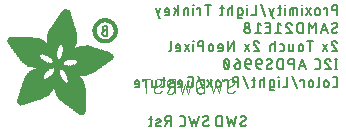
<source format=gbr>
G04 EAGLE Gerber RS-274X export*
G75*
%MOMM*%
%FSLAX34Y34*%
%LPD*%
%INSilkscreen Bottom*%
%IPPOS*%
%AMOC8*
5,1,8,0,0,1.08239X$1,22.5*%
G01*
%ADD10C,0.127000*%
%ADD11C,0.152400*%
%ADD12C,0.101600*%
%ADD13C,0.304800*%
%ADD14C,0.203200*%
%ADD15R,0.014000X0.125700*%
%ADD16R,0.014000X0.209500*%
%ADD17R,0.013900X0.279400*%
%ADD18R,0.014000X0.335300*%
%ADD19R,0.014000X0.377200*%
%ADD20R,0.013900X0.419100*%
%ADD21R,0.014000X0.475000*%
%ADD22R,0.014000X0.502900*%
%ADD23R,0.013900X0.530900*%
%ADD24R,0.014000X0.558800*%
%ADD25R,0.014000X0.586800*%
%ADD26R,0.014000X0.628600*%
%ADD27R,0.013900X0.642600*%
%ADD28R,0.014000X0.670500*%
%ADD29R,0.014000X0.698500*%
%ADD30R,0.013900X0.712500*%
%ADD31R,0.014000X0.740400*%
%ADD32R,0.014000X0.768400*%
%ADD33R,0.013900X0.782300*%
%ADD34R,0.014000X0.810300*%
%ADD35R,0.014000X0.824200*%
%ADD36R,0.014000X0.852200*%
%ADD37R,0.013900X0.880200*%
%ADD38R,0.014000X0.894100*%
%ADD39R,0.014000X0.908100*%
%ADD40R,0.013900X0.936000*%
%ADD41R,0.014000X0.950000*%
%ADD42R,0.014000X0.964000*%
%ADD43R,0.013900X0.991900*%
%ADD44R,0.014000X1.005900*%
%ADD45R,0.014000X1.033800*%
%ADD46R,0.014000X1.047800*%
%ADD47R,0.013900X1.061800*%
%ADD48R,0.014000X1.089700*%
%ADD49R,0.014000X1.103700*%
%ADD50R,0.013900X1.117600*%
%ADD51R,0.014000X1.145600*%
%ADD52R,0.014000X1.159600*%
%ADD53R,0.013900X1.173500*%
%ADD54R,0.014000X1.201500*%
%ADD55R,0.014000X1.215400*%
%ADD56R,0.014000X1.243400*%
%ADD57R,0.013900X1.257300*%
%ADD58R,0.014000X1.271300*%
%ADD59R,0.014000X1.299300*%
%ADD60R,0.013900X1.313200*%
%ADD61R,0.014000X1.327200*%
%ADD62R,0.014000X1.355100*%
%ADD63R,0.013900X1.369100*%
%ADD64R,0.014000X1.383100*%
%ADD65R,0.014000X1.411000*%
%ADD66R,0.014000X1.425000*%
%ADD67R,0.013900X1.452900*%
%ADD68R,0.014000X1.466900*%
%ADD69R,0.014000X1.480900*%
%ADD70R,0.013900X1.508800*%
%ADD71R,0.014000X1.522800*%
%ADD72R,0.014000X1.536700*%
%ADD73R,0.013900X0.167700*%
%ADD74R,0.013900X1.564700*%
%ADD75R,0.014000X0.265500*%
%ADD76R,0.014000X1.578700*%
%ADD77R,0.014000X0.349200*%
%ADD78R,0.014000X1.606600*%
%ADD79R,0.014000X0.405100*%
%ADD80R,0.014000X1.620600*%
%ADD81R,0.013900X0.475000*%
%ADD82R,0.013900X1.634500*%
%ADD83R,0.014000X0.530900*%
%ADD84R,0.014000X1.662500*%
%ADD85R,0.014000X1.676400*%
%ADD86R,0.013900X1.690400*%
%ADD87R,0.014000X1.718400*%
%ADD88R,0.014000X0.754400*%
%ADD89R,0.014000X1.732300*%
%ADD90R,0.013900X0.796300*%
%ADD91R,0.013900X1.746300*%
%ADD92R,0.014000X0.852100*%
%ADD93R,0.014000X1.774200*%
%ADD94R,0.014000X0.908000*%
%ADD95R,0.014000X1.788200*%
%ADD96R,0.014000X0.949900*%
%ADD97R,0.014000X1.816100*%
%ADD98R,0.013900X1.005900*%
%ADD99R,0.013900X1.830100*%
%ADD100R,0.014000X1.844100*%
%ADD101R,0.014000X1.872000*%
%ADD102R,0.013900X1.131600*%
%ADD103R,0.013900X1.886000*%
%ADD104R,0.014000X1.187500*%
%ADD105R,0.014000X1.900000*%
%ADD106R,0.014000X1.229400*%
%ADD107R,0.014000X1.927900*%
%ADD108R,0.013900X1.271300*%
%ADD109R,0.013900X1.941900*%
%ADD110R,0.014000X1.313200*%
%ADD111R,0.014000X1.955800*%
%ADD112R,0.014000X1.969800*%
%ADD113R,0.014000X1.397000*%
%ADD114R,0.014000X1.997800*%
%ADD115R,0.013900X1.439000*%
%ADD116R,0.013900X2.011700*%
%ADD117R,0.014000X2.025700*%
%ADD118R,0.014000X2.039700*%
%ADD119R,0.013900X1.550700*%
%ADD120R,0.013900X2.053600*%
%ADD121R,0.014000X1.592600*%
%ADD122R,0.014000X2.067600*%
%ADD123R,0.014000X1.634500*%
%ADD124R,0.014000X2.081600*%
%ADD125R,0.013900X2.095500*%
%ADD126R,0.014000X2.109500*%
%ADD127R,0.014000X1.760200*%
%ADD128R,0.014000X2.123500*%
%ADD129R,0.014000X1.802100*%
%ADD130R,0.014000X2.137500*%
%ADD131R,0.013900X1.844000*%
%ADD132R,0.013900X2.151400*%
%ADD133R,0.014000X1.871900*%
%ADD134R,0.014000X2.165400*%
%ADD135R,0.014000X1.913800*%
%ADD136R,0.014000X2.179400*%
%ADD137R,0.013900X1.955800*%
%ADD138R,0.013900X2.193300*%
%ADD139R,0.014000X1.983800*%
%ADD140R,0.014000X2.207300*%
%ADD141R,0.014000X2.221300*%
%ADD142R,0.013900X2.221300*%
%ADD143R,0.014000X2.095500*%
%ADD144R,0.014000X2.235200*%
%ADD145R,0.014000X2.249200*%
%ADD146R,0.014000X2.137400*%
%ADD147R,0.014000X2.263200*%
%ADD148R,0.013900X2.179300*%
%ADD149R,0.013900X2.277200*%
%ADD150R,0.014000X2.193300*%
%ADD151R,0.014000X2.277200*%
%ADD152R,0.014000X2.221200*%
%ADD153R,0.014000X2.291100*%
%ADD154R,0.013900X2.249100*%
%ADD155R,0.013900X2.305100*%
%ADD156R,0.014000X2.319100*%
%ADD157R,0.014000X2.277100*%
%ADD158R,0.013900X2.333000*%
%ADD159R,0.014000X2.319000*%
%ADD160R,0.014000X2.347000*%
%ADD161R,0.014000X2.333000*%
%ADD162R,0.014000X2.361000*%
%ADD163R,0.014000X2.360900*%
%ADD164R,0.013900X2.374900*%
%ADD165R,0.014000X2.388800*%
%ADD166R,0.014000X2.388900*%
%ADD167R,0.014000X2.416800*%
%ADD168R,0.013900X2.416900*%
%ADD169R,0.013900X2.402900*%
%ADD170R,0.014000X2.430800*%
%ADD171R,0.014000X2.402900*%
%ADD172R,0.014000X2.458800*%
%ADD173R,0.014000X2.416900*%
%ADD174R,0.013900X2.458700*%
%ADD175R,0.013900X2.430800*%
%ADD176R,0.014000X2.472700*%
%ADD177R,0.014000X2.500600*%
%ADD178R,0.014000X2.444800*%
%ADD179R,0.013900X2.514600*%
%ADD180R,0.013900X2.458800*%
%ADD181R,0.014000X2.528600*%
%ADD182R,0.014000X2.528500*%
%ADD183R,0.013900X2.542500*%
%ADD184R,0.013900X2.472700*%
%ADD185R,0.014000X2.556500*%
%ADD186R,0.014000X2.486700*%
%ADD187R,0.013900X2.570500*%
%ADD188R,0.013900X2.486700*%
%ADD189R,0.014000X2.584500*%
%ADD190R,0.014000X2.500700*%
%ADD191R,0.014000X2.584400*%
%ADD192R,0.014000X2.598400*%
%ADD193R,0.014000X2.514600*%
%ADD194R,0.013900X2.612400*%
%ADD195R,0.014000X2.612400*%
%ADD196R,0.014000X2.626300*%
%ADD197R,0.013900X2.640300*%
%ADD198R,0.013900X2.528600*%
%ADD199R,0.014000X2.640400*%
%ADD200R,0.014000X2.542600*%
%ADD201R,0.014000X2.654300*%
%ADD202R,0.013900X2.654300*%
%ADD203R,0.013900X2.542600*%
%ADD204R,0.014000X2.668300*%
%ADD205R,0.014000X2.556600*%
%ADD206R,0.014000X2.682200*%
%ADD207R,0.013900X2.668200*%
%ADD208R,0.013900X2.556600*%
%ADD209R,0.014000X2.570500*%
%ADD210R,0.014000X2.696200*%
%ADD211R,0.013900X2.682300*%
%ADD212R,0.014000X2.696300*%
%ADD213R,0.013900X2.696200*%
%ADD214R,0.014000X2.710200*%
%ADD215R,0.013900X2.710200*%
%ADD216R,0.014000X2.724100*%
%ADD217R,0.014000X2.710100*%
%ADD218R,0.013900X2.724100*%
%ADD219R,0.013900X2.584500*%
%ADD220R,0.014000X2.724200*%
%ADD221R,0.013900X2.724200*%
%ADD222R,0.013900X2.738100*%
%ADD223R,0.013900X2.738200*%
%ADD224R,0.013900X2.556500*%
%ADD225R,0.013900X5.238700*%
%ADD226R,0.014000X5.238700*%
%ADD227R,0.014000X5.224800*%
%ADD228R,0.013900X5.210800*%
%ADD229R,0.014000X5.210800*%
%ADD230R,0.014000X5.196800*%
%ADD231R,0.013900X5.182900*%
%ADD232R,0.014000X5.182900*%
%ADD233R,0.014000X5.168900*%
%ADD234R,0.014000X5.154900*%
%ADD235R,0.013900X5.154900*%
%ADD236R,0.014000X5.141000*%
%ADD237R,0.014000X5.127000*%
%ADD238R,0.013900X3.604200*%
%ADD239R,0.013900X1.411000*%
%ADD240R,0.014000X3.562300*%
%ADD241R,0.014000X1.383000*%
%ADD242R,0.014000X3.534400*%
%ADD243R,0.014000X1.369100*%
%ADD244R,0.013900X3.506500*%
%ADD245R,0.013900X1.341100*%
%ADD246R,0.014000X3.492500*%
%ADD247R,0.014000X1.341100*%
%ADD248R,0.014000X3.450600*%
%ADD249R,0.014000X1.313100*%
%ADD250R,0.014000X3.436600*%
%ADD251R,0.013900X3.422700*%
%ADD252R,0.013900X1.299200*%
%ADD253R,0.014000X3.394700*%
%ADD254R,0.014000X1.285300*%
%ADD255R,0.014000X3.380700*%
%ADD256R,0.013900X3.366700*%
%ADD257R,0.014000X3.338900*%
%ADD258R,0.014000X1.257300*%
%ADD259R,0.014000X3.324900*%
%ADD260R,0.013900X3.310900*%
%ADD261R,0.013900X1.243400*%
%ADD262R,0.014000X3.283000*%
%ADD263R,0.014000X3.255000*%
%ADD264R,0.013900X3.241000*%
%ADD265R,0.013900X1.215400*%
%ADD266R,0.014000X3.227100*%
%ADD267R,0.014000X3.213100*%
%ADD268R,0.013900X1.718300*%
%ADD269R,0.013900X1.187500*%
%ADD270R,0.014000X1.648500*%
%ADD271R,0.014000X1.187400*%
%ADD272R,0.014000X1.620500*%
%ADD273R,0.013900X1.592600*%
%ADD274R,0.013900X1.271200*%
%ADD275R,0.013900X1.173400*%
%ADD276R,0.014000X1.159500*%
%ADD277R,0.014000X1.564600*%
%ADD278R,0.014000X1.201400*%
%ADD279R,0.014000X1.145500*%
%ADD280R,0.013900X1.145500*%
%ADD281R,0.014000X1.550700*%
%ADD282R,0.014000X1.103600*%
%ADD283R,0.014000X1.131600*%
%ADD284R,0.014000X1.075700*%
%ADD285R,0.014000X1.117600*%
%ADD286R,0.013900X1.536700*%
%ADD287R,0.013900X1.047800*%
%ADD288R,0.013900X1.103600*%
%ADD289R,0.014000X1.522700*%
%ADD290R,0.014000X1.005800*%
%ADD291R,0.014000X0.991900*%
%ADD292R,0.013900X0.963900*%
%ADD293R,0.013900X1.075700*%
%ADD294R,0.014000X1.508800*%
%ADD295R,0.014000X1.075600*%
%ADD296R,0.014000X1.494800*%
%ADD297R,0.014000X1.061700*%
%ADD298R,0.014000X1.047700*%
%ADD299R,0.013900X1.494800*%
%ADD300R,0.013900X1.047700*%
%ADD301R,0.014000X1.480800*%
%ADD302R,0.014000X1.494700*%
%ADD303R,0.014000X0.838200*%
%ADD304R,0.013900X1.480800*%
%ADD305R,0.013900X0.810200*%
%ADD306R,0.013900X1.019800*%
%ADD307R,0.014000X1.466800*%
%ADD308R,0.014000X0.796300*%
%ADD309R,0.014000X0.768300*%
%ADD310R,0.013900X1.466800*%
%ADD311R,0.013900X0.754300*%
%ADD312R,0.013900X0.977900*%
%ADD313R,0.013900X0.139700*%
%ADD314R,0.014000X0.963900*%
%ADD315R,0.014000X0.712500*%
%ADD316R,0.014000X0.544800*%
%ADD317R,0.014000X0.670600*%
%ADD318R,0.013900X0.684600*%
%ADD319R,0.013900X0.922000*%
%ADD320R,0.014000X1.452900*%
%ADD321R,0.014000X0.656600*%
%ADD322R,0.014000X0.922100*%
%ADD323R,0.014000X0.866200*%
%ADD324R,0.013900X0.894000*%
%ADD325R,0.013900X1.033800*%
%ADD326R,0.014000X0.614600*%
%ADD327R,0.014000X0.866100*%
%ADD328R,0.014000X1.452800*%
%ADD329R,0.014000X0.600700*%
%ADD330R,0.014000X1.173500*%
%ADD331R,0.013900X1.438900*%
%ADD332R,0.013900X0.586700*%
%ADD333R,0.013900X0.838200*%
%ADD334R,0.014000X0.586700*%
%ADD335R,0.014000X2.151400*%
%ADD336R,0.014000X2.193200*%
%ADD337R,0.014000X1.438900*%
%ADD338R,0.014000X0.544900*%
%ADD339R,0.013900X0.544900*%
%ADD340R,0.013900X2.277100*%
%ADD341R,0.014000X0.516900*%
%ADD342R,0.013900X0.516900*%
%ADD343R,0.014000X0.489000*%
%ADD344R,0.014000X1.424900*%
%ADD345R,0.014000X2.444700*%
%ADD346R,0.013900X1.424900*%
%ADD347R,0.014000X0.461000*%
%ADD348R,0.014000X2.570400*%
%ADD349R,0.013900X1.425000*%
%ADD350R,0.013900X0.447000*%
%ADD351R,0.014000X1.410900*%
%ADD352R,0.014000X0.447000*%
%ADD353R,0.014000X0.433100*%
%ADD354R,0.014000X2.668200*%
%ADD355R,0.013900X0.433100*%
%ADD356R,0.014000X0.419100*%
%ADD357R,0.014000X2.738100*%
%ADD358R,0.014000X2.766100*%
%ADD359R,0.013900X1.397000*%
%ADD360R,0.013900X2.807900*%
%ADD361R,0.014000X2.835900*%
%ADD362R,0.014000X2.877900*%
%ADD363R,0.014000X0.433000*%
%ADD364R,0.014000X2.905700*%
%ADD365R,0.013900X1.369000*%
%ADD366R,0.013900X0.433000*%
%ADD367R,0.013900X2.947700*%
%ADD368R,0.014000X2.989500*%
%ADD369R,0.014000X3.031500*%
%ADD370R,0.013900X1.355100*%
%ADD371R,0.013900X0.488900*%
%ADD372R,0.013900X3.087300*%
%ADD373R,0.014000X1.341200*%
%ADD374R,0.014000X3.702000*%
%ADD375R,0.014000X3.716000*%
%ADD376R,0.013900X1.327100*%
%ADD377R,0.013900X3.757900*%
%ADD378R,0.014000X3.771900*%
%ADD379R,0.014000X1.299200*%
%ADD380R,0.014000X3.799900*%
%ADD381R,0.014000X3.841700*%
%ADD382R,0.013900X3.869700*%
%ADD383R,0.014000X3.925600*%
%ADD384R,0.014000X0.111800*%
%ADD385R,0.014000X5.266700*%
%ADD386R,0.013900X5.727700*%
%ADD387R,0.014000X5.825500*%
%ADD388R,0.014000X5.895400*%
%ADD389R,0.013900X5.965200*%
%ADD390R,0.014000X6.021100*%
%ADD391R,0.014000X6.076900*%
%ADD392R,0.014000X6.146800*%
%ADD393R,0.013900X6.188800*%
%ADD394R,0.014000X6.244600*%
%ADD395R,0.014000X6.286500*%
%ADD396R,0.013900X6.328400*%
%ADD397R,0.014000X6.384300*%
%ADD398R,0.014000X3.352800*%
%ADD399R,0.014000X2.821900*%
%ADD400R,0.013900X3.283000*%
%ADD401R,0.014000X3.241100*%
%ADD402R,0.014000X2.682300*%
%ADD403R,0.014000X3.241000*%
%ADD404R,0.014000X2.640300*%
%ADD405R,0.013900X3.227100*%
%ADD406R,0.013900X2.584400*%
%ADD407R,0.014000X3.227000*%
%ADD408R,0.013900X3.269000*%
%ADD409R,0.014000X3.282900*%
%ADD410R,0.014000X3.310900*%
%ADD411R,0.013900X3.338800*%
%ADD412R,0.014000X0.922000*%
%ADD413R,0.013900X2.123400*%
%ADD414R,0.013900X0.894100*%
%ADD415R,0.014000X2.081500*%
%ADD416R,0.014000X0.894000*%
%ADD417R,0.013900X0.908100*%
%ADD418R,0.014000X2.039600*%
%ADD419R,0.014000X2.011700*%
%ADD420R,0.014000X0.936000*%
%ADD421R,0.013900X1.969700*%
%ADD422R,0.014000X0.977900*%
%ADD423R,0.014000X1.941900*%
%ADD424R,0.013900X1.927800*%
%ADD425R,0.014000X1.913900*%
%ADD426R,0.013900X1.913800*%
%ADD427R,0.013900X2.794000*%
%ADD428R,0.014000X1.899900*%
%ADD429R,0.014000X1.229300*%
%ADD430R,0.014000X1.285200*%
%ADD431R,0.014000X2.919700*%
%ADD432R,0.013900X1.872000*%
%ADD433R,0.013900X2.961600*%
%ADD434R,0.014000X1.858000*%
%ADD435R,0.014000X3.031400*%
%ADD436R,0.014000X3.115300*%
%ADD437R,0.013900X1.858000*%
%ADD438R,0.013900X5.029200*%
%ADD439R,0.014000X4.428500*%
%ADD440R,0.014000X1.844000*%
%ADD441R,0.014000X4.414500*%
%ADD442R,0.013900X4.414500*%
%ADD443R,0.014000X1.830100*%
%ADD444R,0.014000X4.414600*%
%ADD445R,0.014000X1.830000*%
%ADD446R,0.014000X0.530800*%
%ADD447R,0.014000X4.400500*%
%ADD448R,0.013900X4.400500*%
%ADD449R,0.014000X4.400600*%
%ADD450R,0.013900X0.572800*%
%ADD451R,0.013900X4.386600*%
%ADD452R,0.014000X4.386500*%
%ADD453R,0.013900X0.614700*%
%ADD454R,0.013900X4.372600*%
%ADD455R,0.014000X0.642600*%
%ADD456R,0.014000X4.372600*%
%ADD457R,0.013900X0.698500*%
%ADD458R,0.013900X4.358600*%
%ADD459R,0.014000X0.712400*%
%ADD460R,0.014000X4.358600*%
%ADD461R,0.014000X4.344700*%
%ADD462R,0.013900X1.871900*%
%ADD463R,0.013900X0.768300*%
%ADD464R,0.013900X4.330700*%
%ADD465R,0.014000X1.885900*%
%ADD466R,0.014000X0.782300*%
%ADD467R,0.014000X4.330700*%
%ADD468R,0.014000X4.316700*%
%ADD469R,0.013900X1.899900*%
%ADD470R,0.013900X0.852200*%
%ADD471R,0.013900X4.316700*%
%ADD472R,0.014000X0.880100*%
%ADD473R,0.014000X4.302700*%
%ADD474R,0.014000X1.941800*%
%ADD475R,0.014000X4.288800*%
%ADD476R,0.013900X1.983700*%
%ADD477R,0.013900X4.274800*%
%ADD478R,0.014000X4.274800*%
%ADD479R,0.014000X4.260800*%
%ADD480R,0.013900X3.408700*%
%ADD481R,0.013900X4.260800*%
%ADD482R,0.014000X3.408700*%
%ADD483R,0.014000X4.232900*%
%ADD484R,0.014000X3.422700*%
%ADD485R,0.014000X4.219000*%
%ADD486R,0.013900X3.436600*%
%ADD487R,0.013900X4.219000*%
%ADD488R,0.014000X4.205000*%
%ADD489R,0.014000X4.177000*%
%ADD490R,0.014000X3.464600*%
%ADD491R,0.014000X4.163100*%
%ADD492R,0.013900X3.478600*%
%ADD493R,0.013900X4.135100*%
%ADD494R,0.014000X3.478600*%
%ADD495R,0.014000X4.121100*%
%ADD496R,0.014000X4.093200*%
%ADD497R,0.013900X4.051300*%
%ADD498R,0.014000X3.520500*%
%ADD499R,0.014000X4.009400*%
%ADD500R,0.014000X3.981400*%
%ADD501R,0.013900X3.548300*%
%ADD502R,0.013900X3.939500*%
%ADD503R,0.014000X3.897600*%
%ADD504R,0.014000X3.576300*%
%ADD505R,0.014000X3.799800*%
%ADD506R,0.013900X3.590200*%
%ADD507R,0.013900X3.744000*%
%ADD508R,0.014000X3.604200*%
%ADD509R,0.014000X3.702100*%
%ADD510R,0.014000X3.618200*%
%ADD511R,0.014000X3.660200*%
%ADD512R,0.013900X3.632200*%
%ADD513R,0.013900X3.618300*%
%ADD514R,0.014000X3.646200*%
%ADD515R,0.014000X3.576400*%
%ADD516R,0.014000X3.660100*%
%ADD517R,0.013900X3.660100*%
%ADD518R,0.014000X3.674100*%
%ADD519R,0.014000X3.436700*%
%ADD520R,0.014000X2.612300*%
%ADD521R,0.014000X0.782400*%
%ADD522R,0.013900X3.716000*%
%ADD523R,0.013900X2.500600*%
%ADD524R,0.014000X3.730000*%
%ADD525R,0.014000X3.758000*%
%ADD526R,0.014000X2.374900*%
%ADD527R,0.013900X3.771900*%
%ADD528R,0.013900X0.824300*%
%ADD529R,0.013900X2.305000*%
%ADD530R,0.014000X3.785900*%
%ADD531R,0.013900X3.813800*%
%ADD532R,0.014000X3.827800*%
%ADD533R,0.014000X3.855700*%
%ADD534R,0.014000X3.883700*%
%ADD535R,0.014000X1.802200*%
%ADD536R,0.014000X3.897700*%
%ADD537R,0.014000X1.746300*%
%ADD538R,0.013900X3.911600*%
%ADD539R,0.013900X0.949900*%
%ADD540R,0.013900X1.676400*%
%ADD541R,0.014000X3.939500*%
%ADD542R,0.014000X1.550600*%
%ADD543R,0.013900X3.967500*%
%ADD544R,0.014000X1.327100*%
%ADD545R,0.014000X1.019800*%
%ADD546R,0.013900X4.037300*%
%ADD547R,0.013900X3.213100*%
%ADD548R,0.013900X0.866200*%
%ADD549R,0.013900X1.061700*%
%ADD550R,0.013900X0.908000*%
%ADD551R,0.014000X1.089600*%
%ADD552R,0.014000X0.181700*%
%ADD553R,0.014000X2.346900*%
%ADD554R,0.013900X2.346900*%
%ADD555R,0.013900X3.227000*%
%ADD556R,0.013900X2.388900*%
%ADD557R,0.013900X2.416800*%
%ADD558R,0.014000X2.430700*%
%ADD559R,0.013900X3.199100*%
%ADD560R,0.013900X2.444700*%
%ADD561R,0.014000X3.199200*%
%ADD562R,0.014000X3.185200*%
%ADD563R,0.014000X2.458700*%
%ADD564R,0.013900X3.185100*%
%ADD565R,0.014000X3.171100*%
%ADD566R,0.014000X3.157200*%
%ADD567R,0.013900X3.143200*%
%ADD568R,0.014000X3.129300*%
%ADD569R,0.014000X3.101300*%
%ADD570R,0.013900X3.087400*%
%ADD571R,0.014000X3.087400*%
%ADD572R,0.014000X3.059400*%
%ADD573R,0.013900X3.031500*%
%ADD574R,0.014000X3.017500*%
%ADD575R,0.014000X2.989600*%
%ADD576R,0.014000X2.975600*%
%ADD577R,0.014000X2.891700*%
%ADD578R,0.013900X2.849900*%
%ADD579R,0.014000X2.822000*%
%ADD580R,0.014000X2.794000*%
%ADD581R,0.013900X2.752100*%
%ADD582R,0.014000X2.305000*%
%ADD583R,0.013900X2.109400*%
%ADD584R,0.014000X1.969700*%
%ADD585R,0.014000X2.486600*%
%ADD586R,0.014000X2.472600*%
%ADD587R,0.013900X2.472600*%
%ADD588R,0.013900X2.402800*%
%ADD589R,0.014000X2.402800*%
%ADD590R,0.013900X2.360900*%
%ADD591R,0.013900X2.319100*%
%ADD592R,0.013900X2.291100*%
%ADD593R,0.013900X2.263100*%
%ADD594R,0.014000X2.249100*%
%ADD595R,0.014000X2.179300*%
%ADD596R,0.014000X2.109400*%
%ADD597R,0.013900X2.067600*%
%ADD598R,0.014000X2.053600*%
%ADD599R,0.014000X2.025600*%
%ADD600R,0.013900X2.025600*%
%ADD601R,0.014000X1.983700*%
%ADD602R,0.013900X1.927900*%
%ADD603R,0.014000X1.886000*%
%ADD604R,0.013900X1.816100*%
%ADD605R,0.013900X1.760200*%
%ADD606R,0.013900X1.732300*%
%ADD607R,0.014000X1.718300*%
%ADD608R,0.014000X1.704300*%
%ADD609R,0.014000X1.690400*%
%ADD610R,0.013900X1.662400*%
%ADD611R,0.014000X1.662400*%
%ADD612R,0.014000X1.648400*%
%ADD613R,0.013900X1.620500*%
%ADD614R,0.013900X1.578600*%
%ADD615R,0.013900X1.522700*%
%ADD616R,0.013900X1.480900*%
%ADD617R,0.013900X1.383000*%
%ADD618R,0.014000X1.369000*%
%ADD619R,0.013900X1.341200*%
%ADD620R,0.013900X1.243300*%
%ADD621R,0.014000X1.215300*%
%ADD622R,0.013900X1.201400*%
%ADD623R,0.013900X1.159500*%
%ADD624R,0.013900X1.089600*%
%ADD625R,0.014000X0.880200*%
%ADD626R,0.014000X0.810200*%
%ADD627R,0.014000X0.726500*%
%ADD628R,0.014000X0.684500*%
%ADD629R,0.013900X0.600700*%
%ADD630R,0.013900X0.530800*%
%ADD631R,0.014000X0.503000*%
%ADD632R,0.013900X0.335200*%
%ADD633R,0.014000X0.279400*%
%ADD634R,0.014000X0.223600*%
%ADD635R,0.013900X0.111800*%


D10*
X93330Y-52070D02*
X93330Y-43180D01*
X90861Y-43180D01*
X90763Y-43182D01*
X90665Y-43188D01*
X90567Y-43198D01*
X90470Y-43211D01*
X90373Y-43229D01*
X90277Y-43250D01*
X90183Y-43275D01*
X90089Y-43304D01*
X89996Y-43336D01*
X89905Y-43373D01*
X89815Y-43412D01*
X89727Y-43456D01*
X89641Y-43503D01*
X89556Y-43553D01*
X89474Y-43606D01*
X89394Y-43663D01*
X89316Y-43723D01*
X89241Y-43786D01*
X89168Y-43852D01*
X89098Y-43921D01*
X89031Y-43992D01*
X88966Y-44066D01*
X88905Y-44143D01*
X88846Y-44222D01*
X88791Y-44303D01*
X88739Y-44386D01*
X88691Y-44472D01*
X88646Y-44559D01*
X88604Y-44648D01*
X88566Y-44738D01*
X88532Y-44830D01*
X88501Y-44923D01*
X88474Y-45018D01*
X88451Y-45113D01*
X88431Y-45210D01*
X88416Y-45306D01*
X88404Y-45404D01*
X88396Y-45502D01*
X88392Y-45600D01*
X88392Y-45698D01*
X88396Y-45796D01*
X88404Y-45894D01*
X88416Y-45992D01*
X88431Y-46088D01*
X88451Y-46185D01*
X88474Y-46280D01*
X88501Y-46375D01*
X88532Y-46468D01*
X88566Y-46560D01*
X88604Y-46650D01*
X88646Y-46739D01*
X88691Y-46826D01*
X88739Y-46912D01*
X88791Y-46995D01*
X88846Y-47076D01*
X88905Y-47155D01*
X88966Y-47232D01*
X89031Y-47306D01*
X89098Y-47377D01*
X89168Y-47446D01*
X89241Y-47512D01*
X89316Y-47575D01*
X89394Y-47635D01*
X89474Y-47692D01*
X89556Y-47745D01*
X89641Y-47795D01*
X89727Y-47842D01*
X89815Y-47886D01*
X89905Y-47925D01*
X89996Y-47962D01*
X90089Y-47994D01*
X90183Y-48023D01*
X90277Y-48048D01*
X90373Y-48069D01*
X90470Y-48087D01*
X90567Y-48100D01*
X90665Y-48110D01*
X90763Y-48116D01*
X90861Y-48118D01*
X90861Y-48119D02*
X93330Y-48119D01*
X90367Y-48119D02*
X88392Y-52070D01*
X83637Y-48613D02*
X81167Y-49601D01*
X83637Y-48613D02*
X83702Y-48585D01*
X83766Y-48553D01*
X83827Y-48518D01*
X83887Y-48479D01*
X83944Y-48438D01*
X83999Y-48392D01*
X84052Y-48344D01*
X84102Y-48294D01*
X84148Y-48240D01*
X84192Y-48184D01*
X84233Y-48126D01*
X84270Y-48065D01*
X84304Y-48003D01*
X84334Y-47938D01*
X84361Y-47872D01*
X84384Y-47805D01*
X84403Y-47737D01*
X84419Y-47667D01*
X84430Y-47597D01*
X84438Y-47527D01*
X84442Y-47456D01*
X84441Y-47384D01*
X84437Y-47313D01*
X84429Y-47243D01*
X84417Y-47173D01*
X84401Y-47103D01*
X84382Y-47035D01*
X84358Y-46968D01*
X84331Y-46902D01*
X84300Y-46838D01*
X84266Y-46776D01*
X84228Y-46716D01*
X84187Y-46657D01*
X84143Y-46602D01*
X84096Y-46548D01*
X84046Y-46498D01*
X83993Y-46450D01*
X83938Y-46406D01*
X83880Y-46364D01*
X83820Y-46326D01*
X83759Y-46291D01*
X83695Y-46259D01*
X83629Y-46232D01*
X83562Y-46208D01*
X83494Y-46187D01*
X83425Y-46171D01*
X83355Y-46158D01*
X83285Y-46149D01*
X83214Y-46144D01*
X83143Y-46143D01*
X83143Y-46144D02*
X83000Y-46147D01*
X82856Y-46155D01*
X82714Y-46166D01*
X82571Y-46181D01*
X82429Y-46199D01*
X82287Y-46222D01*
X82146Y-46247D01*
X82006Y-46277D01*
X81867Y-46309D01*
X81728Y-46346D01*
X81591Y-46386D01*
X81454Y-46429D01*
X81319Y-46476D01*
X81184Y-46527D01*
X81052Y-46580D01*
X80920Y-46637D01*
X81167Y-49601D02*
X81102Y-49629D01*
X81038Y-49661D01*
X80977Y-49696D01*
X80917Y-49735D01*
X80860Y-49776D01*
X80805Y-49822D01*
X80752Y-49870D01*
X80702Y-49920D01*
X80656Y-49974D01*
X80612Y-50030D01*
X80571Y-50088D01*
X80534Y-50149D01*
X80500Y-50211D01*
X80470Y-50276D01*
X80443Y-50342D01*
X80420Y-50409D01*
X80401Y-50477D01*
X80385Y-50547D01*
X80374Y-50617D01*
X80366Y-50687D01*
X80362Y-50758D01*
X80363Y-50830D01*
X80367Y-50901D01*
X80375Y-50971D01*
X80387Y-51041D01*
X80403Y-51111D01*
X80422Y-51179D01*
X80446Y-51246D01*
X80473Y-51312D01*
X80504Y-51376D01*
X80538Y-51438D01*
X80576Y-51498D01*
X80617Y-51557D01*
X80661Y-51612D01*
X80708Y-51666D01*
X80758Y-51716D01*
X80811Y-51764D01*
X80866Y-51808D01*
X80924Y-51850D01*
X80984Y-51888D01*
X81045Y-51923D01*
X81109Y-51955D01*
X81175Y-51982D01*
X81242Y-52006D01*
X81310Y-52027D01*
X81379Y-52043D01*
X81449Y-52056D01*
X81519Y-52065D01*
X81590Y-52070D01*
X81661Y-52071D01*
X81662Y-52070D02*
X81860Y-52065D01*
X82058Y-52055D01*
X82255Y-52041D01*
X82452Y-52021D01*
X82649Y-51998D01*
X82845Y-51969D01*
X83040Y-51936D01*
X83235Y-51898D01*
X83428Y-51856D01*
X83621Y-51809D01*
X83812Y-51757D01*
X84002Y-51702D01*
X84191Y-51641D01*
X84378Y-51576D01*
X77273Y-46143D02*
X74310Y-46143D01*
X76285Y-43180D02*
X76285Y-50588D01*
X76283Y-50663D01*
X76277Y-50738D01*
X76268Y-50812D01*
X76255Y-50886D01*
X76238Y-50959D01*
X76217Y-51032D01*
X76193Y-51103D01*
X76165Y-51172D01*
X76134Y-51241D01*
X76099Y-51307D01*
X76061Y-51372D01*
X76019Y-51435D01*
X75975Y-51495D01*
X75927Y-51553D01*
X75877Y-51609D01*
X75824Y-51662D01*
X75768Y-51712D01*
X75710Y-51760D01*
X75650Y-51804D01*
X75587Y-51846D01*
X75522Y-51884D01*
X75456Y-51919D01*
X75387Y-51950D01*
X75318Y-51978D01*
X75247Y-52002D01*
X75174Y-52023D01*
X75101Y-52040D01*
X75027Y-52053D01*
X74953Y-52062D01*
X74878Y-52068D01*
X74803Y-52070D01*
X74310Y-52070D01*
X120260Y-50094D02*
X120262Y-50180D01*
X120268Y-50266D01*
X120277Y-50352D01*
X120290Y-50437D01*
X120307Y-50522D01*
X120327Y-50605D01*
X120351Y-50688D01*
X120379Y-50770D01*
X120410Y-50850D01*
X120445Y-50929D01*
X120483Y-51006D01*
X120525Y-51082D01*
X120569Y-51156D01*
X120617Y-51227D01*
X120668Y-51297D01*
X120722Y-51364D01*
X120779Y-51429D01*
X120839Y-51491D01*
X120901Y-51551D01*
X120966Y-51608D01*
X121033Y-51662D01*
X121103Y-51713D01*
X121174Y-51761D01*
X121248Y-51805D01*
X121324Y-51847D01*
X121401Y-51885D01*
X121480Y-51920D01*
X121560Y-51951D01*
X121642Y-51979D01*
X121725Y-52003D01*
X121808Y-52023D01*
X121893Y-52040D01*
X121978Y-52053D01*
X122064Y-52062D01*
X122150Y-52068D01*
X122236Y-52070D01*
X122236Y-52071D02*
X122363Y-52069D01*
X122489Y-52063D01*
X122616Y-52054D01*
X122742Y-52040D01*
X122867Y-52023D01*
X122992Y-52002D01*
X123117Y-51977D01*
X123240Y-51948D01*
X123363Y-51916D01*
X123484Y-51880D01*
X123605Y-51840D01*
X123724Y-51797D01*
X123841Y-51750D01*
X123958Y-51699D01*
X124072Y-51645D01*
X124185Y-51588D01*
X124296Y-51527D01*
X124406Y-51463D01*
X124513Y-51395D01*
X124618Y-51325D01*
X124721Y-51251D01*
X124822Y-51174D01*
X124920Y-51094D01*
X125016Y-51011D01*
X125109Y-50925D01*
X125200Y-50836D01*
X124953Y-45156D02*
X124951Y-45070D01*
X124945Y-44984D01*
X124936Y-44898D01*
X124923Y-44813D01*
X124906Y-44728D01*
X124886Y-44645D01*
X124862Y-44562D01*
X124834Y-44480D01*
X124803Y-44400D01*
X124768Y-44321D01*
X124730Y-44244D01*
X124688Y-44168D01*
X124644Y-44094D01*
X124596Y-44023D01*
X124545Y-43953D01*
X124491Y-43886D01*
X124434Y-43821D01*
X124374Y-43759D01*
X124312Y-43699D01*
X124247Y-43642D01*
X124180Y-43588D01*
X124110Y-43537D01*
X124039Y-43489D01*
X123965Y-43445D01*
X123889Y-43403D01*
X123812Y-43365D01*
X123733Y-43330D01*
X123653Y-43299D01*
X123571Y-43271D01*
X123488Y-43247D01*
X123405Y-43227D01*
X123320Y-43210D01*
X123235Y-43197D01*
X123149Y-43188D01*
X123063Y-43182D01*
X122977Y-43180D01*
X122858Y-43182D01*
X122739Y-43188D01*
X122620Y-43197D01*
X122502Y-43211D01*
X122384Y-43228D01*
X122266Y-43249D01*
X122150Y-43274D01*
X122034Y-43302D01*
X121919Y-43334D01*
X121806Y-43370D01*
X121693Y-43410D01*
X121582Y-43453D01*
X121472Y-43499D01*
X121364Y-43549D01*
X121258Y-43603D01*
X121153Y-43660D01*
X121051Y-43720D01*
X120950Y-43784D01*
X120851Y-43851D01*
X120755Y-43921D01*
X123964Y-46884D02*
X124038Y-46839D01*
X124110Y-46790D01*
X124180Y-46738D01*
X124247Y-46683D01*
X124312Y-46625D01*
X124374Y-46565D01*
X124434Y-46502D01*
X124490Y-46436D01*
X124544Y-46368D01*
X124595Y-46298D01*
X124643Y-46226D01*
X124688Y-46151D01*
X124729Y-46075D01*
X124767Y-45997D01*
X124802Y-45917D01*
X124833Y-45836D01*
X124861Y-45754D01*
X124885Y-45671D01*
X124905Y-45587D01*
X124922Y-45501D01*
X124935Y-45416D01*
X124944Y-45329D01*
X124950Y-45243D01*
X124952Y-45156D01*
X121249Y-48366D02*
X121175Y-48411D01*
X121103Y-48460D01*
X121033Y-48512D01*
X120966Y-48567D01*
X120901Y-48625D01*
X120839Y-48685D01*
X120780Y-48748D01*
X120723Y-48814D01*
X120669Y-48882D01*
X120618Y-48952D01*
X120570Y-49024D01*
X120525Y-49099D01*
X120484Y-49175D01*
X120446Y-49253D01*
X120411Y-49333D01*
X120380Y-49414D01*
X120352Y-49496D01*
X120328Y-49579D01*
X120308Y-49663D01*
X120291Y-49749D01*
X120278Y-49834D01*
X120269Y-49921D01*
X120263Y-50007D01*
X120261Y-50094D01*
X121248Y-48366D02*
X123965Y-46884D01*
X116623Y-43180D02*
X114647Y-52070D01*
X112672Y-46143D01*
X110696Y-52070D01*
X108720Y-43180D01*
X102836Y-52070D02*
X100861Y-52070D01*
X102836Y-52070D02*
X102922Y-52068D01*
X103008Y-52062D01*
X103094Y-52053D01*
X103179Y-52040D01*
X103264Y-52023D01*
X103347Y-52003D01*
X103430Y-51979D01*
X103512Y-51951D01*
X103592Y-51920D01*
X103671Y-51885D01*
X103748Y-51847D01*
X103824Y-51805D01*
X103898Y-51761D01*
X103969Y-51713D01*
X104039Y-51662D01*
X104106Y-51608D01*
X104171Y-51551D01*
X104233Y-51491D01*
X104293Y-51429D01*
X104350Y-51364D01*
X104404Y-51297D01*
X104455Y-51227D01*
X104503Y-51156D01*
X104547Y-51082D01*
X104589Y-51006D01*
X104627Y-50929D01*
X104662Y-50850D01*
X104693Y-50770D01*
X104721Y-50688D01*
X104745Y-50605D01*
X104765Y-50522D01*
X104782Y-50437D01*
X104795Y-50352D01*
X104804Y-50266D01*
X104810Y-50180D01*
X104812Y-50094D01*
X104812Y-45156D01*
X104810Y-45067D01*
X104804Y-44979D01*
X104794Y-44891D01*
X104780Y-44803D01*
X104762Y-44716D01*
X104741Y-44630D01*
X104715Y-44545D01*
X104686Y-44462D01*
X104653Y-44379D01*
X104616Y-44299D01*
X104576Y-44220D01*
X104532Y-44143D01*
X104485Y-44067D01*
X104435Y-43995D01*
X104381Y-43924D01*
X104324Y-43856D01*
X104264Y-43790D01*
X104202Y-43728D01*
X104136Y-43668D01*
X104068Y-43611D01*
X103997Y-43557D01*
X103925Y-43507D01*
X103850Y-43460D01*
X103772Y-43416D01*
X103693Y-43376D01*
X103613Y-43339D01*
X103530Y-43306D01*
X103447Y-43277D01*
X103362Y-43251D01*
X103276Y-43230D01*
X103189Y-43212D01*
X103101Y-43198D01*
X103013Y-43188D01*
X102925Y-43182D01*
X102836Y-43180D01*
X100861Y-43180D01*
X152038Y-50094D02*
X152040Y-50180D01*
X152046Y-50266D01*
X152055Y-50352D01*
X152068Y-50437D01*
X152085Y-50522D01*
X152105Y-50605D01*
X152129Y-50688D01*
X152157Y-50770D01*
X152188Y-50850D01*
X152223Y-50929D01*
X152261Y-51006D01*
X152303Y-51082D01*
X152347Y-51156D01*
X152395Y-51227D01*
X152446Y-51297D01*
X152500Y-51364D01*
X152557Y-51429D01*
X152617Y-51491D01*
X152679Y-51551D01*
X152744Y-51608D01*
X152811Y-51662D01*
X152881Y-51713D01*
X152952Y-51761D01*
X153026Y-51805D01*
X153102Y-51847D01*
X153179Y-51885D01*
X153258Y-51920D01*
X153338Y-51951D01*
X153420Y-51979D01*
X153503Y-52003D01*
X153586Y-52023D01*
X153671Y-52040D01*
X153756Y-52053D01*
X153842Y-52062D01*
X153928Y-52068D01*
X154014Y-52070D01*
X154014Y-52071D02*
X154141Y-52069D01*
X154267Y-52063D01*
X154394Y-52054D01*
X154520Y-52040D01*
X154645Y-52023D01*
X154770Y-52002D01*
X154895Y-51977D01*
X155018Y-51948D01*
X155141Y-51916D01*
X155262Y-51880D01*
X155383Y-51840D01*
X155502Y-51797D01*
X155619Y-51750D01*
X155736Y-51699D01*
X155850Y-51645D01*
X155963Y-51588D01*
X156074Y-51527D01*
X156184Y-51463D01*
X156291Y-51395D01*
X156396Y-51325D01*
X156499Y-51251D01*
X156600Y-51174D01*
X156698Y-51094D01*
X156794Y-51011D01*
X156887Y-50925D01*
X156978Y-50836D01*
X156731Y-45156D02*
X156729Y-45070D01*
X156723Y-44984D01*
X156714Y-44898D01*
X156701Y-44813D01*
X156684Y-44728D01*
X156664Y-44645D01*
X156640Y-44562D01*
X156612Y-44480D01*
X156581Y-44400D01*
X156546Y-44321D01*
X156508Y-44244D01*
X156466Y-44168D01*
X156422Y-44094D01*
X156374Y-44023D01*
X156323Y-43953D01*
X156269Y-43886D01*
X156212Y-43821D01*
X156152Y-43759D01*
X156090Y-43699D01*
X156025Y-43642D01*
X155958Y-43588D01*
X155888Y-43537D01*
X155817Y-43489D01*
X155743Y-43445D01*
X155667Y-43403D01*
X155590Y-43365D01*
X155511Y-43330D01*
X155431Y-43299D01*
X155349Y-43271D01*
X155266Y-43247D01*
X155183Y-43227D01*
X155098Y-43210D01*
X155013Y-43197D01*
X154927Y-43188D01*
X154841Y-43182D01*
X154755Y-43180D01*
X154636Y-43182D01*
X154517Y-43188D01*
X154398Y-43197D01*
X154280Y-43211D01*
X154162Y-43228D01*
X154044Y-43249D01*
X153928Y-43274D01*
X153812Y-43302D01*
X153697Y-43334D01*
X153584Y-43370D01*
X153471Y-43410D01*
X153360Y-43453D01*
X153250Y-43499D01*
X153142Y-43549D01*
X153036Y-43603D01*
X152931Y-43660D01*
X152829Y-43720D01*
X152728Y-43784D01*
X152629Y-43851D01*
X152533Y-43921D01*
X155742Y-46884D02*
X155816Y-46839D01*
X155888Y-46790D01*
X155958Y-46738D01*
X156025Y-46683D01*
X156090Y-46625D01*
X156152Y-46565D01*
X156212Y-46502D01*
X156268Y-46436D01*
X156322Y-46368D01*
X156373Y-46298D01*
X156421Y-46226D01*
X156466Y-46151D01*
X156507Y-46075D01*
X156545Y-45997D01*
X156580Y-45917D01*
X156611Y-45836D01*
X156639Y-45754D01*
X156663Y-45671D01*
X156683Y-45587D01*
X156700Y-45501D01*
X156713Y-45416D01*
X156722Y-45329D01*
X156728Y-45243D01*
X156730Y-45156D01*
X153027Y-48366D02*
X152953Y-48411D01*
X152881Y-48460D01*
X152811Y-48512D01*
X152744Y-48567D01*
X152679Y-48625D01*
X152617Y-48685D01*
X152558Y-48748D01*
X152501Y-48814D01*
X152447Y-48882D01*
X152396Y-48952D01*
X152348Y-49024D01*
X152303Y-49099D01*
X152262Y-49175D01*
X152224Y-49253D01*
X152189Y-49333D01*
X152158Y-49414D01*
X152130Y-49496D01*
X152106Y-49579D01*
X152086Y-49663D01*
X152069Y-49749D01*
X152056Y-49834D01*
X152047Y-49921D01*
X152041Y-50007D01*
X152039Y-50094D01*
X153027Y-48366D02*
X155743Y-46884D01*
X148401Y-43180D02*
X146425Y-52070D01*
X144450Y-46143D01*
X142474Y-52070D01*
X140499Y-43180D01*
X136251Y-43180D02*
X136251Y-52070D01*
X136251Y-43180D02*
X133782Y-43180D01*
X133685Y-43182D01*
X133588Y-43188D01*
X133492Y-43197D01*
X133396Y-43210D01*
X133300Y-43227D01*
X133206Y-43248D01*
X133112Y-43273D01*
X133019Y-43301D01*
X132927Y-43333D01*
X132837Y-43368D01*
X132748Y-43407D01*
X132661Y-43449D01*
X132576Y-43495D01*
X132492Y-43544D01*
X132410Y-43596D01*
X132331Y-43652D01*
X132253Y-43710D01*
X132179Y-43772D01*
X132106Y-43836D01*
X132036Y-43903D01*
X131969Y-43973D01*
X131905Y-44046D01*
X131843Y-44120D01*
X131785Y-44198D01*
X131729Y-44277D01*
X131677Y-44359D01*
X131628Y-44443D01*
X131582Y-44528D01*
X131540Y-44615D01*
X131501Y-44704D01*
X131466Y-44794D01*
X131434Y-44886D01*
X131406Y-44979D01*
X131381Y-45073D01*
X131360Y-45167D01*
X131343Y-45263D01*
X131330Y-45359D01*
X131321Y-45455D01*
X131315Y-45552D01*
X131313Y-45649D01*
X131312Y-45649D02*
X131312Y-49601D01*
X131313Y-49601D02*
X131315Y-49698D01*
X131321Y-49795D01*
X131330Y-49891D01*
X131343Y-49987D01*
X131360Y-50083D01*
X131381Y-50177D01*
X131406Y-50271D01*
X131434Y-50364D01*
X131466Y-50456D01*
X131501Y-50546D01*
X131540Y-50635D01*
X131582Y-50722D01*
X131628Y-50807D01*
X131677Y-50891D01*
X131729Y-50973D01*
X131785Y-51052D01*
X131843Y-51130D01*
X131905Y-51204D01*
X131969Y-51277D01*
X132036Y-51347D01*
X132106Y-51414D01*
X132179Y-51478D01*
X132253Y-51540D01*
X132331Y-51598D01*
X132410Y-51654D01*
X132492Y-51706D01*
X132576Y-51755D01*
X132661Y-51801D01*
X132748Y-51843D01*
X132837Y-51882D01*
X132927Y-51917D01*
X133019Y-51949D01*
X133112Y-51977D01*
X133206Y-52002D01*
X133300Y-52023D01*
X133396Y-52040D01*
X133492Y-52053D01*
X133588Y-52062D01*
X133685Y-52068D01*
X133782Y-52070D01*
X136251Y-52070D01*
D11*
X234188Y42037D02*
X234188Y50673D01*
X231789Y50673D01*
X231692Y50671D01*
X231596Y50665D01*
X231500Y50656D01*
X231404Y50642D01*
X231309Y50625D01*
X231215Y50603D01*
X231122Y50578D01*
X231029Y50550D01*
X230938Y50517D01*
X230849Y50481D01*
X230761Y50441D01*
X230674Y50398D01*
X230590Y50352D01*
X230507Y50302D01*
X230426Y50248D01*
X230348Y50192D01*
X230272Y50132D01*
X230198Y50070D01*
X230127Y50004D01*
X230059Y49936D01*
X229993Y49865D01*
X229931Y49791D01*
X229871Y49715D01*
X229815Y49637D01*
X229761Y49556D01*
X229711Y49474D01*
X229665Y49389D01*
X229622Y49302D01*
X229582Y49214D01*
X229546Y49125D01*
X229513Y49034D01*
X229485Y48941D01*
X229460Y48848D01*
X229438Y48754D01*
X229421Y48659D01*
X229407Y48563D01*
X229398Y48467D01*
X229392Y48371D01*
X229390Y48274D01*
X229392Y48177D01*
X229398Y48081D01*
X229407Y47985D01*
X229421Y47889D01*
X229438Y47794D01*
X229460Y47700D01*
X229485Y47607D01*
X229513Y47514D01*
X229546Y47423D01*
X229582Y47334D01*
X229622Y47246D01*
X229665Y47159D01*
X229711Y47075D01*
X229761Y46992D01*
X229815Y46911D01*
X229871Y46833D01*
X229931Y46757D01*
X229993Y46683D01*
X230059Y46612D01*
X230127Y46544D01*
X230198Y46478D01*
X230272Y46416D01*
X230348Y46356D01*
X230426Y46300D01*
X230507Y46246D01*
X230589Y46196D01*
X230674Y46150D01*
X230761Y46107D01*
X230849Y46067D01*
X230938Y46031D01*
X231029Y45998D01*
X231122Y45970D01*
X231215Y45945D01*
X231309Y45923D01*
X231404Y45906D01*
X231500Y45892D01*
X231596Y45883D01*
X231692Y45877D01*
X231789Y45875D01*
X234188Y45875D01*
X225292Y47794D02*
X225292Y42037D01*
X225292Y47794D02*
X222414Y47794D01*
X222414Y46835D01*
X219273Y45875D02*
X219273Y43956D01*
X219273Y45875D02*
X219271Y45961D01*
X219265Y46047D01*
X219256Y46133D01*
X219242Y46218D01*
X219225Y46302D01*
X219204Y46386D01*
X219179Y46468D01*
X219151Y46549D01*
X219119Y46629D01*
X219083Y46708D01*
X219044Y46784D01*
X219001Y46859D01*
X218956Y46932D01*
X218907Y47003D01*
X218854Y47071D01*
X218799Y47138D01*
X218741Y47201D01*
X218680Y47262D01*
X218617Y47320D01*
X218550Y47375D01*
X218482Y47428D01*
X218411Y47477D01*
X218338Y47522D01*
X218263Y47565D01*
X218187Y47604D01*
X218108Y47640D01*
X218028Y47672D01*
X217947Y47700D01*
X217865Y47725D01*
X217781Y47746D01*
X217697Y47763D01*
X217612Y47777D01*
X217526Y47786D01*
X217440Y47792D01*
X217354Y47794D01*
X217268Y47792D01*
X217182Y47786D01*
X217096Y47777D01*
X217011Y47763D01*
X216927Y47746D01*
X216843Y47725D01*
X216761Y47700D01*
X216680Y47672D01*
X216600Y47640D01*
X216521Y47604D01*
X216445Y47565D01*
X216370Y47522D01*
X216297Y47477D01*
X216226Y47428D01*
X216158Y47375D01*
X216091Y47320D01*
X216028Y47262D01*
X215967Y47201D01*
X215909Y47138D01*
X215854Y47071D01*
X215801Y47003D01*
X215752Y46932D01*
X215707Y46859D01*
X215664Y46784D01*
X215625Y46708D01*
X215589Y46629D01*
X215557Y46549D01*
X215529Y46468D01*
X215504Y46386D01*
X215483Y46302D01*
X215466Y46218D01*
X215452Y46133D01*
X215443Y46047D01*
X215437Y45961D01*
X215435Y45875D01*
X215434Y45875D02*
X215434Y43956D01*
X215435Y43956D02*
X215437Y43870D01*
X215443Y43784D01*
X215452Y43698D01*
X215466Y43613D01*
X215483Y43529D01*
X215504Y43445D01*
X215529Y43363D01*
X215557Y43282D01*
X215589Y43202D01*
X215625Y43123D01*
X215664Y43047D01*
X215707Y42972D01*
X215752Y42899D01*
X215801Y42828D01*
X215854Y42760D01*
X215909Y42693D01*
X215967Y42630D01*
X216028Y42569D01*
X216091Y42511D01*
X216158Y42456D01*
X216226Y42403D01*
X216297Y42354D01*
X216370Y42309D01*
X216445Y42266D01*
X216521Y42227D01*
X216600Y42191D01*
X216680Y42159D01*
X216761Y42131D01*
X216843Y42106D01*
X216927Y42085D01*
X217011Y42068D01*
X217096Y42054D01*
X217182Y42045D01*
X217268Y42039D01*
X217354Y42037D01*
X217440Y42039D01*
X217526Y42045D01*
X217612Y42054D01*
X217697Y42068D01*
X217781Y42085D01*
X217865Y42106D01*
X217947Y42131D01*
X218028Y42159D01*
X218108Y42191D01*
X218187Y42227D01*
X218263Y42266D01*
X218338Y42309D01*
X218411Y42354D01*
X218482Y42403D01*
X218550Y42456D01*
X218617Y42511D01*
X218680Y42569D01*
X218741Y42630D01*
X218799Y42693D01*
X218854Y42760D01*
X218907Y42828D01*
X218956Y42899D01*
X219001Y42972D01*
X219044Y43047D01*
X219083Y43123D01*
X219119Y43202D01*
X219151Y43282D01*
X219179Y43363D01*
X219204Y43445D01*
X219225Y43529D01*
X219242Y43613D01*
X219256Y43698D01*
X219265Y43784D01*
X219271Y43870D01*
X219273Y43956D01*
X211653Y42037D02*
X207814Y47794D01*
X211653Y47794D02*
X207814Y42037D01*
X204247Y42037D02*
X204247Y47794D01*
X204487Y50193D02*
X204487Y50673D01*
X204007Y50673D01*
X204007Y50193D01*
X204487Y50193D01*
X199811Y47794D02*
X199811Y42037D01*
X199811Y47794D02*
X195493Y47794D01*
X195418Y47792D01*
X195343Y47786D01*
X195268Y47776D01*
X195194Y47763D01*
X195121Y47745D01*
X195048Y47724D01*
X194977Y47698D01*
X194908Y47670D01*
X194840Y47637D01*
X194774Y47601D01*
X194709Y47562D01*
X194647Y47519D01*
X194587Y47473D01*
X194530Y47424D01*
X194475Y47373D01*
X194424Y47318D01*
X194375Y47261D01*
X194329Y47201D01*
X194286Y47139D01*
X194247Y47075D01*
X194211Y47008D01*
X194178Y46940D01*
X194150Y46871D01*
X194124Y46800D01*
X194103Y46727D01*
X194085Y46654D01*
X194072Y46580D01*
X194062Y46505D01*
X194056Y46430D01*
X194054Y46355D01*
X194053Y46355D02*
X194053Y42037D01*
X196932Y42037D02*
X196932Y47794D01*
X189617Y47794D02*
X189617Y42037D01*
X189857Y50193D02*
X189857Y50673D01*
X189377Y50673D01*
X189377Y50193D01*
X189857Y50193D01*
X186591Y47794D02*
X183712Y47794D01*
X185631Y50673D02*
X185631Y43476D01*
X185629Y43401D01*
X185623Y43326D01*
X185613Y43251D01*
X185600Y43177D01*
X185582Y43104D01*
X185561Y43031D01*
X185535Y42960D01*
X185507Y42891D01*
X185474Y42823D01*
X185438Y42757D01*
X185399Y42692D01*
X185356Y42630D01*
X185310Y42570D01*
X185261Y42513D01*
X185210Y42458D01*
X185155Y42407D01*
X185098Y42358D01*
X185038Y42312D01*
X184976Y42269D01*
X184912Y42230D01*
X184845Y42194D01*
X184777Y42161D01*
X184708Y42133D01*
X184637Y42107D01*
X184564Y42086D01*
X184491Y42068D01*
X184417Y42055D01*
X184342Y42045D01*
X184267Y42039D01*
X184192Y42037D01*
X183712Y42037D01*
X180259Y39158D02*
X179299Y39158D01*
X176420Y47794D01*
X180259Y47794D02*
X178339Y42037D01*
X172943Y41077D02*
X169105Y51633D01*
X164863Y50673D02*
X164863Y42037D01*
X161025Y42037D01*
X157613Y42037D02*
X157613Y47794D01*
X157853Y50193D02*
X157853Y50673D01*
X157373Y50673D01*
X157373Y50193D01*
X157853Y50193D01*
X152370Y42037D02*
X149971Y42037D01*
X152370Y42037D02*
X152445Y42039D01*
X152520Y42045D01*
X152595Y42055D01*
X152669Y42068D01*
X152742Y42086D01*
X152815Y42107D01*
X152886Y42133D01*
X152955Y42161D01*
X153023Y42194D01*
X153090Y42230D01*
X153154Y42269D01*
X153216Y42312D01*
X153276Y42358D01*
X153333Y42407D01*
X153388Y42458D01*
X153439Y42513D01*
X153488Y42570D01*
X153534Y42630D01*
X153577Y42692D01*
X153616Y42757D01*
X153652Y42823D01*
X153685Y42891D01*
X153713Y42960D01*
X153739Y43031D01*
X153760Y43104D01*
X153778Y43177D01*
X153791Y43251D01*
X153801Y43326D01*
X153807Y43401D01*
X153809Y43476D01*
X153809Y46355D01*
X153807Y46430D01*
X153801Y46505D01*
X153791Y46580D01*
X153778Y46654D01*
X153760Y46727D01*
X153739Y46800D01*
X153713Y46871D01*
X153685Y46940D01*
X153652Y47008D01*
X153616Y47075D01*
X153577Y47139D01*
X153534Y47201D01*
X153488Y47261D01*
X153439Y47318D01*
X153388Y47373D01*
X153333Y47424D01*
X153276Y47473D01*
X153216Y47519D01*
X153154Y47562D01*
X153090Y47601D01*
X153023Y47637D01*
X152955Y47670D01*
X152886Y47698D01*
X152815Y47724D01*
X152742Y47745D01*
X152669Y47763D01*
X152595Y47776D01*
X152520Y47786D01*
X152445Y47792D01*
X152370Y47794D01*
X149971Y47794D01*
X149971Y40598D01*
X149973Y40523D01*
X149979Y40448D01*
X149989Y40373D01*
X150002Y40299D01*
X150020Y40226D01*
X150041Y40153D01*
X150067Y40082D01*
X150095Y40013D01*
X150128Y39945D01*
X150164Y39879D01*
X150203Y39814D01*
X150246Y39752D01*
X150292Y39692D01*
X150341Y39635D01*
X150392Y39580D01*
X150447Y39529D01*
X150504Y39480D01*
X150564Y39434D01*
X150626Y39391D01*
X150691Y39352D01*
X150757Y39316D01*
X150825Y39283D01*
X150894Y39255D01*
X150965Y39229D01*
X151038Y39208D01*
X151111Y39190D01*
X151185Y39177D01*
X151260Y39167D01*
X151335Y39161D01*
X151410Y39159D01*
X151410Y39158D02*
X153329Y39158D01*
X145207Y42037D02*
X145207Y50673D01*
X145207Y47794D02*
X142808Y47794D01*
X142733Y47792D01*
X142658Y47786D01*
X142583Y47776D01*
X142509Y47763D01*
X142436Y47745D01*
X142363Y47724D01*
X142292Y47698D01*
X142223Y47670D01*
X142155Y47637D01*
X142089Y47601D01*
X142024Y47562D01*
X141962Y47519D01*
X141902Y47473D01*
X141845Y47424D01*
X141790Y47373D01*
X141739Y47318D01*
X141690Y47261D01*
X141644Y47201D01*
X141601Y47139D01*
X141562Y47075D01*
X141526Y47008D01*
X141493Y46940D01*
X141465Y46871D01*
X141439Y46800D01*
X141418Y46727D01*
X141400Y46654D01*
X141387Y46580D01*
X141377Y46505D01*
X141371Y46430D01*
X141369Y46355D01*
X141369Y42037D01*
X137823Y47794D02*
X134944Y47794D01*
X136863Y50673D02*
X136863Y43476D01*
X136861Y43401D01*
X136855Y43326D01*
X136845Y43251D01*
X136832Y43177D01*
X136814Y43104D01*
X136793Y43031D01*
X136767Y42960D01*
X136739Y42891D01*
X136706Y42823D01*
X136670Y42757D01*
X136631Y42692D01*
X136588Y42630D01*
X136542Y42570D01*
X136493Y42513D01*
X136442Y42458D01*
X136387Y42407D01*
X136330Y42358D01*
X136270Y42312D01*
X136208Y42269D01*
X136144Y42230D01*
X136077Y42194D01*
X136009Y42161D01*
X135940Y42133D01*
X135869Y42107D01*
X135796Y42086D01*
X135723Y42068D01*
X135649Y42055D01*
X135574Y42045D01*
X135499Y42039D01*
X135424Y42037D01*
X134944Y42037D01*
X124390Y42037D02*
X124390Y50673D01*
X126789Y50673D02*
X121991Y50673D01*
X118003Y47794D02*
X118003Y42037D01*
X118003Y47794D02*
X115125Y47794D01*
X115125Y46835D01*
X112198Y47794D02*
X112198Y42037D01*
X112438Y50193D02*
X112438Y50673D01*
X111958Y50673D01*
X111958Y50193D01*
X112438Y50193D01*
X108021Y47794D02*
X108021Y42037D01*
X108021Y47794D02*
X105623Y47794D01*
X105548Y47792D01*
X105473Y47786D01*
X105398Y47776D01*
X105324Y47763D01*
X105251Y47745D01*
X105178Y47724D01*
X105107Y47698D01*
X105038Y47670D01*
X104970Y47637D01*
X104904Y47601D01*
X104839Y47562D01*
X104777Y47519D01*
X104717Y47473D01*
X104660Y47424D01*
X104605Y47373D01*
X104554Y47318D01*
X104505Y47261D01*
X104459Y47201D01*
X104416Y47139D01*
X104377Y47075D01*
X104341Y47008D01*
X104308Y46940D01*
X104280Y46871D01*
X104254Y46800D01*
X104233Y46727D01*
X104215Y46654D01*
X104202Y46580D01*
X104192Y46505D01*
X104186Y46430D01*
X104184Y46355D01*
X104183Y46355D02*
X104183Y42037D01*
X99331Y42037D02*
X99331Y50673D01*
X95493Y47794D02*
X99331Y44916D01*
X97652Y46115D02*
X95493Y42037D01*
X90428Y42037D02*
X88029Y42037D01*
X90428Y42037D02*
X90503Y42039D01*
X90578Y42045D01*
X90653Y42055D01*
X90727Y42068D01*
X90800Y42086D01*
X90873Y42107D01*
X90944Y42133D01*
X91013Y42161D01*
X91081Y42194D01*
X91148Y42230D01*
X91212Y42269D01*
X91274Y42312D01*
X91334Y42358D01*
X91391Y42407D01*
X91446Y42458D01*
X91497Y42513D01*
X91546Y42570D01*
X91592Y42630D01*
X91635Y42692D01*
X91674Y42757D01*
X91710Y42823D01*
X91743Y42891D01*
X91771Y42960D01*
X91797Y43031D01*
X91818Y43104D01*
X91836Y43177D01*
X91849Y43251D01*
X91859Y43326D01*
X91865Y43401D01*
X91867Y43476D01*
X91867Y45875D01*
X91865Y45961D01*
X91859Y46047D01*
X91850Y46133D01*
X91836Y46218D01*
X91819Y46302D01*
X91798Y46386D01*
X91773Y46468D01*
X91745Y46549D01*
X91713Y46629D01*
X91677Y46708D01*
X91638Y46784D01*
X91595Y46859D01*
X91550Y46932D01*
X91501Y47003D01*
X91448Y47071D01*
X91393Y47138D01*
X91335Y47201D01*
X91274Y47262D01*
X91211Y47320D01*
X91144Y47375D01*
X91076Y47428D01*
X91005Y47477D01*
X90932Y47522D01*
X90857Y47565D01*
X90781Y47604D01*
X90702Y47640D01*
X90622Y47672D01*
X90541Y47700D01*
X90459Y47725D01*
X90375Y47746D01*
X90291Y47763D01*
X90206Y47777D01*
X90120Y47786D01*
X90034Y47792D01*
X89948Y47794D01*
X89862Y47792D01*
X89776Y47786D01*
X89690Y47777D01*
X89605Y47763D01*
X89521Y47746D01*
X89437Y47725D01*
X89355Y47700D01*
X89274Y47672D01*
X89194Y47640D01*
X89115Y47604D01*
X89039Y47565D01*
X88964Y47522D01*
X88891Y47477D01*
X88820Y47428D01*
X88752Y47375D01*
X88685Y47320D01*
X88622Y47262D01*
X88561Y47201D01*
X88503Y47138D01*
X88448Y47071D01*
X88395Y47003D01*
X88346Y46932D01*
X88301Y46859D01*
X88258Y46784D01*
X88219Y46708D01*
X88183Y46629D01*
X88151Y46549D01*
X88123Y46468D01*
X88098Y46386D01*
X88077Y46302D01*
X88060Y46218D01*
X88046Y46133D01*
X88037Y46047D01*
X88031Y45961D01*
X88029Y45875D01*
X88029Y44916D01*
X91867Y44916D01*
X84247Y39158D02*
X83288Y39158D01*
X80409Y47794D01*
X84247Y47794D02*
X82328Y42037D01*
X229390Y28716D02*
X229392Y28630D01*
X229398Y28544D01*
X229407Y28458D01*
X229421Y28373D01*
X229438Y28289D01*
X229459Y28205D01*
X229484Y28123D01*
X229512Y28042D01*
X229544Y27962D01*
X229580Y27883D01*
X229619Y27807D01*
X229662Y27732D01*
X229707Y27659D01*
X229756Y27588D01*
X229809Y27520D01*
X229864Y27453D01*
X229922Y27390D01*
X229983Y27329D01*
X230046Y27271D01*
X230113Y27216D01*
X230181Y27163D01*
X230252Y27114D01*
X230325Y27069D01*
X230400Y27026D01*
X230476Y26987D01*
X230555Y26951D01*
X230635Y26919D01*
X230716Y26891D01*
X230798Y26866D01*
X230882Y26845D01*
X230966Y26828D01*
X231051Y26814D01*
X231137Y26805D01*
X231223Y26799D01*
X231309Y26797D01*
X231432Y26799D01*
X231555Y26804D01*
X231678Y26814D01*
X231800Y26827D01*
X231922Y26844D01*
X232044Y26864D01*
X232164Y26888D01*
X232284Y26916D01*
X232403Y26947D01*
X232521Y26983D01*
X232638Y27021D01*
X232754Y27063D01*
X232868Y27109D01*
X232981Y27158D01*
X233093Y27210D01*
X233202Y27266D01*
X233310Y27325D01*
X233416Y27388D01*
X233521Y27453D01*
X233623Y27522D01*
X233723Y27594D01*
X233820Y27669D01*
X233916Y27746D01*
X234009Y27827D01*
X234100Y27910D01*
X234188Y27996D01*
X233948Y33514D02*
X233946Y33600D01*
X233940Y33686D01*
X233931Y33772D01*
X233917Y33857D01*
X233900Y33941D01*
X233879Y34025D01*
X233854Y34107D01*
X233826Y34188D01*
X233794Y34268D01*
X233758Y34347D01*
X233719Y34423D01*
X233676Y34498D01*
X233631Y34571D01*
X233582Y34642D01*
X233529Y34710D01*
X233474Y34777D01*
X233416Y34840D01*
X233355Y34901D01*
X233292Y34959D01*
X233225Y35014D01*
X233157Y35067D01*
X233086Y35116D01*
X233013Y35161D01*
X232938Y35204D01*
X232862Y35243D01*
X232783Y35279D01*
X232703Y35311D01*
X232622Y35339D01*
X232540Y35364D01*
X232456Y35385D01*
X232372Y35402D01*
X232287Y35416D01*
X232201Y35425D01*
X232115Y35431D01*
X232029Y35433D01*
X231913Y35431D01*
X231798Y35426D01*
X231682Y35416D01*
X231567Y35403D01*
X231453Y35387D01*
X231339Y35366D01*
X231225Y35342D01*
X231113Y35314D01*
X231002Y35283D01*
X230891Y35248D01*
X230782Y35210D01*
X230674Y35168D01*
X230568Y35123D01*
X230462Y35074D01*
X230359Y35022D01*
X230257Y34967D01*
X230158Y34908D01*
X230060Y34846D01*
X229964Y34781D01*
X229870Y34713D01*
X232989Y31835D02*
X233063Y31881D01*
X233136Y31931D01*
X233206Y31984D01*
X233274Y32040D01*
X233339Y32099D01*
X233402Y32161D01*
X233461Y32226D01*
X233518Y32293D01*
X233572Y32363D01*
X233622Y32435D01*
X233669Y32509D01*
X233713Y32585D01*
X233753Y32664D01*
X233789Y32744D01*
X233822Y32825D01*
X233851Y32908D01*
X233877Y32993D01*
X233899Y33078D01*
X233916Y33164D01*
X233930Y33251D01*
X233940Y33338D01*
X233946Y33426D01*
X233948Y33514D01*
X230350Y30395D02*
X230275Y30349D01*
X230202Y30299D01*
X230132Y30246D01*
X230064Y30190D01*
X229999Y30131D01*
X229936Y30069D01*
X229877Y30004D01*
X229820Y29937D01*
X229766Y29867D01*
X229716Y29795D01*
X229669Y29721D01*
X229625Y29645D01*
X229585Y29566D01*
X229549Y29486D01*
X229516Y29405D01*
X229487Y29322D01*
X229461Y29237D01*
X229439Y29152D01*
X229422Y29066D01*
X229408Y28979D01*
X229398Y28892D01*
X229392Y28804D01*
X229390Y28716D01*
X230350Y30395D02*
X232989Y31835D01*
X225829Y26797D02*
X222950Y35433D01*
X220071Y26797D01*
X220791Y28956D02*
X225109Y28956D01*
X215770Y26797D02*
X215770Y35433D01*
X212892Y30635D01*
X210013Y35433D01*
X210013Y26797D01*
X204927Y26797D02*
X204927Y35433D01*
X202528Y35433D01*
X202431Y35431D01*
X202335Y35425D01*
X202239Y35416D01*
X202143Y35402D01*
X202048Y35385D01*
X201954Y35363D01*
X201861Y35338D01*
X201768Y35310D01*
X201677Y35277D01*
X201588Y35241D01*
X201500Y35201D01*
X201413Y35158D01*
X201329Y35112D01*
X201246Y35062D01*
X201165Y35008D01*
X201087Y34952D01*
X201011Y34892D01*
X200937Y34830D01*
X200866Y34764D01*
X200798Y34696D01*
X200732Y34625D01*
X200670Y34551D01*
X200610Y34475D01*
X200554Y34397D01*
X200500Y34316D01*
X200450Y34234D01*
X200404Y34149D01*
X200361Y34062D01*
X200321Y33974D01*
X200285Y33885D01*
X200252Y33794D01*
X200224Y33701D01*
X200199Y33608D01*
X200177Y33514D01*
X200160Y33419D01*
X200146Y33323D01*
X200137Y33227D01*
X200131Y33131D01*
X200129Y33034D01*
X200130Y33034D02*
X200130Y29196D01*
X200129Y29196D02*
X200131Y29099D01*
X200137Y29003D01*
X200146Y28907D01*
X200160Y28811D01*
X200177Y28716D01*
X200199Y28622D01*
X200224Y28529D01*
X200252Y28436D01*
X200285Y28345D01*
X200321Y28256D01*
X200361Y28168D01*
X200404Y28081D01*
X200450Y27997D01*
X200500Y27914D01*
X200554Y27833D01*
X200610Y27755D01*
X200670Y27679D01*
X200732Y27605D01*
X200798Y27534D01*
X200866Y27466D01*
X200937Y27400D01*
X201011Y27338D01*
X201087Y27278D01*
X201165Y27222D01*
X201246Y27168D01*
X201329Y27118D01*
X201413Y27072D01*
X201500Y27029D01*
X201588Y26989D01*
X201677Y26953D01*
X201768Y26920D01*
X201861Y26892D01*
X201954Y26867D01*
X202048Y26845D01*
X202143Y26828D01*
X202239Y26814D01*
X202335Y26805D01*
X202431Y26799D01*
X202528Y26797D01*
X204927Y26797D01*
X192840Y35433D02*
X192748Y35431D01*
X192657Y35425D01*
X192566Y35416D01*
X192475Y35402D01*
X192385Y35385D01*
X192296Y35363D01*
X192208Y35338D01*
X192121Y35310D01*
X192035Y35277D01*
X191951Y35241D01*
X191868Y35202D01*
X191787Y35159D01*
X191708Y35112D01*
X191631Y35063D01*
X191556Y35010D01*
X191484Y34954D01*
X191414Y34895D01*
X191346Y34833D01*
X191281Y34768D01*
X191219Y34700D01*
X191160Y34630D01*
X191104Y34558D01*
X191051Y34483D01*
X191002Y34406D01*
X190955Y34327D01*
X190912Y34246D01*
X190873Y34163D01*
X190837Y34079D01*
X190804Y33993D01*
X190776Y33906D01*
X190751Y33818D01*
X190729Y33729D01*
X190712Y33639D01*
X190698Y33548D01*
X190689Y33457D01*
X190683Y33366D01*
X190681Y33274D01*
X192840Y35433D02*
X192943Y35431D01*
X193045Y35425D01*
X193147Y35416D01*
X193249Y35403D01*
X193350Y35386D01*
X193451Y35365D01*
X193550Y35341D01*
X193649Y35312D01*
X193746Y35281D01*
X193843Y35245D01*
X193938Y35207D01*
X194031Y35164D01*
X194123Y35118D01*
X194213Y35069D01*
X194301Y35017D01*
X194388Y34961D01*
X194472Y34902D01*
X194553Y34841D01*
X194633Y34776D01*
X194710Y34708D01*
X194785Y34637D01*
X194856Y34564D01*
X194925Y34488D01*
X194992Y34410D01*
X195055Y34329D01*
X195115Y34246D01*
X195172Y34161D01*
X195226Y34074D01*
X195277Y33984D01*
X195324Y33893D01*
X195368Y33801D01*
X195409Y33706D01*
X195446Y33611D01*
X195479Y33514D01*
X191401Y31595D02*
X191334Y31661D01*
X191270Y31730D01*
X191209Y31801D01*
X191151Y31875D01*
X191096Y31951D01*
X191044Y32029D01*
X190995Y32109D01*
X190949Y32191D01*
X190907Y32275D01*
X190868Y32361D01*
X190833Y32448D01*
X190802Y32536D01*
X190774Y32626D01*
X190749Y32716D01*
X190728Y32808D01*
X190711Y32900D01*
X190698Y32993D01*
X190689Y33086D01*
X190683Y33180D01*
X190681Y33274D01*
X191400Y31595D02*
X195479Y26797D01*
X190681Y26797D01*
X186335Y33514D02*
X183936Y35433D01*
X183936Y26797D01*
X186335Y26797D02*
X181537Y26797D01*
X176860Y26797D02*
X173022Y26797D01*
X176860Y26797D02*
X176860Y35433D01*
X173022Y35433D01*
X173981Y31595D02*
X176860Y31595D01*
X169266Y33514D02*
X166867Y35433D01*
X166867Y26797D01*
X169266Y26797D02*
X164468Y26797D01*
X160122Y29196D02*
X160120Y29293D01*
X160114Y29389D01*
X160105Y29485D01*
X160091Y29581D01*
X160074Y29676D01*
X160052Y29770D01*
X160027Y29863D01*
X159999Y29956D01*
X159966Y30047D01*
X159930Y30136D01*
X159890Y30224D01*
X159847Y30311D01*
X159801Y30396D01*
X159751Y30478D01*
X159697Y30559D01*
X159641Y30637D01*
X159581Y30713D01*
X159519Y30787D01*
X159453Y30858D01*
X159385Y30926D01*
X159314Y30992D01*
X159240Y31054D01*
X159164Y31114D01*
X159086Y31170D01*
X159005Y31224D01*
X158923Y31274D01*
X158838Y31320D01*
X158751Y31363D01*
X158663Y31403D01*
X158574Y31439D01*
X158483Y31472D01*
X158390Y31500D01*
X158297Y31525D01*
X158203Y31547D01*
X158108Y31564D01*
X158012Y31578D01*
X157916Y31587D01*
X157820Y31593D01*
X157723Y31595D01*
X157626Y31593D01*
X157530Y31587D01*
X157434Y31578D01*
X157338Y31564D01*
X157243Y31547D01*
X157149Y31525D01*
X157056Y31500D01*
X156963Y31472D01*
X156872Y31439D01*
X156783Y31403D01*
X156695Y31363D01*
X156608Y31320D01*
X156524Y31274D01*
X156441Y31224D01*
X156360Y31170D01*
X156282Y31114D01*
X156206Y31054D01*
X156132Y30992D01*
X156061Y30926D01*
X155993Y30858D01*
X155927Y30787D01*
X155865Y30713D01*
X155805Y30637D01*
X155749Y30559D01*
X155695Y30478D01*
X155645Y30396D01*
X155599Y30311D01*
X155556Y30224D01*
X155516Y30136D01*
X155480Y30047D01*
X155447Y29956D01*
X155419Y29863D01*
X155394Y29770D01*
X155372Y29676D01*
X155355Y29581D01*
X155341Y29485D01*
X155332Y29389D01*
X155326Y29293D01*
X155324Y29196D01*
X155326Y29099D01*
X155332Y29003D01*
X155341Y28907D01*
X155355Y28811D01*
X155372Y28716D01*
X155394Y28622D01*
X155419Y28529D01*
X155447Y28436D01*
X155480Y28345D01*
X155516Y28256D01*
X155556Y28168D01*
X155599Y28081D01*
X155645Y27997D01*
X155695Y27914D01*
X155749Y27833D01*
X155805Y27755D01*
X155865Y27679D01*
X155927Y27605D01*
X155993Y27534D01*
X156061Y27466D01*
X156132Y27400D01*
X156206Y27338D01*
X156282Y27278D01*
X156360Y27222D01*
X156441Y27168D01*
X156524Y27118D01*
X156608Y27072D01*
X156695Y27029D01*
X156783Y26989D01*
X156872Y26953D01*
X156963Y26920D01*
X157056Y26892D01*
X157149Y26867D01*
X157243Y26845D01*
X157338Y26828D01*
X157434Y26814D01*
X157530Y26805D01*
X157626Y26799D01*
X157723Y26797D01*
X157820Y26799D01*
X157916Y26805D01*
X158012Y26814D01*
X158108Y26828D01*
X158203Y26845D01*
X158297Y26867D01*
X158390Y26892D01*
X158483Y26920D01*
X158574Y26953D01*
X158663Y26989D01*
X158751Y27029D01*
X158838Y27072D01*
X158922Y27118D01*
X159005Y27168D01*
X159086Y27222D01*
X159164Y27278D01*
X159240Y27338D01*
X159314Y27400D01*
X159385Y27466D01*
X159453Y27534D01*
X159519Y27605D01*
X159581Y27679D01*
X159641Y27755D01*
X159697Y27833D01*
X159751Y27914D01*
X159801Y27996D01*
X159847Y28081D01*
X159890Y28168D01*
X159930Y28256D01*
X159966Y28345D01*
X159999Y28436D01*
X160027Y28529D01*
X160052Y28622D01*
X160074Y28716D01*
X160091Y28811D01*
X160105Y28907D01*
X160114Y29003D01*
X160120Y29099D01*
X160122Y29196D01*
X159642Y33514D02*
X159640Y33600D01*
X159634Y33686D01*
X159625Y33772D01*
X159611Y33857D01*
X159594Y33941D01*
X159573Y34025D01*
X159548Y34107D01*
X159520Y34188D01*
X159488Y34268D01*
X159452Y34347D01*
X159413Y34423D01*
X159370Y34498D01*
X159325Y34571D01*
X159276Y34642D01*
X159223Y34710D01*
X159168Y34777D01*
X159110Y34840D01*
X159049Y34901D01*
X158986Y34959D01*
X158919Y35014D01*
X158851Y35067D01*
X158780Y35116D01*
X158707Y35161D01*
X158632Y35204D01*
X158556Y35243D01*
X158477Y35279D01*
X158397Y35311D01*
X158316Y35339D01*
X158234Y35364D01*
X158150Y35385D01*
X158066Y35402D01*
X157981Y35416D01*
X157895Y35425D01*
X157809Y35431D01*
X157723Y35433D01*
X157637Y35431D01*
X157551Y35425D01*
X157465Y35416D01*
X157380Y35402D01*
X157296Y35385D01*
X157212Y35364D01*
X157130Y35339D01*
X157049Y35311D01*
X156969Y35279D01*
X156890Y35243D01*
X156814Y35204D01*
X156739Y35161D01*
X156666Y35116D01*
X156595Y35067D01*
X156527Y35014D01*
X156460Y34959D01*
X156397Y34901D01*
X156336Y34840D01*
X156278Y34777D01*
X156223Y34710D01*
X156170Y34642D01*
X156121Y34571D01*
X156076Y34498D01*
X156033Y34423D01*
X155994Y34347D01*
X155958Y34268D01*
X155926Y34188D01*
X155898Y34107D01*
X155873Y34025D01*
X155852Y33941D01*
X155835Y33857D01*
X155821Y33772D01*
X155812Y33686D01*
X155806Y33600D01*
X155804Y33514D01*
X155806Y33428D01*
X155812Y33342D01*
X155821Y33256D01*
X155835Y33171D01*
X155852Y33087D01*
X155873Y33003D01*
X155898Y32921D01*
X155926Y32840D01*
X155958Y32760D01*
X155994Y32681D01*
X156033Y32605D01*
X156076Y32530D01*
X156121Y32457D01*
X156170Y32386D01*
X156223Y32318D01*
X156278Y32251D01*
X156336Y32188D01*
X156397Y32127D01*
X156460Y32069D01*
X156527Y32014D01*
X156595Y31961D01*
X156666Y31912D01*
X156739Y31867D01*
X156814Y31824D01*
X156890Y31785D01*
X156969Y31749D01*
X157049Y31717D01*
X157130Y31689D01*
X157212Y31664D01*
X157296Y31643D01*
X157380Y31626D01*
X157465Y31612D01*
X157551Y31603D01*
X157637Y31597D01*
X157723Y31595D01*
X157809Y31597D01*
X157895Y31603D01*
X157981Y31612D01*
X158066Y31626D01*
X158150Y31643D01*
X158234Y31664D01*
X158316Y31689D01*
X158397Y31717D01*
X158477Y31749D01*
X158556Y31785D01*
X158632Y31824D01*
X158707Y31867D01*
X158780Y31912D01*
X158851Y31961D01*
X158919Y32014D01*
X158986Y32069D01*
X159049Y32127D01*
X159110Y32188D01*
X159168Y32251D01*
X159223Y32318D01*
X159276Y32386D01*
X159325Y32457D01*
X159370Y32530D01*
X159413Y32605D01*
X159452Y32681D01*
X159488Y32760D01*
X159520Y32840D01*
X159548Y32921D01*
X159573Y33003D01*
X159594Y33087D01*
X159611Y33171D01*
X159625Y33256D01*
X159634Y33342D01*
X159640Y33428D01*
X159642Y33514D01*
X229390Y18034D02*
X229392Y18126D01*
X229398Y18217D01*
X229407Y18308D01*
X229421Y18399D01*
X229438Y18489D01*
X229460Y18578D01*
X229485Y18666D01*
X229513Y18753D01*
X229546Y18839D01*
X229582Y18923D01*
X229621Y19006D01*
X229664Y19087D01*
X229711Y19166D01*
X229760Y19243D01*
X229813Y19318D01*
X229869Y19390D01*
X229928Y19460D01*
X229990Y19528D01*
X230055Y19593D01*
X230123Y19655D01*
X230193Y19714D01*
X230265Y19770D01*
X230340Y19823D01*
X230417Y19872D01*
X230496Y19919D01*
X230577Y19962D01*
X230660Y20001D01*
X230744Y20037D01*
X230830Y20070D01*
X230917Y20098D01*
X231005Y20123D01*
X231094Y20145D01*
X231184Y20162D01*
X231275Y20176D01*
X231366Y20185D01*
X231457Y20191D01*
X231549Y20193D01*
X231652Y20191D01*
X231754Y20185D01*
X231856Y20176D01*
X231958Y20163D01*
X232059Y20146D01*
X232160Y20125D01*
X232259Y20101D01*
X232358Y20072D01*
X232455Y20041D01*
X232552Y20005D01*
X232647Y19967D01*
X232740Y19924D01*
X232832Y19878D01*
X232922Y19829D01*
X233010Y19777D01*
X233097Y19721D01*
X233181Y19662D01*
X233262Y19601D01*
X233342Y19536D01*
X233419Y19468D01*
X233494Y19397D01*
X233565Y19324D01*
X233634Y19248D01*
X233701Y19170D01*
X233764Y19089D01*
X233824Y19006D01*
X233881Y18921D01*
X233935Y18834D01*
X233986Y18744D01*
X234033Y18653D01*
X234077Y18561D01*
X234118Y18466D01*
X234155Y18371D01*
X234188Y18274D01*
X230110Y16355D02*
X230043Y16421D01*
X229979Y16490D01*
X229918Y16561D01*
X229860Y16635D01*
X229805Y16711D01*
X229753Y16789D01*
X229704Y16869D01*
X229658Y16951D01*
X229616Y17035D01*
X229577Y17121D01*
X229542Y17208D01*
X229511Y17296D01*
X229483Y17386D01*
X229458Y17476D01*
X229437Y17568D01*
X229420Y17660D01*
X229407Y17753D01*
X229398Y17846D01*
X229392Y17940D01*
X229390Y18034D01*
X230110Y16355D02*
X234188Y11557D01*
X229390Y11557D01*
X225479Y11557D02*
X221640Y17314D01*
X225479Y17314D02*
X221640Y11557D01*
X211063Y11557D02*
X211063Y20193D01*
X213462Y20193D02*
X208664Y20193D01*
X205057Y15395D02*
X205057Y13476D01*
X205057Y15395D02*
X205055Y15481D01*
X205049Y15567D01*
X205040Y15653D01*
X205026Y15738D01*
X205009Y15822D01*
X204988Y15906D01*
X204963Y15988D01*
X204935Y16069D01*
X204903Y16149D01*
X204867Y16228D01*
X204828Y16304D01*
X204785Y16379D01*
X204740Y16452D01*
X204691Y16523D01*
X204638Y16591D01*
X204583Y16658D01*
X204525Y16721D01*
X204464Y16782D01*
X204401Y16840D01*
X204334Y16895D01*
X204266Y16948D01*
X204195Y16997D01*
X204122Y17042D01*
X204047Y17085D01*
X203971Y17124D01*
X203892Y17160D01*
X203812Y17192D01*
X203731Y17220D01*
X203649Y17245D01*
X203565Y17266D01*
X203481Y17283D01*
X203396Y17297D01*
X203310Y17306D01*
X203224Y17312D01*
X203138Y17314D01*
X203052Y17312D01*
X202966Y17306D01*
X202880Y17297D01*
X202795Y17283D01*
X202711Y17266D01*
X202627Y17245D01*
X202545Y17220D01*
X202464Y17192D01*
X202384Y17160D01*
X202305Y17124D01*
X202229Y17085D01*
X202154Y17042D01*
X202081Y16997D01*
X202010Y16948D01*
X201942Y16895D01*
X201875Y16840D01*
X201812Y16782D01*
X201751Y16721D01*
X201693Y16658D01*
X201638Y16591D01*
X201585Y16523D01*
X201536Y16452D01*
X201491Y16379D01*
X201448Y16304D01*
X201409Y16228D01*
X201373Y16149D01*
X201341Y16069D01*
X201313Y15988D01*
X201288Y15906D01*
X201267Y15822D01*
X201250Y15738D01*
X201236Y15653D01*
X201227Y15567D01*
X201221Y15481D01*
X201219Y15395D01*
X201219Y13476D01*
X201221Y13390D01*
X201227Y13304D01*
X201236Y13218D01*
X201250Y13133D01*
X201267Y13049D01*
X201288Y12965D01*
X201313Y12883D01*
X201341Y12802D01*
X201373Y12722D01*
X201409Y12643D01*
X201448Y12567D01*
X201491Y12492D01*
X201536Y12419D01*
X201585Y12348D01*
X201638Y12280D01*
X201693Y12213D01*
X201751Y12150D01*
X201812Y12089D01*
X201875Y12031D01*
X201942Y11976D01*
X202010Y11923D01*
X202081Y11874D01*
X202154Y11829D01*
X202229Y11786D01*
X202305Y11747D01*
X202384Y11711D01*
X202464Y11679D01*
X202545Y11651D01*
X202627Y11626D01*
X202711Y11605D01*
X202795Y11588D01*
X202880Y11574D01*
X202966Y11565D01*
X203052Y11559D01*
X203138Y11557D01*
X203224Y11559D01*
X203310Y11565D01*
X203396Y11574D01*
X203481Y11588D01*
X203565Y11605D01*
X203649Y11626D01*
X203731Y11651D01*
X203812Y11679D01*
X203892Y11711D01*
X203971Y11747D01*
X204047Y11786D01*
X204122Y11829D01*
X204195Y11874D01*
X204266Y11923D01*
X204334Y11976D01*
X204401Y12031D01*
X204464Y12089D01*
X204525Y12150D01*
X204583Y12213D01*
X204638Y12280D01*
X204691Y12348D01*
X204740Y12419D01*
X204785Y12492D01*
X204828Y12567D01*
X204867Y12643D01*
X204903Y12722D01*
X204935Y12802D01*
X204963Y12883D01*
X204988Y12965D01*
X205009Y13049D01*
X205026Y13133D01*
X205040Y13218D01*
X205049Y13304D01*
X205055Y13390D01*
X205057Y13476D01*
X196828Y12996D02*
X196828Y17314D01*
X196827Y12996D02*
X196825Y12921D01*
X196819Y12846D01*
X196809Y12771D01*
X196796Y12697D01*
X196778Y12624D01*
X196757Y12551D01*
X196731Y12480D01*
X196703Y12411D01*
X196670Y12343D01*
X196634Y12277D01*
X196595Y12212D01*
X196552Y12150D01*
X196506Y12090D01*
X196457Y12033D01*
X196406Y11978D01*
X196351Y11927D01*
X196294Y11878D01*
X196234Y11832D01*
X196172Y11789D01*
X196108Y11750D01*
X196041Y11714D01*
X195973Y11681D01*
X195904Y11653D01*
X195833Y11627D01*
X195760Y11606D01*
X195687Y11588D01*
X195613Y11575D01*
X195538Y11565D01*
X195463Y11559D01*
X195388Y11557D01*
X192989Y11557D01*
X192989Y17314D01*
X187143Y11557D02*
X185224Y11557D01*
X187143Y11557D02*
X187218Y11559D01*
X187293Y11565D01*
X187368Y11575D01*
X187442Y11588D01*
X187515Y11606D01*
X187588Y11627D01*
X187659Y11653D01*
X187728Y11681D01*
X187796Y11714D01*
X187863Y11750D01*
X187927Y11789D01*
X187989Y11832D01*
X188049Y11878D01*
X188106Y11927D01*
X188161Y11978D01*
X188212Y12033D01*
X188261Y12090D01*
X188307Y12150D01*
X188350Y12212D01*
X188389Y12277D01*
X188425Y12343D01*
X188458Y12411D01*
X188486Y12480D01*
X188512Y12551D01*
X188533Y12624D01*
X188551Y12697D01*
X188564Y12771D01*
X188574Y12846D01*
X188580Y12921D01*
X188582Y12996D01*
X188583Y12996D02*
X188583Y15875D01*
X188582Y15875D02*
X188580Y15950D01*
X188574Y16025D01*
X188564Y16100D01*
X188551Y16174D01*
X188533Y16247D01*
X188512Y16320D01*
X188486Y16391D01*
X188458Y16460D01*
X188425Y16528D01*
X188389Y16595D01*
X188350Y16659D01*
X188307Y16721D01*
X188261Y16781D01*
X188212Y16838D01*
X188161Y16893D01*
X188106Y16944D01*
X188049Y16993D01*
X187989Y17039D01*
X187927Y17082D01*
X187863Y17121D01*
X187796Y17157D01*
X187728Y17190D01*
X187659Y17218D01*
X187588Y17244D01*
X187515Y17265D01*
X187442Y17283D01*
X187368Y17296D01*
X187293Y17306D01*
X187218Y17312D01*
X187143Y17314D01*
X185224Y17314D01*
X181283Y20193D02*
X181283Y11557D01*
X181283Y17314D02*
X178884Y17314D01*
X178809Y17312D01*
X178734Y17306D01*
X178659Y17296D01*
X178585Y17283D01*
X178512Y17265D01*
X178439Y17244D01*
X178368Y17218D01*
X178299Y17190D01*
X178231Y17157D01*
X178165Y17121D01*
X178100Y17082D01*
X178038Y17039D01*
X177978Y16993D01*
X177921Y16944D01*
X177866Y16893D01*
X177815Y16838D01*
X177766Y16781D01*
X177720Y16721D01*
X177677Y16659D01*
X177638Y16595D01*
X177602Y16528D01*
X177569Y16460D01*
X177541Y16391D01*
X177515Y16320D01*
X177494Y16247D01*
X177476Y16174D01*
X177463Y16100D01*
X177453Y16025D01*
X177447Y15950D01*
X177445Y15875D01*
X177445Y11557D01*
X165408Y20193D02*
X165316Y20191D01*
X165225Y20185D01*
X165134Y20176D01*
X165043Y20162D01*
X164953Y20145D01*
X164864Y20123D01*
X164776Y20098D01*
X164689Y20070D01*
X164603Y20037D01*
X164519Y20001D01*
X164436Y19962D01*
X164355Y19919D01*
X164276Y19872D01*
X164199Y19823D01*
X164124Y19770D01*
X164052Y19714D01*
X163982Y19655D01*
X163914Y19593D01*
X163849Y19528D01*
X163787Y19460D01*
X163728Y19390D01*
X163672Y19318D01*
X163619Y19243D01*
X163570Y19166D01*
X163523Y19087D01*
X163480Y19006D01*
X163441Y18923D01*
X163405Y18839D01*
X163372Y18753D01*
X163344Y18666D01*
X163319Y18578D01*
X163297Y18489D01*
X163280Y18399D01*
X163266Y18308D01*
X163257Y18217D01*
X163251Y18126D01*
X163249Y18034D01*
X165408Y20193D02*
X165511Y20191D01*
X165613Y20185D01*
X165715Y20176D01*
X165817Y20163D01*
X165918Y20146D01*
X166019Y20125D01*
X166118Y20101D01*
X166217Y20072D01*
X166314Y20041D01*
X166411Y20005D01*
X166506Y19967D01*
X166599Y19924D01*
X166691Y19878D01*
X166781Y19829D01*
X166869Y19777D01*
X166956Y19721D01*
X167040Y19662D01*
X167121Y19601D01*
X167201Y19536D01*
X167278Y19468D01*
X167353Y19397D01*
X167424Y19324D01*
X167493Y19248D01*
X167560Y19170D01*
X167623Y19089D01*
X167683Y19006D01*
X167740Y18921D01*
X167794Y18834D01*
X167845Y18744D01*
X167892Y18653D01*
X167936Y18561D01*
X167977Y18466D01*
X168014Y18371D01*
X168047Y18274D01*
X163969Y16355D02*
X163902Y16421D01*
X163838Y16490D01*
X163777Y16561D01*
X163719Y16635D01*
X163664Y16711D01*
X163612Y16789D01*
X163563Y16869D01*
X163517Y16951D01*
X163475Y17035D01*
X163436Y17121D01*
X163401Y17208D01*
X163370Y17296D01*
X163342Y17386D01*
X163317Y17476D01*
X163296Y17568D01*
X163279Y17660D01*
X163266Y17753D01*
X163257Y17846D01*
X163251Y17940D01*
X163249Y18034D01*
X163969Y16355D02*
X168047Y11557D01*
X163249Y11557D01*
X159337Y11557D02*
X155499Y17314D01*
X159337Y17314D02*
X155499Y11557D01*
X146406Y11557D02*
X146406Y20193D01*
X141608Y11557D01*
X141608Y20193D01*
X135648Y11557D02*
X133249Y11557D01*
X135648Y11557D02*
X135723Y11559D01*
X135798Y11565D01*
X135873Y11575D01*
X135947Y11588D01*
X136020Y11606D01*
X136093Y11627D01*
X136164Y11653D01*
X136233Y11681D01*
X136301Y11714D01*
X136368Y11750D01*
X136432Y11789D01*
X136494Y11832D01*
X136554Y11878D01*
X136611Y11927D01*
X136666Y11978D01*
X136717Y12033D01*
X136766Y12090D01*
X136812Y12150D01*
X136855Y12212D01*
X136894Y12277D01*
X136930Y12343D01*
X136963Y12411D01*
X136991Y12480D01*
X137017Y12551D01*
X137038Y12624D01*
X137056Y12697D01*
X137069Y12771D01*
X137079Y12846D01*
X137085Y12921D01*
X137087Y12996D01*
X137087Y15395D01*
X137085Y15481D01*
X137079Y15567D01*
X137070Y15653D01*
X137056Y15738D01*
X137039Y15822D01*
X137018Y15906D01*
X136993Y15988D01*
X136965Y16069D01*
X136933Y16149D01*
X136897Y16228D01*
X136858Y16304D01*
X136815Y16379D01*
X136770Y16452D01*
X136721Y16523D01*
X136668Y16591D01*
X136613Y16658D01*
X136555Y16721D01*
X136494Y16782D01*
X136431Y16840D01*
X136364Y16895D01*
X136296Y16948D01*
X136225Y16997D01*
X136152Y17042D01*
X136077Y17085D01*
X136001Y17124D01*
X135922Y17160D01*
X135842Y17192D01*
X135761Y17220D01*
X135679Y17245D01*
X135595Y17266D01*
X135511Y17283D01*
X135426Y17297D01*
X135340Y17306D01*
X135254Y17312D01*
X135168Y17314D01*
X135082Y17312D01*
X134996Y17306D01*
X134910Y17297D01*
X134825Y17283D01*
X134741Y17266D01*
X134657Y17245D01*
X134575Y17220D01*
X134494Y17192D01*
X134414Y17160D01*
X134335Y17124D01*
X134259Y17085D01*
X134184Y17042D01*
X134111Y16997D01*
X134040Y16948D01*
X133972Y16895D01*
X133905Y16840D01*
X133842Y16782D01*
X133781Y16721D01*
X133723Y16658D01*
X133668Y16591D01*
X133615Y16523D01*
X133566Y16452D01*
X133521Y16379D01*
X133478Y16304D01*
X133439Y16228D01*
X133403Y16149D01*
X133371Y16069D01*
X133343Y15988D01*
X133318Y15906D01*
X133297Y15822D01*
X133280Y15738D01*
X133266Y15653D01*
X133257Y15567D01*
X133251Y15481D01*
X133249Y15395D01*
X133249Y14436D01*
X137087Y14436D01*
X129162Y13476D02*
X129162Y15395D01*
X129160Y15481D01*
X129154Y15567D01*
X129145Y15653D01*
X129131Y15738D01*
X129114Y15822D01*
X129093Y15906D01*
X129068Y15988D01*
X129040Y16069D01*
X129008Y16149D01*
X128972Y16228D01*
X128933Y16304D01*
X128890Y16379D01*
X128845Y16452D01*
X128796Y16523D01*
X128743Y16591D01*
X128688Y16658D01*
X128630Y16721D01*
X128569Y16782D01*
X128506Y16840D01*
X128439Y16895D01*
X128371Y16948D01*
X128300Y16997D01*
X128227Y17042D01*
X128152Y17085D01*
X128076Y17124D01*
X127997Y17160D01*
X127917Y17192D01*
X127836Y17220D01*
X127754Y17245D01*
X127670Y17266D01*
X127586Y17283D01*
X127501Y17297D01*
X127415Y17306D01*
X127329Y17312D01*
X127243Y17314D01*
X127157Y17312D01*
X127071Y17306D01*
X126985Y17297D01*
X126900Y17283D01*
X126816Y17266D01*
X126732Y17245D01*
X126650Y17220D01*
X126569Y17192D01*
X126489Y17160D01*
X126410Y17124D01*
X126334Y17085D01*
X126259Y17042D01*
X126186Y16997D01*
X126115Y16948D01*
X126047Y16895D01*
X125980Y16840D01*
X125917Y16782D01*
X125856Y16721D01*
X125798Y16658D01*
X125743Y16591D01*
X125690Y16523D01*
X125641Y16452D01*
X125596Y16379D01*
X125553Y16304D01*
X125514Y16228D01*
X125478Y16149D01*
X125446Y16069D01*
X125418Y15988D01*
X125393Y15906D01*
X125372Y15822D01*
X125355Y15738D01*
X125341Y15653D01*
X125332Y15567D01*
X125326Y15481D01*
X125324Y15395D01*
X125324Y13476D01*
X125326Y13390D01*
X125332Y13304D01*
X125341Y13218D01*
X125355Y13133D01*
X125372Y13049D01*
X125393Y12965D01*
X125418Y12883D01*
X125446Y12802D01*
X125478Y12722D01*
X125514Y12643D01*
X125553Y12567D01*
X125596Y12492D01*
X125641Y12419D01*
X125690Y12348D01*
X125743Y12280D01*
X125798Y12213D01*
X125856Y12150D01*
X125917Y12089D01*
X125980Y12031D01*
X126047Y11976D01*
X126115Y11923D01*
X126186Y11874D01*
X126259Y11829D01*
X126334Y11786D01*
X126410Y11747D01*
X126489Y11711D01*
X126569Y11679D01*
X126650Y11651D01*
X126732Y11626D01*
X126816Y11605D01*
X126900Y11588D01*
X126985Y11574D01*
X127071Y11565D01*
X127157Y11559D01*
X127243Y11557D01*
X127329Y11559D01*
X127415Y11565D01*
X127501Y11574D01*
X127586Y11588D01*
X127670Y11605D01*
X127754Y11626D01*
X127836Y11651D01*
X127917Y11679D01*
X127997Y11711D01*
X128076Y11747D01*
X128152Y11786D01*
X128227Y11829D01*
X128300Y11874D01*
X128371Y11923D01*
X128439Y11976D01*
X128506Y12031D01*
X128569Y12089D01*
X128630Y12150D01*
X128688Y12213D01*
X128743Y12280D01*
X128796Y12348D01*
X128845Y12419D01*
X128890Y12492D01*
X128933Y12567D01*
X128972Y12643D01*
X129008Y12722D01*
X129040Y12802D01*
X129068Y12883D01*
X129093Y12965D01*
X129114Y13049D01*
X129131Y13133D01*
X129145Y13218D01*
X129154Y13304D01*
X129160Y13390D01*
X129162Y13476D01*
X120608Y11557D02*
X120608Y20193D01*
X118209Y20193D01*
X118112Y20191D01*
X118016Y20185D01*
X117920Y20176D01*
X117824Y20162D01*
X117729Y20145D01*
X117635Y20123D01*
X117542Y20098D01*
X117449Y20070D01*
X117358Y20037D01*
X117269Y20001D01*
X117181Y19961D01*
X117094Y19918D01*
X117010Y19872D01*
X116927Y19822D01*
X116846Y19768D01*
X116768Y19712D01*
X116692Y19652D01*
X116618Y19590D01*
X116547Y19524D01*
X116479Y19456D01*
X116413Y19385D01*
X116351Y19311D01*
X116291Y19235D01*
X116235Y19157D01*
X116181Y19076D01*
X116131Y18994D01*
X116085Y18909D01*
X116042Y18822D01*
X116002Y18734D01*
X115966Y18645D01*
X115933Y18554D01*
X115905Y18461D01*
X115880Y18368D01*
X115858Y18274D01*
X115841Y18179D01*
X115827Y18083D01*
X115818Y17987D01*
X115812Y17891D01*
X115810Y17794D01*
X115812Y17697D01*
X115818Y17601D01*
X115827Y17505D01*
X115841Y17409D01*
X115858Y17314D01*
X115880Y17220D01*
X115905Y17127D01*
X115933Y17034D01*
X115966Y16943D01*
X116002Y16854D01*
X116042Y16766D01*
X116085Y16679D01*
X116131Y16595D01*
X116181Y16512D01*
X116235Y16431D01*
X116291Y16353D01*
X116351Y16277D01*
X116413Y16203D01*
X116479Y16132D01*
X116547Y16064D01*
X116618Y15998D01*
X116692Y15936D01*
X116768Y15876D01*
X116846Y15820D01*
X116927Y15766D01*
X117009Y15716D01*
X117094Y15670D01*
X117181Y15627D01*
X117269Y15587D01*
X117358Y15551D01*
X117449Y15518D01*
X117542Y15490D01*
X117635Y15465D01*
X117729Y15443D01*
X117824Y15426D01*
X117920Y15412D01*
X118016Y15403D01*
X118112Y15397D01*
X118209Y15395D01*
X120608Y15395D01*
X112308Y17314D02*
X112308Y11557D01*
X112548Y19713D02*
X112548Y20193D01*
X112068Y20193D01*
X112068Y19713D01*
X112548Y19713D01*
X104903Y17314D02*
X108741Y11557D01*
X104903Y11557D02*
X108741Y17314D01*
X99681Y11557D02*
X97283Y11557D01*
X99681Y11557D02*
X99756Y11559D01*
X99831Y11565D01*
X99906Y11575D01*
X99980Y11588D01*
X100053Y11606D01*
X100126Y11627D01*
X100197Y11653D01*
X100266Y11681D01*
X100334Y11714D01*
X100401Y11750D01*
X100465Y11789D01*
X100527Y11832D01*
X100587Y11878D01*
X100644Y11927D01*
X100699Y11978D01*
X100750Y12033D01*
X100799Y12090D01*
X100845Y12150D01*
X100888Y12212D01*
X100927Y12277D01*
X100963Y12343D01*
X100996Y12411D01*
X101024Y12480D01*
X101050Y12551D01*
X101071Y12624D01*
X101089Y12697D01*
X101102Y12771D01*
X101112Y12846D01*
X101118Y12921D01*
X101120Y12996D01*
X101121Y12996D02*
X101121Y15395D01*
X101119Y15481D01*
X101113Y15567D01*
X101104Y15653D01*
X101090Y15738D01*
X101073Y15822D01*
X101052Y15906D01*
X101027Y15988D01*
X100999Y16069D01*
X100967Y16149D01*
X100931Y16228D01*
X100892Y16304D01*
X100849Y16379D01*
X100804Y16452D01*
X100755Y16523D01*
X100702Y16591D01*
X100647Y16658D01*
X100589Y16721D01*
X100528Y16782D01*
X100465Y16840D01*
X100398Y16895D01*
X100330Y16948D01*
X100259Y16997D01*
X100186Y17042D01*
X100111Y17085D01*
X100035Y17124D01*
X99956Y17160D01*
X99876Y17192D01*
X99795Y17220D01*
X99713Y17245D01*
X99629Y17266D01*
X99545Y17283D01*
X99460Y17297D01*
X99374Y17306D01*
X99288Y17312D01*
X99202Y17314D01*
X99116Y17312D01*
X99030Y17306D01*
X98944Y17297D01*
X98859Y17283D01*
X98775Y17266D01*
X98691Y17245D01*
X98609Y17220D01*
X98528Y17192D01*
X98448Y17160D01*
X98369Y17124D01*
X98293Y17085D01*
X98218Y17042D01*
X98145Y16997D01*
X98074Y16948D01*
X98006Y16895D01*
X97939Y16840D01*
X97876Y16782D01*
X97815Y16721D01*
X97757Y16658D01*
X97702Y16591D01*
X97649Y16523D01*
X97600Y16452D01*
X97555Y16379D01*
X97512Y16304D01*
X97473Y16228D01*
X97437Y16149D01*
X97405Y16069D01*
X97377Y15988D01*
X97352Y15906D01*
X97331Y15822D01*
X97314Y15738D01*
X97300Y15653D01*
X97291Y15567D01*
X97285Y15481D01*
X97283Y15395D01*
X97283Y14436D01*
X101121Y14436D01*
X93157Y12996D02*
X93157Y20193D01*
X93157Y12996D02*
X93155Y12921D01*
X93149Y12846D01*
X93139Y12771D01*
X93126Y12697D01*
X93108Y12624D01*
X93087Y12551D01*
X93061Y12480D01*
X93033Y12411D01*
X93000Y12343D01*
X92964Y12277D01*
X92925Y12212D01*
X92882Y12150D01*
X92836Y12090D01*
X92787Y12033D01*
X92736Y11978D01*
X92681Y11927D01*
X92624Y11878D01*
X92564Y11832D01*
X92502Y11789D01*
X92438Y11750D01*
X92371Y11714D01*
X92303Y11681D01*
X92234Y11653D01*
X92163Y11627D01*
X92090Y11606D01*
X92017Y11588D01*
X91943Y11575D01*
X91868Y11565D01*
X91793Y11559D01*
X91718Y11557D01*
X233228Y4953D02*
X233228Y-3683D01*
X232269Y-3683D02*
X234188Y-3683D01*
X234188Y4953D02*
X232269Y4953D01*
X225673Y4953D02*
X225581Y4951D01*
X225490Y4945D01*
X225399Y4936D01*
X225308Y4922D01*
X225218Y4905D01*
X225129Y4883D01*
X225041Y4858D01*
X224954Y4830D01*
X224868Y4797D01*
X224784Y4761D01*
X224701Y4722D01*
X224620Y4679D01*
X224541Y4632D01*
X224464Y4583D01*
X224389Y4530D01*
X224317Y4474D01*
X224247Y4415D01*
X224179Y4353D01*
X224114Y4288D01*
X224052Y4220D01*
X223993Y4150D01*
X223937Y4078D01*
X223884Y4003D01*
X223835Y3926D01*
X223788Y3847D01*
X223745Y3766D01*
X223706Y3683D01*
X223670Y3599D01*
X223637Y3513D01*
X223609Y3426D01*
X223584Y3338D01*
X223562Y3249D01*
X223545Y3159D01*
X223531Y3068D01*
X223522Y2977D01*
X223516Y2886D01*
X223514Y2794D01*
X225673Y4953D02*
X225776Y4951D01*
X225878Y4945D01*
X225980Y4936D01*
X226082Y4923D01*
X226183Y4906D01*
X226284Y4885D01*
X226383Y4861D01*
X226482Y4832D01*
X226579Y4801D01*
X226676Y4765D01*
X226771Y4727D01*
X226864Y4684D01*
X226956Y4638D01*
X227046Y4589D01*
X227134Y4537D01*
X227221Y4481D01*
X227305Y4422D01*
X227386Y4361D01*
X227466Y4296D01*
X227543Y4228D01*
X227618Y4157D01*
X227689Y4084D01*
X227758Y4008D01*
X227825Y3930D01*
X227888Y3849D01*
X227948Y3766D01*
X228005Y3681D01*
X228059Y3594D01*
X228110Y3504D01*
X228157Y3413D01*
X228201Y3321D01*
X228242Y3226D01*
X228279Y3131D01*
X228312Y3034D01*
X224234Y1115D02*
X224167Y1181D01*
X224103Y1250D01*
X224042Y1321D01*
X223984Y1395D01*
X223929Y1471D01*
X223877Y1549D01*
X223828Y1629D01*
X223782Y1711D01*
X223740Y1795D01*
X223701Y1881D01*
X223666Y1968D01*
X223635Y2056D01*
X223607Y2146D01*
X223582Y2236D01*
X223561Y2328D01*
X223544Y2420D01*
X223531Y2513D01*
X223522Y2606D01*
X223516Y2700D01*
X223514Y2794D01*
X224234Y1115D02*
X228312Y-3683D01*
X223514Y-3683D01*
X217287Y-3683D02*
X215368Y-3683D01*
X217287Y-3683D02*
X217373Y-3681D01*
X217459Y-3675D01*
X217545Y-3666D01*
X217630Y-3652D01*
X217714Y-3635D01*
X217798Y-3614D01*
X217880Y-3589D01*
X217961Y-3561D01*
X218041Y-3529D01*
X218120Y-3493D01*
X218196Y-3454D01*
X218271Y-3411D01*
X218344Y-3366D01*
X218415Y-3317D01*
X218483Y-3264D01*
X218550Y-3209D01*
X218613Y-3151D01*
X218674Y-3090D01*
X218732Y-3027D01*
X218787Y-2960D01*
X218840Y-2892D01*
X218889Y-2821D01*
X218934Y-2748D01*
X218977Y-2673D01*
X219016Y-2597D01*
X219052Y-2518D01*
X219084Y-2438D01*
X219112Y-2357D01*
X219137Y-2275D01*
X219158Y-2191D01*
X219175Y-2107D01*
X219189Y-2022D01*
X219198Y-1936D01*
X219204Y-1850D01*
X219206Y-1764D01*
X219206Y3034D01*
X219204Y3120D01*
X219198Y3206D01*
X219189Y3292D01*
X219175Y3377D01*
X219158Y3461D01*
X219137Y3545D01*
X219112Y3627D01*
X219084Y3708D01*
X219052Y3788D01*
X219016Y3867D01*
X218977Y3943D01*
X218934Y4018D01*
X218889Y4091D01*
X218840Y4162D01*
X218787Y4230D01*
X218732Y4297D01*
X218674Y4360D01*
X218613Y4421D01*
X218550Y4479D01*
X218484Y4534D01*
X218415Y4586D01*
X218344Y4636D01*
X218271Y4681D01*
X218196Y4724D01*
X218120Y4763D01*
X218041Y4799D01*
X217961Y4831D01*
X217880Y4859D01*
X217798Y4884D01*
X217714Y4905D01*
X217630Y4922D01*
X217545Y4936D01*
X217459Y4945D01*
X217373Y4951D01*
X217287Y4953D01*
X215368Y4953D01*
X204273Y4953D02*
X207151Y-3683D01*
X201394Y-3683D02*
X204273Y4953D01*
X202114Y-1524D02*
X206432Y-1524D01*
X197028Y-3683D02*
X197028Y4953D01*
X194629Y4953D01*
X194532Y4951D01*
X194436Y4945D01*
X194340Y4936D01*
X194244Y4922D01*
X194149Y4905D01*
X194055Y4883D01*
X193962Y4858D01*
X193869Y4830D01*
X193778Y4797D01*
X193689Y4761D01*
X193601Y4721D01*
X193514Y4678D01*
X193430Y4632D01*
X193347Y4582D01*
X193266Y4528D01*
X193188Y4472D01*
X193112Y4412D01*
X193038Y4350D01*
X192967Y4284D01*
X192899Y4216D01*
X192833Y4145D01*
X192771Y4071D01*
X192711Y3995D01*
X192655Y3917D01*
X192601Y3836D01*
X192551Y3754D01*
X192505Y3669D01*
X192462Y3582D01*
X192422Y3494D01*
X192386Y3405D01*
X192353Y3314D01*
X192325Y3221D01*
X192300Y3128D01*
X192278Y3034D01*
X192261Y2939D01*
X192247Y2843D01*
X192238Y2747D01*
X192232Y2651D01*
X192230Y2554D01*
X192232Y2457D01*
X192238Y2361D01*
X192247Y2265D01*
X192261Y2169D01*
X192278Y2074D01*
X192300Y1980D01*
X192325Y1887D01*
X192353Y1794D01*
X192386Y1703D01*
X192422Y1614D01*
X192462Y1526D01*
X192505Y1439D01*
X192551Y1355D01*
X192601Y1272D01*
X192655Y1191D01*
X192711Y1113D01*
X192771Y1037D01*
X192833Y963D01*
X192899Y892D01*
X192967Y824D01*
X193038Y758D01*
X193112Y696D01*
X193188Y636D01*
X193266Y580D01*
X193347Y526D01*
X193429Y476D01*
X193514Y430D01*
X193601Y387D01*
X193689Y347D01*
X193778Y311D01*
X193869Y278D01*
X193962Y250D01*
X194055Y225D01*
X194149Y203D01*
X194244Y186D01*
X194340Y172D01*
X194436Y163D01*
X194532Y157D01*
X194629Y155D01*
X197028Y155D01*
X188079Y-3683D02*
X188079Y4953D01*
X185680Y4953D01*
X185583Y4951D01*
X185487Y4945D01*
X185391Y4936D01*
X185295Y4922D01*
X185200Y4905D01*
X185106Y4883D01*
X185013Y4858D01*
X184920Y4830D01*
X184829Y4797D01*
X184740Y4761D01*
X184652Y4721D01*
X184565Y4678D01*
X184481Y4632D01*
X184398Y4582D01*
X184317Y4528D01*
X184239Y4472D01*
X184163Y4412D01*
X184089Y4350D01*
X184018Y4284D01*
X183950Y4216D01*
X183884Y4145D01*
X183822Y4071D01*
X183762Y3995D01*
X183706Y3917D01*
X183652Y3836D01*
X183602Y3754D01*
X183556Y3669D01*
X183513Y3582D01*
X183473Y3494D01*
X183437Y3405D01*
X183404Y3314D01*
X183376Y3221D01*
X183351Y3128D01*
X183329Y3034D01*
X183312Y2939D01*
X183298Y2843D01*
X183289Y2747D01*
X183283Y2651D01*
X183281Y2554D01*
X183281Y-1284D01*
X183283Y-1381D01*
X183289Y-1477D01*
X183298Y-1573D01*
X183312Y-1669D01*
X183329Y-1764D01*
X183351Y-1858D01*
X183376Y-1951D01*
X183404Y-2044D01*
X183437Y-2135D01*
X183473Y-2224D01*
X183513Y-2312D01*
X183556Y-2399D01*
X183602Y-2483D01*
X183652Y-2566D01*
X183706Y-2647D01*
X183762Y-2725D01*
X183822Y-2801D01*
X183884Y-2875D01*
X183950Y-2946D01*
X184018Y-3014D01*
X184089Y-3080D01*
X184163Y-3142D01*
X184239Y-3202D01*
X184317Y-3258D01*
X184398Y-3312D01*
X184481Y-3362D01*
X184565Y-3408D01*
X184652Y-3451D01*
X184740Y-3491D01*
X184829Y-3527D01*
X184920Y-3560D01*
X185013Y-3588D01*
X185106Y-3613D01*
X185200Y-3635D01*
X185295Y-3652D01*
X185391Y-3666D01*
X185487Y-3675D01*
X185583Y-3681D01*
X185680Y-3683D01*
X188079Y-3683D01*
X176056Y-3683D02*
X175970Y-3681D01*
X175884Y-3675D01*
X175798Y-3666D01*
X175713Y-3652D01*
X175629Y-3635D01*
X175546Y-3614D01*
X175463Y-3589D01*
X175382Y-3561D01*
X175302Y-3529D01*
X175223Y-3493D01*
X175147Y-3454D01*
X175072Y-3411D01*
X174999Y-3366D01*
X174928Y-3317D01*
X174860Y-3264D01*
X174793Y-3209D01*
X174730Y-3151D01*
X174669Y-3090D01*
X174611Y-3027D01*
X174556Y-2960D01*
X174504Y-2892D01*
X174454Y-2821D01*
X174409Y-2748D01*
X174366Y-2673D01*
X174327Y-2597D01*
X174291Y-2518D01*
X174259Y-2438D01*
X174231Y-2357D01*
X174206Y-2275D01*
X174185Y-2191D01*
X174168Y-2107D01*
X174154Y-2022D01*
X174145Y-1936D01*
X174139Y-1850D01*
X174137Y-1764D01*
X176056Y-3683D02*
X176179Y-3681D01*
X176302Y-3676D01*
X176425Y-3666D01*
X176547Y-3653D01*
X176669Y-3636D01*
X176791Y-3616D01*
X176911Y-3592D01*
X177031Y-3564D01*
X177150Y-3533D01*
X177268Y-3497D01*
X177385Y-3459D01*
X177501Y-3417D01*
X177615Y-3371D01*
X177728Y-3322D01*
X177839Y-3270D01*
X177949Y-3214D01*
X178057Y-3155D01*
X178163Y-3092D01*
X178267Y-3027D01*
X178370Y-2958D01*
X178470Y-2886D01*
X178567Y-2811D01*
X178663Y-2734D01*
X178756Y-2653D01*
X178847Y-2570D01*
X178935Y-2484D01*
X178695Y3034D02*
X178693Y3120D01*
X178687Y3206D01*
X178678Y3292D01*
X178664Y3377D01*
X178647Y3461D01*
X178626Y3545D01*
X178601Y3627D01*
X178573Y3708D01*
X178541Y3788D01*
X178505Y3867D01*
X178466Y3943D01*
X178423Y4018D01*
X178378Y4091D01*
X178329Y4162D01*
X178276Y4230D01*
X178221Y4297D01*
X178163Y4360D01*
X178102Y4421D01*
X178039Y4479D01*
X177972Y4534D01*
X177904Y4587D01*
X177833Y4636D01*
X177760Y4681D01*
X177685Y4724D01*
X177609Y4763D01*
X177530Y4799D01*
X177450Y4831D01*
X177369Y4859D01*
X177287Y4884D01*
X177203Y4905D01*
X177119Y4922D01*
X177034Y4936D01*
X176948Y4945D01*
X176862Y4951D01*
X176776Y4953D01*
X176660Y4951D01*
X176545Y4946D01*
X176429Y4936D01*
X176314Y4923D01*
X176200Y4907D01*
X176086Y4886D01*
X175972Y4862D01*
X175860Y4834D01*
X175749Y4803D01*
X175638Y4768D01*
X175529Y4730D01*
X175421Y4688D01*
X175315Y4643D01*
X175209Y4594D01*
X175106Y4542D01*
X175004Y4487D01*
X174905Y4428D01*
X174807Y4366D01*
X174711Y4301D01*
X174617Y4233D01*
X177736Y1355D02*
X177810Y1401D01*
X177883Y1451D01*
X177953Y1504D01*
X178021Y1560D01*
X178086Y1619D01*
X178149Y1681D01*
X178208Y1746D01*
X178265Y1813D01*
X178319Y1883D01*
X178369Y1955D01*
X178416Y2029D01*
X178460Y2105D01*
X178500Y2184D01*
X178536Y2264D01*
X178569Y2345D01*
X178598Y2428D01*
X178624Y2513D01*
X178646Y2598D01*
X178663Y2684D01*
X178677Y2771D01*
X178687Y2858D01*
X178693Y2946D01*
X178695Y3034D01*
X175096Y-85D02*
X175022Y-131D01*
X174949Y-181D01*
X174879Y-234D01*
X174811Y-290D01*
X174746Y-349D01*
X174683Y-411D01*
X174624Y-476D01*
X174567Y-543D01*
X174513Y-613D01*
X174463Y-685D01*
X174416Y-759D01*
X174372Y-835D01*
X174332Y-914D01*
X174296Y-994D01*
X174263Y-1075D01*
X174233Y-1158D01*
X174208Y-1243D01*
X174186Y-1328D01*
X174169Y-1414D01*
X174155Y-1501D01*
X174145Y-1588D01*
X174139Y-1676D01*
X174137Y-1764D01*
X175097Y-85D02*
X177735Y1355D01*
X168177Y155D02*
X165298Y155D01*
X168177Y155D02*
X168263Y157D01*
X168349Y163D01*
X168435Y172D01*
X168520Y186D01*
X168604Y203D01*
X168688Y224D01*
X168770Y249D01*
X168851Y277D01*
X168931Y309D01*
X169010Y345D01*
X169086Y384D01*
X169161Y427D01*
X169234Y472D01*
X169305Y522D01*
X169373Y574D01*
X169440Y629D01*
X169503Y687D01*
X169564Y748D01*
X169622Y811D01*
X169677Y878D01*
X169730Y946D01*
X169779Y1017D01*
X169824Y1090D01*
X169867Y1165D01*
X169906Y1241D01*
X169942Y1320D01*
X169974Y1400D01*
X170002Y1481D01*
X170027Y1564D01*
X170048Y1647D01*
X170065Y1731D01*
X170079Y1816D01*
X170088Y1902D01*
X170094Y1988D01*
X170096Y2074D01*
X170096Y2554D01*
X170094Y2651D01*
X170088Y2747D01*
X170079Y2843D01*
X170065Y2939D01*
X170048Y3034D01*
X170026Y3128D01*
X170001Y3221D01*
X169973Y3314D01*
X169940Y3405D01*
X169904Y3494D01*
X169864Y3582D01*
X169821Y3669D01*
X169775Y3753D01*
X169725Y3836D01*
X169671Y3917D01*
X169615Y3995D01*
X169555Y4071D01*
X169493Y4145D01*
X169427Y4216D01*
X169359Y4284D01*
X169288Y4350D01*
X169214Y4412D01*
X169138Y4472D01*
X169060Y4528D01*
X168979Y4582D01*
X168897Y4632D01*
X168812Y4678D01*
X168725Y4721D01*
X168637Y4761D01*
X168548Y4797D01*
X168457Y4830D01*
X168364Y4858D01*
X168271Y4883D01*
X168177Y4905D01*
X168082Y4922D01*
X167986Y4936D01*
X167890Y4945D01*
X167794Y4951D01*
X167697Y4953D01*
X167600Y4951D01*
X167504Y4945D01*
X167408Y4936D01*
X167312Y4922D01*
X167217Y4905D01*
X167123Y4883D01*
X167030Y4858D01*
X166937Y4830D01*
X166846Y4797D01*
X166757Y4761D01*
X166669Y4721D01*
X166582Y4678D01*
X166498Y4632D01*
X166415Y4582D01*
X166334Y4528D01*
X166256Y4472D01*
X166180Y4412D01*
X166106Y4350D01*
X166035Y4284D01*
X165967Y4216D01*
X165901Y4145D01*
X165839Y4071D01*
X165779Y3995D01*
X165723Y3917D01*
X165669Y3836D01*
X165619Y3754D01*
X165573Y3669D01*
X165530Y3582D01*
X165490Y3494D01*
X165454Y3405D01*
X165421Y3314D01*
X165393Y3221D01*
X165368Y3128D01*
X165346Y3034D01*
X165329Y2939D01*
X165315Y2843D01*
X165306Y2747D01*
X165300Y2651D01*
X165298Y2554D01*
X165298Y155D01*
X165300Y32D01*
X165306Y-91D01*
X165316Y-214D01*
X165330Y-336D01*
X165347Y-458D01*
X165369Y-579D01*
X165394Y-699D01*
X165424Y-819D01*
X165457Y-937D01*
X165494Y-1054D01*
X165534Y-1171D01*
X165578Y-1285D01*
X165626Y-1399D01*
X165678Y-1510D01*
X165733Y-1620D01*
X165792Y-1728D01*
X165854Y-1835D01*
X165919Y-1939D01*
X165988Y-2041D01*
X166060Y-2141D01*
X166135Y-2238D01*
X166214Y-2333D01*
X166295Y-2425D01*
X166379Y-2515D01*
X166466Y-2602D01*
X166556Y-2686D01*
X166648Y-2767D01*
X166743Y-2846D01*
X166840Y-2921D01*
X166940Y-2993D01*
X167042Y-3062D01*
X167146Y-3127D01*
X167253Y-3189D01*
X167361Y-3248D01*
X167471Y-3303D01*
X167582Y-3355D01*
X167696Y-3403D01*
X167811Y-3447D01*
X167927Y-3487D01*
X168044Y-3524D01*
X168162Y-3557D01*
X168282Y-3587D01*
X168402Y-3612D01*
X168523Y-3634D01*
X168645Y-3651D01*
X168767Y-3665D01*
X168890Y-3675D01*
X169013Y-3681D01*
X169136Y-3683D01*
X159033Y155D02*
X156154Y155D01*
X159033Y155D02*
X159119Y157D01*
X159205Y163D01*
X159291Y172D01*
X159376Y186D01*
X159460Y203D01*
X159544Y224D01*
X159626Y249D01*
X159707Y277D01*
X159787Y309D01*
X159866Y345D01*
X159942Y384D01*
X160017Y427D01*
X160090Y472D01*
X160161Y522D01*
X160229Y574D01*
X160296Y629D01*
X160359Y687D01*
X160420Y748D01*
X160478Y811D01*
X160533Y878D01*
X160586Y946D01*
X160635Y1017D01*
X160680Y1090D01*
X160723Y1165D01*
X160762Y1241D01*
X160798Y1320D01*
X160830Y1400D01*
X160858Y1481D01*
X160883Y1564D01*
X160904Y1647D01*
X160921Y1731D01*
X160935Y1816D01*
X160944Y1902D01*
X160950Y1988D01*
X160952Y2074D01*
X160952Y2554D01*
X160950Y2651D01*
X160944Y2747D01*
X160935Y2843D01*
X160921Y2939D01*
X160904Y3034D01*
X160882Y3128D01*
X160857Y3221D01*
X160829Y3314D01*
X160796Y3405D01*
X160760Y3494D01*
X160720Y3582D01*
X160677Y3669D01*
X160631Y3753D01*
X160581Y3836D01*
X160527Y3917D01*
X160471Y3995D01*
X160411Y4071D01*
X160349Y4145D01*
X160283Y4216D01*
X160215Y4284D01*
X160144Y4350D01*
X160070Y4412D01*
X159994Y4472D01*
X159916Y4528D01*
X159835Y4582D01*
X159753Y4632D01*
X159668Y4678D01*
X159581Y4721D01*
X159493Y4761D01*
X159404Y4797D01*
X159313Y4830D01*
X159220Y4858D01*
X159127Y4883D01*
X159033Y4905D01*
X158938Y4922D01*
X158842Y4936D01*
X158746Y4945D01*
X158650Y4951D01*
X158553Y4953D01*
X158456Y4951D01*
X158360Y4945D01*
X158264Y4936D01*
X158168Y4922D01*
X158073Y4905D01*
X157979Y4883D01*
X157886Y4858D01*
X157793Y4830D01*
X157702Y4797D01*
X157613Y4761D01*
X157525Y4721D01*
X157438Y4678D01*
X157354Y4632D01*
X157271Y4582D01*
X157190Y4528D01*
X157112Y4472D01*
X157036Y4412D01*
X156962Y4350D01*
X156891Y4284D01*
X156823Y4216D01*
X156757Y4145D01*
X156695Y4071D01*
X156635Y3995D01*
X156579Y3917D01*
X156525Y3836D01*
X156475Y3754D01*
X156429Y3669D01*
X156386Y3582D01*
X156346Y3494D01*
X156310Y3405D01*
X156277Y3314D01*
X156249Y3221D01*
X156224Y3128D01*
X156202Y3034D01*
X156185Y2939D01*
X156171Y2843D01*
X156162Y2747D01*
X156156Y2651D01*
X156154Y2554D01*
X156154Y155D01*
X156156Y32D01*
X156162Y-91D01*
X156172Y-214D01*
X156186Y-336D01*
X156203Y-458D01*
X156225Y-579D01*
X156250Y-699D01*
X156280Y-819D01*
X156313Y-937D01*
X156350Y-1054D01*
X156390Y-1171D01*
X156434Y-1285D01*
X156482Y-1399D01*
X156534Y-1510D01*
X156589Y-1620D01*
X156648Y-1728D01*
X156710Y-1835D01*
X156775Y-1939D01*
X156844Y-2041D01*
X156916Y-2141D01*
X156991Y-2238D01*
X157070Y-2333D01*
X157151Y-2425D01*
X157235Y-2515D01*
X157322Y-2602D01*
X157412Y-2686D01*
X157504Y-2767D01*
X157599Y-2846D01*
X157696Y-2921D01*
X157796Y-2993D01*
X157898Y-3062D01*
X158002Y-3127D01*
X158109Y-3189D01*
X158217Y-3248D01*
X158327Y-3303D01*
X158438Y-3355D01*
X158552Y-3403D01*
X158667Y-3447D01*
X158783Y-3487D01*
X158900Y-3524D01*
X159018Y-3557D01*
X159138Y-3587D01*
X159258Y-3612D01*
X159379Y-3634D01*
X159501Y-3651D01*
X159623Y-3665D01*
X159746Y-3675D01*
X159869Y-3681D01*
X159992Y-3683D01*
X151808Y1115D02*
X148929Y1115D01*
X148843Y1113D01*
X148757Y1107D01*
X148671Y1098D01*
X148586Y1084D01*
X148502Y1067D01*
X148418Y1046D01*
X148336Y1021D01*
X148255Y993D01*
X148175Y961D01*
X148096Y925D01*
X148020Y886D01*
X147945Y843D01*
X147872Y798D01*
X147801Y749D01*
X147733Y696D01*
X147666Y641D01*
X147603Y583D01*
X147542Y522D01*
X147484Y459D01*
X147429Y392D01*
X147377Y324D01*
X147327Y253D01*
X147282Y180D01*
X147239Y105D01*
X147200Y29D01*
X147164Y-50D01*
X147132Y-130D01*
X147104Y-211D01*
X147079Y-293D01*
X147058Y-377D01*
X147041Y-461D01*
X147027Y-546D01*
X147018Y-632D01*
X147012Y-718D01*
X147010Y-804D01*
X147010Y-1284D01*
X147012Y-1381D01*
X147018Y-1477D01*
X147027Y-1573D01*
X147041Y-1669D01*
X147058Y-1764D01*
X147080Y-1858D01*
X147105Y-1951D01*
X147133Y-2044D01*
X147166Y-2135D01*
X147202Y-2224D01*
X147242Y-2312D01*
X147285Y-2399D01*
X147331Y-2483D01*
X147381Y-2566D01*
X147435Y-2647D01*
X147491Y-2725D01*
X147551Y-2801D01*
X147613Y-2875D01*
X147679Y-2946D01*
X147747Y-3014D01*
X147818Y-3080D01*
X147892Y-3142D01*
X147968Y-3202D01*
X148046Y-3258D01*
X148127Y-3312D01*
X148210Y-3362D01*
X148294Y-3408D01*
X148381Y-3451D01*
X148469Y-3491D01*
X148558Y-3527D01*
X148649Y-3560D01*
X148742Y-3588D01*
X148835Y-3613D01*
X148929Y-3635D01*
X149024Y-3652D01*
X149120Y-3666D01*
X149216Y-3675D01*
X149312Y-3681D01*
X149409Y-3683D01*
X149506Y-3681D01*
X149602Y-3675D01*
X149698Y-3666D01*
X149794Y-3652D01*
X149889Y-3635D01*
X149983Y-3613D01*
X150076Y-3588D01*
X150169Y-3560D01*
X150260Y-3527D01*
X150349Y-3491D01*
X150437Y-3451D01*
X150524Y-3408D01*
X150608Y-3362D01*
X150691Y-3312D01*
X150772Y-3258D01*
X150850Y-3202D01*
X150926Y-3142D01*
X151000Y-3080D01*
X151071Y-3014D01*
X151139Y-2946D01*
X151205Y-2875D01*
X151267Y-2801D01*
X151327Y-2725D01*
X151383Y-2647D01*
X151437Y-2566D01*
X151487Y-2484D01*
X151533Y-2399D01*
X151576Y-2312D01*
X151616Y-2224D01*
X151652Y-2135D01*
X151685Y-2044D01*
X151713Y-1951D01*
X151738Y-1858D01*
X151760Y-1764D01*
X151777Y-1669D01*
X151791Y-1573D01*
X151800Y-1477D01*
X151806Y-1381D01*
X151808Y-1284D01*
X151808Y1115D01*
X151807Y1115D02*
X151805Y1238D01*
X151799Y1361D01*
X151789Y1484D01*
X151775Y1606D01*
X151758Y1728D01*
X151736Y1849D01*
X151711Y1969D01*
X151681Y2089D01*
X151648Y2207D01*
X151611Y2324D01*
X151571Y2440D01*
X151527Y2555D01*
X151479Y2669D01*
X151427Y2780D01*
X151372Y2890D01*
X151313Y2998D01*
X151251Y3105D01*
X151186Y3209D01*
X151117Y3311D01*
X151045Y3411D01*
X150970Y3508D01*
X150891Y3603D01*
X150810Y3695D01*
X150726Y3785D01*
X150639Y3872D01*
X150549Y3956D01*
X150457Y4037D01*
X150362Y4116D01*
X150265Y4191D01*
X150165Y4263D01*
X150063Y4332D01*
X149959Y4397D01*
X149852Y4459D01*
X149744Y4518D01*
X149634Y4573D01*
X149523Y4624D01*
X149409Y4672D01*
X149295Y4717D01*
X149178Y4757D01*
X149061Y4794D01*
X148943Y4827D01*
X148823Y4857D01*
X148703Y4882D01*
X148582Y4904D01*
X148460Y4921D01*
X148338Y4935D01*
X148215Y4945D01*
X148092Y4951D01*
X147969Y4953D01*
X141944Y3754D02*
X142017Y3600D01*
X142086Y3445D01*
X142151Y3288D01*
X142213Y3130D01*
X142270Y2970D01*
X142324Y2809D01*
X142374Y2646D01*
X142420Y2483D01*
X142462Y2318D01*
X142500Y2152D01*
X142535Y1986D01*
X142565Y1819D01*
X142591Y1651D01*
X142613Y1483D01*
X142632Y1314D01*
X142646Y1144D01*
X142656Y975D01*
X142662Y805D01*
X142664Y635D01*
X141944Y3754D02*
X141916Y3830D01*
X141884Y3905D01*
X141849Y3979D01*
X141811Y4051D01*
X141769Y4121D01*
X141724Y4189D01*
X141676Y4255D01*
X141625Y4319D01*
X141571Y4380D01*
X141515Y4439D01*
X141455Y4495D01*
X141394Y4548D01*
X141330Y4598D01*
X141263Y4646D01*
X141195Y4690D01*
X141124Y4731D01*
X141052Y4769D01*
X140978Y4803D01*
X140903Y4834D01*
X140826Y4862D01*
X140748Y4886D01*
X140669Y4906D01*
X140589Y4923D01*
X140509Y4936D01*
X140428Y4946D01*
X140347Y4951D01*
X140265Y4953D01*
X140183Y4951D01*
X140102Y4946D01*
X140021Y4936D01*
X139941Y4923D01*
X139861Y4906D01*
X139782Y4886D01*
X139704Y4862D01*
X139627Y4834D01*
X139552Y4803D01*
X139478Y4769D01*
X139406Y4731D01*
X139335Y4690D01*
X139267Y4646D01*
X139200Y4598D01*
X139136Y4548D01*
X139075Y4495D01*
X139015Y4439D01*
X138959Y4380D01*
X138905Y4319D01*
X138854Y4255D01*
X138806Y4189D01*
X138761Y4121D01*
X138719Y4051D01*
X138681Y3979D01*
X138646Y3905D01*
X138614Y3830D01*
X138586Y3754D01*
X138585Y3754D02*
X138512Y3600D01*
X138443Y3445D01*
X138378Y3288D01*
X138316Y3130D01*
X138259Y2970D01*
X138205Y2809D01*
X138155Y2646D01*
X138109Y2483D01*
X138067Y2318D01*
X138029Y2152D01*
X137994Y1986D01*
X137964Y1819D01*
X137938Y1651D01*
X137916Y1483D01*
X137897Y1314D01*
X137883Y1144D01*
X137873Y975D01*
X137867Y805D01*
X137865Y635D01*
X142664Y635D02*
X142662Y465D01*
X142656Y295D01*
X142646Y126D01*
X142632Y-44D01*
X142613Y-213D01*
X142591Y-381D01*
X142565Y-549D01*
X142535Y-716D01*
X142500Y-882D01*
X142462Y-1048D01*
X142420Y-1213D01*
X142374Y-1376D01*
X142324Y-1538D01*
X142270Y-1700D01*
X142213Y-1859D01*
X142151Y-2018D01*
X142086Y-2175D01*
X142017Y-2330D01*
X141944Y-2484D01*
X141916Y-2560D01*
X141884Y-2635D01*
X141849Y-2709D01*
X141811Y-2781D01*
X141769Y-2851D01*
X141724Y-2919D01*
X141676Y-2985D01*
X141625Y-3049D01*
X141571Y-3110D01*
X141515Y-3169D01*
X141455Y-3225D01*
X141394Y-3278D01*
X141330Y-3328D01*
X141263Y-3376D01*
X141195Y-3420D01*
X141124Y-3461D01*
X141052Y-3499D01*
X140978Y-3533D01*
X140903Y-3564D01*
X140826Y-3592D01*
X140748Y-3616D01*
X140669Y-3636D01*
X140589Y-3653D01*
X140509Y-3666D01*
X140428Y-3676D01*
X140347Y-3681D01*
X140265Y-3683D01*
X138586Y-2484D02*
X138513Y-2330D01*
X138444Y-2175D01*
X138379Y-2018D01*
X138317Y-1859D01*
X138260Y-1700D01*
X138206Y-1538D01*
X138156Y-1376D01*
X138110Y-1213D01*
X138068Y-1048D01*
X138030Y-882D01*
X137995Y-716D01*
X137965Y-549D01*
X137939Y-381D01*
X137917Y-213D01*
X137898Y-44D01*
X137884Y126D01*
X137874Y295D01*
X137868Y465D01*
X137866Y635D01*
X138586Y-2484D02*
X138614Y-2560D01*
X138646Y-2635D01*
X138681Y-2709D01*
X138719Y-2781D01*
X138761Y-2851D01*
X138806Y-2919D01*
X138854Y-2985D01*
X138905Y-3049D01*
X138959Y-3110D01*
X139015Y-3169D01*
X139075Y-3225D01*
X139136Y-3278D01*
X139200Y-3328D01*
X139267Y-3376D01*
X139335Y-3420D01*
X139406Y-3461D01*
X139478Y-3499D01*
X139552Y-3533D01*
X139627Y-3564D01*
X139704Y-3592D01*
X139782Y-3616D01*
X139861Y-3636D01*
X139941Y-3653D01*
X140021Y-3666D01*
X140102Y-3676D01*
X140183Y-3681D01*
X140265Y-3683D01*
X142184Y-1764D02*
X138346Y3034D01*
X230350Y-18923D02*
X232269Y-18923D01*
X232355Y-18921D01*
X232441Y-18915D01*
X232527Y-18906D01*
X232612Y-18892D01*
X232696Y-18875D01*
X232780Y-18854D01*
X232862Y-18829D01*
X232943Y-18801D01*
X233023Y-18769D01*
X233102Y-18733D01*
X233178Y-18694D01*
X233253Y-18651D01*
X233326Y-18606D01*
X233397Y-18557D01*
X233465Y-18504D01*
X233532Y-18449D01*
X233595Y-18391D01*
X233656Y-18330D01*
X233714Y-18267D01*
X233769Y-18200D01*
X233822Y-18132D01*
X233871Y-18061D01*
X233916Y-17988D01*
X233959Y-17913D01*
X233998Y-17837D01*
X234034Y-17758D01*
X234066Y-17678D01*
X234094Y-17597D01*
X234119Y-17515D01*
X234140Y-17431D01*
X234157Y-17347D01*
X234171Y-17262D01*
X234180Y-17176D01*
X234186Y-17090D01*
X234188Y-17004D01*
X234188Y-12206D01*
X234186Y-12120D01*
X234180Y-12034D01*
X234171Y-11948D01*
X234157Y-11863D01*
X234140Y-11779D01*
X234119Y-11695D01*
X234094Y-11613D01*
X234066Y-11532D01*
X234034Y-11452D01*
X233998Y-11373D01*
X233959Y-11297D01*
X233916Y-11222D01*
X233871Y-11149D01*
X233822Y-11078D01*
X233769Y-11010D01*
X233714Y-10943D01*
X233656Y-10880D01*
X233595Y-10819D01*
X233532Y-10761D01*
X233466Y-10706D01*
X233397Y-10654D01*
X233326Y-10604D01*
X233253Y-10559D01*
X233178Y-10516D01*
X233102Y-10477D01*
X233023Y-10441D01*
X232943Y-10409D01*
X232862Y-10381D01*
X232780Y-10356D01*
X232696Y-10335D01*
X232612Y-10318D01*
X232527Y-10304D01*
X232441Y-10295D01*
X232355Y-10289D01*
X232269Y-10287D01*
X230350Y-10287D01*
X226660Y-15085D02*
X226660Y-17004D01*
X226660Y-15085D02*
X226658Y-14999D01*
X226652Y-14913D01*
X226643Y-14827D01*
X226629Y-14742D01*
X226612Y-14658D01*
X226591Y-14574D01*
X226566Y-14492D01*
X226538Y-14411D01*
X226506Y-14331D01*
X226470Y-14252D01*
X226431Y-14176D01*
X226388Y-14101D01*
X226343Y-14028D01*
X226294Y-13957D01*
X226241Y-13889D01*
X226186Y-13822D01*
X226128Y-13759D01*
X226067Y-13698D01*
X226004Y-13640D01*
X225937Y-13585D01*
X225869Y-13532D01*
X225798Y-13483D01*
X225725Y-13438D01*
X225650Y-13395D01*
X225574Y-13356D01*
X225495Y-13320D01*
X225415Y-13288D01*
X225334Y-13260D01*
X225252Y-13235D01*
X225168Y-13214D01*
X225084Y-13197D01*
X224999Y-13183D01*
X224913Y-13174D01*
X224827Y-13168D01*
X224741Y-13166D01*
X224655Y-13168D01*
X224569Y-13174D01*
X224483Y-13183D01*
X224398Y-13197D01*
X224314Y-13214D01*
X224230Y-13235D01*
X224148Y-13260D01*
X224067Y-13288D01*
X223987Y-13320D01*
X223908Y-13356D01*
X223832Y-13395D01*
X223757Y-13438D01*
X223684Y-13483D01*
X223613Y-13532D01*
X223545Y-13585D01*
X223478Y-13640D01*
X223415Y-13698D01*
X223354Y-13759D01*
X223296Y-13822D01*
X223241Y-13889D01*
X223188Y-13957D01*
X223139Y-14028D01*
X223094Y-14101D01*
X223051Y-14176D01*
X223012Y-14252D01*
X222976Y-14331D01*
X222944Y-14411D01*
X222916Y-14492D01*
X222891Y-14574D01*
X222870Y-14658D01*
X222853Y-14742D01*
X222839Y-14827D01*
X222830Y-14913D01*
X222824Y-14999D01*
X222822Y-15085D01*
X222821Y-15085D02*
X222821Y-17004D01*
X222822Y-17004D02*
X222824Y-17090D01*
X222830Y-17176D01*
X222839Y-17262D01*
X222853Y-17347D01*
X222870Y-17431D01*
X222891Y-17515D01*
X222916Y-17597D01*
X222944Y-17678D01*
X222976Y-17758D01*
X223012Y-17837D01*
X223051Y-17913D01*
X223094Y-17988D01*
X223139Y-18061D01*
X223188Y-18132D01*
X223241Y-18200D01*
X223296Y-18267D01*
X223354Y-18330D01*
X223415Y-18391D01*
X223478Y-18449D01*
X223545Y-18504D01*
X223613Y-18557D01*
X223684Y-18606D01*
X223757Y-18651D01*
X223832Y-18694D01*
X223908Y-18733D01*
X223987Y-18769D01*
X224067Y-18801D01*
X224148Y-18829D01*
X224230Y-18854D01*
X224314Y-18875D01*
X224398Y-18892D01*
X224483Y-18906D01*
X224569Y-18915D01*
X224655Y-18921D01*
X224741Y-18923D01*
X224827Y-18921D01*
X224913Y-18915D01*
X224999Y-18906D01*
X225084Y-18892D01*
X225168Y-18875D01*
X225252Y-18854D01*
X225334Y-18829D01*
X225415Y-18801D01*
X225495Y-18769D01*
X225574Y-18733D01*
X225650Y-18694D01*
X225725Y-18651D01*
X225798Y-18606D01*
X225869Y-18557D01*
X225937Y-18504D01*
X226004Y-18449D01*
X226067Y-18391D01*
X226128Y-18330D01*
X226186Y-18267D01*
X226241Y-18200D01*
X226294Y-18132D01*
X226343Y-18061D01*
X226388Y-17988D01*
X226431Y-17913D01*
X226470Y-17837D01*
X226506Y-17758D01*
X226538Y-17678D01*
X226566Y-17597D01*
X226591Y-17515D01*
X226612Y-17431D01*
X226629Y-17347D01*
X226643Y-17262D01*
X226652Y-17176D01*
X226658Y-17090D01*
X226660Y-17004D01*
X218696Y-17484D02*
X218696Y-10287D01*
X218696Y-17484D02*
X218694Y-17559D01*
X218688Y-17634D01*
X218678Y-17709D01*
X218665Y-17783D01*
X218647Y-17856D01*
X218626Y-17929D01*
X218600Y-18000D01*
X218572Y-18069D01*
X218539Y-18137D01*
X218503Y-18203D01*
X218464Y-18268D01*
X218421Y-18330D01*
X218375Y-18390D01*
X218326Y-18447D01*
X218275Y-18502D01*
X218220Y-18553D01*
X218163Y-18602D01*
X218103Y-18648D01*
X218041Y-18691D01*
X217977Y-18730D01*
X217910Y-18766D01*
X217842Y-18799D01*
X217773Y-18827D01*
X217702Y-18853D01*
X217629Y-18874D01*
X217556Y-18892D01*
X217482Y-18905D01*
X217407Y-18915D01*
X217332Y-18921D01*
X217257Y-18923D01*
X213858Y-17004D02*
X213858Y-15085D01*
X213856Y-14999D01*
X213850Y-14913D01*
X213841Y-14827D01*
X213827Y-14742D01*
X213810Y-14658D01*
X213789Y-14574D01*
X213764Y-14492D01*
X213736Y-14411D01*
X213704Y-14331D01*
X213668Y-14252D01*
X213629Y-14176D01*
X213586Y-14101D01*
X213541Y-14028D01*
X213492Y-13957D01*
X213439Y-13889D01*
X213384Y-13822D01*
X213326Y-13759D01*
X213265Y-13698D01*
X213202Y-13640D01*
X213135Y-13585D01*
X213067Y-13532D01*
X212996Y-13483D01*
X212923Y-13438D01*
X212848Y-13395D01*
X212772Y-13356D01*
X212693Y-13320D01*
X212613Y-13288D01*
X212532Y-13260D01*
X212450Y-13235D01*
X212366Y-13214D01*
X212282Y-13197D01*
X212197Y-13183D01*
X212111Y-13174D01*
X212025Y-13168D01*
X211939Y-13166D01*
X211853Y-13168D01*
X211767Y-13174D01*
X211681Y-13183D01*
X211596Y-13197D01*
X211512Y-13214D01*
X211428Y-13235D01*
X211346Y-13260D01*
X211265Y-13288D01*
X211185Y-13320D01*
X211106Y-13356D01*
X211030Y-13395D01*
X210955Y-13438D01*
X210882Y-13483D01*
X210811Y-13532D01*
X210743Y-13585D01*
X210676Y-13640D01*
X210613Y-13698D01*
X210552Y-13759D01*
X210494Y-13822D01*
X210439Y-13889D01*
X210386Y-13957D01*
X210337Y-14028D01*
X210292Y-14101D01*
X210249Y-14176D01*
X210210Y-14252D01*
X210174Y-14331D01*
X210142Y-14411D01*
X210114Y-14492D01*
X210089Y-14574D01*
X210068Y-14658D01*
X210051Y-14742D01*
X210037Y-14827D01*
X210028Y-14913D01*
X210022Y-14999D01*
X210020Y-15085D01*
X210020Y-17004D01*
X210022Y-17090D01*
X210028Y-17176D01*
X210037Y-17262D01*
X210051Y-17347D01*
X210068Y-17431D01*
X210089Y-17515D01*
X210114Y-17597D01*
X210142Y-17678D01*
X210174Y-17758D01*
X210210Y-17837D01*
X210249Y-17913D01*
X210292Y-17988D01*
X210337Y-18061D01*
X210386Y-18132D01*
X210439Y-18200D01*
X210494Y-18267D01*
X210552Y-18330D01*
X210613Y-18391D01*
X210676Y-18449D01*
X210743Y-18504D01*
X210811Y-18557D01*
X210882Y-18606D01*
X210955Y-18651D01*
X211030Y-18694D01*
X211106Y-18733D01*
X211185Y-18769D01*
X211265Y-18801D01*
X211346Y-18829D01*
X211428Y-18854D01*
X211512Y-18875D01*
X211596Y-18892D01*
X211681Y-18906D01*
X211767Y-18915D01*
X211853Y-18921D01*
X211939Y-18923D01*
X212025Y-18921D01*
X212111Y-18915D01*
X212197Y-18906D01*
X212282Y-18892D01*
X212366Y-18875D01*
X212450Y-18854D01*
X212532Y-18829D01*
X212613Y-18801D01*
X212693Y-18769D01*
X212772Y-18733D01*
X212848Y-18694D01*
X212923Y-18651D01*
X212996Y-18606D01*
X213067Y-18557D01*
X213135Y-18504D01*
X213202Y-18449D01*
X213265Y-18391D01*
X213326Y-18330D01*
X213384Y-18267D01*
X213439Y-18200D01*
X213492Y-18132D01*
X213541Y-18061D01*
X213586Y-17988D01*
X213629Y-17913D01*
X213668Y-17837D01*
X213704Y-17758D01*
X213736Y-17678D01*
X213764Y-17597D01*
X213789Y-17515D01*
X213810Y-17431D01*
X213827Y-17347D01*
X213841Y-17262D01*
X213850Y-17176D01*
X213856Y-17090D01*
X213858Y-17004D01*
X205552Y-18923D02*
X205552Y-13166D01*
X202674Y-13166D01*
X202674Y-14125D01*
X199837Y-19883D02*
X195999Y-9327D01*
X191757Y-10287D02*
X191757Y-18923D01*
X187919Y-18923D01*
X184507Y-18923D02*
X184507Y-13166D01*
X184747Y-10767D02*
X184747Y-10287D01*
X184267Y-10287D01*
X184267Y-10767D01*
X184747Y-10767D01*
X179264Y-18923D02*
X176865Y-18923D01*
X179264Y-18923D02*
X179339Y-18921D01*
X179414Y-18915D01*
X179489Y-18905D01*
X179563Y-18892D01*
X179636Y-18874D01*
X179709Y-18853D01*
X179780Y-18827D01*
X179849Y-18799D01*
X179917Y-18766D01*
X179984Y-18730D01*
X180048Y-18691D01*
X180110Y-18648D01*
X180170Y-18602D01*
X180227Y-18553D01*
X180282Y-18502D01*
X180333Y-18447D01*
X180382Y-18390D01*
X180428Y-18330D01*
X180471Y-18268D01*
X180510Y-18203D01*
X180546Y-18137D01*
X180579Y-18069D01*
X180607Y-18000D01*
X180633Y-17929D01*
X180654Y-17856D01*
X180672Y-17783D01*
X180685Y-17709D01*
X180695Y-17634D01*
X180701Y-17559D01*
X180703Y-17484D01*
X180703Y-14605D01*
X180701Y-14530D01*
X180695Y-14455D01*
X180685Y-14380D01*
X180672Y-14306D01*
X180654Y-14233D01*
X180633Y-14160D01*
X180607Y-14089D01*
X180579Y-14020D01*
X180546Y-13952D01*
X180510Y-13886D01*
X180471Y-13821D01*
X180428Y-13759D01*
X180382Y-13699D01*
X180333Y-13642D01*
X180282Y-13587D01*
X180227Y-13536D01*
X180170Y-13487D01*
X180110Y-13441D01*
X180048Y-13398D01*
X179984Y-13359D01*
X179917Y-13323D01*
X179849Y-13290D01*
X179780Y-13262D01*
X179709Y-13236D01*
X179636Y-13215D01*
X179563Y-13197D01*
X179489Y-13184D01*
X179414Y-13174D01*
X179339Y-13168D01*
X179264Y-13166D01*
X176865Y-13166D01*
X176865Y-20362D01*
X176867Y-20435D01*
X176872Y-20508D01*
X176882Y-20580D01*
X176894Y-20652D01*
X176911Y-20723D01*
X176931Y-20793D01*
X176955Y-20862D01*
X176982Y-20929D01*
X177012Y-20996D01*
X177046Y-21060D01*
X177083Y-21123D01*
X177123Y-21184D01*
X177166Y-21243D01*
X177212Y-21299D01*
X177261Y-21353D01*
X177313Y-21405D01*
X177367Y-21454D01*
X177423Y-21500D01*
X177482Y-21543D01*
X177543Y-21583D01*
X177606Y-21620D01*
X177670Y-21654D01*
X177737Y-21684D01*
X177804Y-21711D01*
X177873Y-21735D01*
X177943Y-21755D01*
X178014Y-21772D01*
X178086Y-21784D01*
X178158Y-21794D01*
X178231Y-21799D01*
X178304Y-21801D01*
X178304Y-21802D02*
X180223Y-21802D01*
X172101Y-18923D02*
X172101Y-10287D01*
X172101Y-13166D02*
X169702Y-13166D01*
X169627Y-13168D01*
X169552Y-13174D01*
X169477Y-13184D01*
X169403Y-13197D01*
X169330Y-13215D01*
X169257Y-13236D01*
X169186Y-13262D01*
X169117Y-13290D01*
X169049Y-13323D01*
X168983Y-13359D01*
X168918Y-13398D01*
X168856Y-13441D01*
X168796Y-13487D01*
X168739Y-13536D01*
X168684Y-13587D01*
X168633Y-13642D01*
X168584Y-13699D01*
X168538Y-13759D01*
X168495Y-13821D01*
X168456Y-13885D01*
X168420Y-13952D01*
X168387Y-14020D01*
X168359Y-14089D01*
X168333Y-14160D01*
X168312Y-14233D01*
X168294Y-14306D01*
X168281Y-14380D01*
X168271Y-14455D01*
X168265Y-14530D01*
X168263Y-14605D01*
X168263Y-18923D01*
X164717Y-13166D02*
X161838Y-13166D01*
X163757Y-10287D02*
X163757Y-17484D01*
X163755Y-17559D01*
X163749Y-17634D01*
X163739Y-17709D01*
X163726Y-17783D01*
X163708Y-17856D01*
X163687Y-17929D01*
X163661Y-18000D01*
X163633Y-18069D01*
X163600Y-18137D01*
X163564Y-18203D01*
X163525Y-18268D01*
X163482Y-18330D01*
X163436Y-18390D01*
X163387Y-18447D01*
X163336Y-18502D01*
X163281Y-18553D01*
X163224Y-18602D01*
X163164Y-18648D01*
X163102Y-18691D01*
X163038Y-18730D01*
X162971Y-18766D01*
X162903Y-18799D01*
X162834Y-18827D01*
X162763Y-18853D01*
X162690Y-18874D01*
X162617Y-18892D01*
X162543Y-18905D01*
X162468Y-18915D01*
X162393Y-18921D01*
X162318Y-18923D01*
X161838Y-18923D01*
X158385Y-19883D02*
X154547Y-9327D01*
X150136Y-10287D02*
X150136Y-18923D01*
X150136Y-10287D02*
X147737Y-10287D01*
X147640Y-10289D01*
X147544Y-10295D01*
X147448Y-10304D01*
X147352Y-10318D01*
X147257Y-10335D01*
X147163Y-10357D01*
X147070Y-10382D01*
X146977Y-10410D01*
X146886Y-10443D01*
X146797Y-10479D01*
X146709Y-10519D01*
X146622Y-10562D01*
X146538Y-10608D01*
X146455Y-10658D01*
X146374Y-10712D01*
X146296Y-10768D01*
X146220Y-10828D01*
X146146Y-10890D01*
X146075Y-10956D01*
X146007Y-11024D01*
X145941Y-11095D01*
X145879Y-11169D01*
X145819Y-11245D01*
X145763Y-11323D01*
X145709Y-11404D01*
X145659Y-11486D01*
X145613Y-11571D01*
X145570Y-11658D01*
X145530Y-11746D01*
X145494Y-11835D01*
X145461Y-11926D01*
X145433Y-12019D01*
X145408Y-12112D01*
X145386Y-12206D01*
X145369Y-12301D01*
X145355Y-12397D01*
X145346Y-12493D01*
X145340Y-12589D01*
X145338Y-12686D01*
X145340Y-12783D01*
X145346Y-12879D01*
X145355Y-12975D01*
X145369Y-13071D01*
X145386Y-13166D01*
X145408Y-13260D01*
X145433Y-13353D01*
X145461Y-13446D01*
X145494Y-13537D01*
X145530Y-13626D01*
X145570Y-13714D01*
X145613Y-13801D01*
X145659Y-13885D01*
X145709Y-13968D01*
X145763Y-14049D01*
X145819Y-14127D01*
X145879Y-14203D01*
X145941Y-14277D01*
X146007Y-14348D01*
X146075Y-14416D01*
X146146Y-14482D01*
X146220Y-14544D01*
X146296Y-14604D01*
X146374Y-14660D01*
X146455Y-14714D01*
X146537Y-14764D01*
X146622Y-14810D01*
X146709Y-14853D01*
X146797Y-14893D01*
X146886Y-14929D01*
X146977Y-14962D01*
X147070Y-14990D01*
X147163Y-15015D01*
X147257Y-15037D01*
X147352Y-15054D01*
X147448Y-15068D01*
X147544Y-15077D01*
X147640Y-15083D01*
X147737Y-15085D01*
X150136Y-15085D01*
X141240Y-13166D02*
X141240Y-18923D01*
X141240Y-13166D02*
X138361Y-13166D01*
X138361Y-14125D01*
X135220Y-15085D02*
X135220Y-17004D01*
X135220Y-15085D02*
X135218Y-14999D01*
X135212Y-14913D01*
X135203Y-14827D01*
X135189Y-14742D01*
X135172Y-14658D01*
X135151Y-14574D01*
X135126Y-14492D01*
X135098Y-14411D01*
X135066Y-14331D01*
X135030Y-14252D01*
X134991Y-14176D01*
X134948Y-14101D01*
X134903Y-14028D01*
X134854Y-13957D01*
X134801Y-13889D01*
X134746Y-13822D01*
X134688Y-13759D01*
X134627Y-13698D01*
X134564Y-13640D01*
X134497Y-13585D01*
X134429Y-13532D01*
X134358Y-13483D01*
X134285Y-13438D01*
X134210Y-13395D01*
X134134Y-13356D01*
X134055Y-13320D01*
X133975Y-13288D01*
X133894Y-13260D01*
X133812Y-13235D01*
X133728Y-13214D01*
X133644Y-13197D01*
X133559Y-13183D01*
X133473Y-13174D01*
X133387Y-13168D01*
X133301Y-13166D01*
X133215Y-13168D01*
X133129Y-13174D01*
X133043Y-13183D01*
X132958Y-13197D01*
X132874Y-13214D01*
X132790Y-13235D01*
X132708Y-13260D01*
X132627Y-13288D01*
X132547Y-13320D01*
X132468Y-13356D01*
X132392Y-13395D01*
X132317Y-13438D01*
X132244Y-13483D01*
X132173Y-13532D01*
X132105Y-13585D01*
X132038Y-13640D01*
X131975Y-13698D01*
X131914Y-13759D01*
X131856Y-13822D01*
X131801Y-13889D01*
X131748Y-13957D01*
X131699Y-14028D01*
X131654Y-14101D01*
X131611Y-14176D01*
X131572Y-14252D01*
X131536Y-14331D01*
X131504Y-14411D01*
X131476Y-14492D01*
X131451Y-14574D01*
X131430Y-14658D01*
X131413Y-14742D01*
X131399Y-14827D01*
X131390Y-14913D01*
X131384Y-14999D01*
X131382Y-15085D01*
X131382Y-17004D01*
X131384Y-17090D01*
X131390Y-17176D01*
X131399Y-17262D01*
X131413Y-17347D01*
X131430Y-17431D01*
X131451Y-17515D01*
X131476Y-17597D01*
X131504Y-17678D01*
X131536Y-17758D01*
X131572Y-17837D01*
X131611Y-17913D01*
X131654Y-17988D01*
X131699Y-18061D01*
X131748Y-18132D01*
X131801Y-18200D01*
X131856Y-18267D01*
X131914Y-18330D01*
X131975Y-18391D01*
X132038Y-18449D01*
X132105Y-18504D01*
X132173Y-18557D01*
X132244Y-18606D01*
X132317Y-18651D01*
X132392Y-18694D01*
X132468Y-18733D01*
X132547Y-18769D01*
X132627Y-18801D01*
X132708Y-18829D01*
X132790Y-18854D01*
X132874Y-18875D01*
X132958Y-18892D01*
X133043Y-18906D01*
X133129Y-18915D01*
X133215Y-18921D01*
X133301Y-18923D01*
X133387Y-18921D01*
X133473Y-18915D01*
X133559Y-18906D01*
X133644Y-18892D01*
X133728Y-18875D01*
X133812Y-18854D01*
X133894Y-18829D01*
X133975Y-18801D01*
X134055Y-18769D01*
X134134Y-18733D01*
X134210Y-18694D01*
X134285Y-18651D01*
X134358Y-18606D01*
X134429Y-18557D01*
X134497Y-18504D01*
X134564Y-18449D01*
X134627Y-18391D01*
X134688Y-18330D01*
X134746Y-18267D01*
X134801Y-18200D01*
X134854Y-18132D01*
X134903Y-18061D01*
X134948Y-17988D01*
X134991Y-17913D01*
X135030Y-17837D01*
X135066Y-17758D01*
X135098Y-17678D01*
X135126Y-17597D01*
X135151Y-17515D01*
X135172Y-17431D01*
X135189Y-17347D01*
X135203Y-17262D01*
X135212Y-17176D01*
X135218Y-17090D01*
X135220Y-17004D01*
X127600Y-18923D02*
X123762Y-13166D01*
X127600Y-13166D02*
X123762Y-18923D01*
X120285Y-19883D02*
X116447Y-9327D01*
X108872Y-14125D02*
X107433Y-14125D01*
X107433Y-18923D01*
X110311Y-18923D01*
X110397Y-18921D01*
X110483Y-18915D01*
X110569Y-18906D01*
X110654Y-18892D01*
X110738Y-18875D01*
X110822Y-18854D01*
X110904Y-18829D01*
X110985Y-18801D01*
X111065Y-18769D01*
X111144Y-18733D01*
X111220Y-18694D01*
X111295Y-18651D01*
X111368Y-18606D01*
X111439Y-18557D01*
X111507Y-18504D01*
X111574Y-18449D01*
X111637Y-18391D01*
X111698Y-18330D01*
X111756Y-18267D01*
X111811Y-18200D01*
X111864Y-18132D01*
X111913Y-18061D01*
X111958Y-17988D01*
X112001Y-17913D01*
X112040Y-17837D01*
X112076Y-17758D01*
X112108Y-17678D01*
X112136Y-17597D01*
X112161Y-17515D01*
X112182Y-17431D01*
X112199Y-17347D01*
X112213Y-17262D01*
X112222Y-17176D01*
X112228Y-17090D01*
X112230Y-17004D01*
X112231Y-17004D02*
X112231Y-12206D01*
X112230Y-12206D02*
X112228Y-12120D01*
X112222Y-12034D01*
X112213Y-11948D01*
X112199Y-11863D01*
X112182Y-11779D01*
X112161Y-11695D01*
X112136Y-11613D01*
X112108Y-11532D01*
X112076Y-11452D01*
X112040Y-11373D01*
X112001Y-11297D01*
X111958Y-11222D01*
X111913Y-11149D01*
X111864Y-11078D01*
X111811Y-11010D01*
X111756Y-10943D01*
X111698Y-10880D01*
X111637Y-10819D01*
X111574Y-10761D01*
X111508Y-10706D01*
X111439Y-10654D01*
X111368Y-10604D01*
X111295Y-10559D01*
X111220Y-10516D01*
X111144Y-10477D01*
X111065Y-10441D01*
X110985Y-10409D01*
X110904Y-10381D01*
X110822Y-10356D01*
X110738Y-10335D01*
X110654Y-10318D01*
X110569Y-10304D01*
X110483Y-10295D01*
X110397Y-10289D01*
X110311Y-10287D01*
X107433Y-10287D01*
X101472Y-18923D02*
X99073Y-18923D01*
X101472Y-18923D02*
X101547Y-18921D01*
X101622Y-18915D01*
X101697Y-18905D01*
X101771Y-18892D01*
X101844Y-18874D01*
X101917Y-18853D01*
X101988Y-18827D01*
X102057Y-18799D01*
X102125Y-18766D01*
X102192Y-18730D01*
X102256Y-18691D01*
X102318Y-18648D01*
X102378Y-18602D01*
X102435Y-18553D01*
X102490Y-18502D01*
X102541Y-18447D01*
X102590Y-18390D01*
X102636Y-18330D01*
X102679Y-18268D01*
X102718Y-18203D01*
X102754Y-18137D01*
X102787Y-18069D01*
X102815Y-18000D01*
X102841Y-17929D01*
X102862Y-17856D01*
X102880Y-17783D01*
X102893Y-17709D01*
X102903Y-17634D01*
X102909Y-17559D01*
X102911Y-17484D01*
X102912Y-17484D02*
X102912Y-15085D01*
X102911Y-15085D02*
X102909Y-14999D01*
X102903Y-14913D01*
X102894Y-14827D01*
X102880Y-14742D01*
X102863Y-14658D01*
X102842Y-14574D01*
X102817Y-14492D01*
X102789Y-14411D01*
X102757Y-14331D01*
X102721Y-14252D01*
X102682Y-14176D01*
X102639Y-14101D01*
X102594Y-14028D01*
X102545Y-13957D01*
X102492Y-13889D01*
X102437Y-13822D01*
X102379Y-13759D01*
X102318Y-13698D01*
X102255Y-13640D01*
X102188Y-13585D01*
X102120Y-13532D01*
X102049Y-13483D01*
X101976Y-13438D01*
X101901Y-13395D01*
X101825Y-13356D01*
X101746Y-13320D01*
X101666Y-13288D01*
X101585Y-13260D01*
X101503Y-13235D01*
X101419Y-13214D01*
X101335Y-13197D01*
X101250Y-13183D01*
X101164Y-13174D01*
X101078Y-13168D01*
X100992Y-13166D01*
X100906Y-13168D01*
X100820Y-13174D01*
X100734Y-13183D01*
X100649Y-13197D01*
X100565Y-13214D01*
X100481Y-13235D01*
X100399Y-13260D01*
X100318Y-13288D01*
X100238Y-13320D01*
X100159Y-13356D01*
X100083Y-13395D01*
X100008Y-13438D01*
X99935Y-13483D01*
X99864Y-13532D01*
X99796Y-13585D01*
X99729Y-13640D01*
X99666Y-13698D01*
X99605Y-13759D01*
X99547Y-13822D01*
X99492Y-13889D01*
X99439Y-13957D01*
X99390Y-14028D01*
X99345Y-14101D01*
X99302Y-14176D01*
X99263Y-14252D01*
X99227Y-14331D01*
X99195Y-14411D01*
X99167Y-14492D01*
X99142Y-14574D01*
X99121Y-14658D01*
X99104Y-14742D01*
X99090Y-14827D01*
X99081Y-14913D01*
X99075Y-14999D01*
X99073Y-15085D01*
X99073Y-16044D01*
X102912Y-16044D01*
X94267Y-15565D02*
X91868Y-16524D01*
X94267Y-15565D02*
X94330Y-15538D01*
X94392Y-15507D01*
X94452Y-15472D01*
X94510Y-15435D01*
X94566Y-15394D01*
X94619Y-15351D01*
X94670Y-15304D01*
X94718Y-15255D01*
X94764Y-15203D01*
X94806Y-15148D01*
X94846Y-15091D01*
X94882Y-15033D01*
X94915Y-14972D01*
X94944Y-14910D01*
X94970Y-14846D01*
X94993Y-14780D01*
X95011Y-14714D01*
X95026Y-14646D01*
X95038Y-14578D01*
X95045Y-14510D01*
X95049Y-14441D01*
X95048Y-14372D01*
X95044Y-14303D01*
X95036Y-14234D01*
X95025Y-14166D01*
X95009Y-14099D01*
X94990Y-14032D01*
X94968Y-13967D01*
X94941Y-13903D01*
X94911Y-13841D01*
X94878Y-13781D01*
X94841Y-13722D01*
X94802Y-13666D01*
X94759Y-13611D01*
X94713Y-13560D01*
X94665Y-13511D01*
X94613Y-13464D01*
X94560Y-13421D01*
X94504Y-13381D01*
X94445Y-13344D01*
X94385Y-13310D01*
X94323Y-13279D01*
X94260Y-13252D01*
X94195Y-13229D01*
X94129Y-13209D01*
X94062Y-13193D01*
X93994Y-13180D01*
X93925Y-13172D01*
X93856Y-13167D01*
X93787Y-13166D01*
X93648Y-13169D01*
X93509Y-13177D01*
X93370Y-13188D01*
X93232Y-13202D01*
X93094Y-13220D01*
X92956Y-13241D01*
X92819Y-13266D01*
X92683Y-13295D01*
X92547Y-13327D01*
X92413Y-13362D01*
X92279Y-13401D01*
X92146Y-13443D01*
X92015Y-13489D01*
X91885Y-13538D01*
X91756Y-13590D01*
X91628Y-13645D01*
X91868Y-16524D02*
X91805Y-16551D01*
X91743Y-16582D01*
X91683Y-16617D01*
X91625Y-16654D01*
X91569Y-16695D01*
X91516Y-16738D01*
X91465Y-16785D01*
X91417Y-16834D01*
X91371Y-16886D01*
X91329Y-16941D01*
X91289Y-16998D01*
X91253Y-17056D01*
X91220Y-17117D01*
X91191Y-17180D01*
X91165Y-17243D01*
X91142Y-17309D01*
X91124Y-17375D01*
X91109Y-17443D01*
X91097Y-17511D01*
X91090Y-17579D01*
X91086Y-17648D01*
X91087Y-17717D01*
X91091Y-17786D01*
X91099Y-17855D01*
X91110Y-17923D01*
X91126Y-17990D01*
X91145Y-18057D01*
X91167Y-18122D01*
X91194Y-18186D01*
X91224Y-18248D01*
X91257Y-18308D01*
X91294Y-18367D01*
X91333Y-18423D01*
X91376Y-18478D01*
X91422Y-18529D01*
X91470Y-18578D01*
X91522Y-18625D01*
X91575Y-18668D01*
X91631Y-18708D01*
X91690Y-18745D01*
X91750Y-18779D01*
X91812Y-18810D01*
X91875Y-18837D01*
X91940Y-18860D01*
X92006Y-18880D01*
X92073Y-18896D01*
X92141Y-18909D01*
X92210Y-18917D01*
X92279Y-18922D01*
X92348Y-18923D01*
X92348Y-18922D02*
X92541Y-18917D01*
X92733Y-18908D01*
X92925Y-18893D01*
X93116Y-18875D01*
X93307Y-18852D01*
X93498Y-18824D01*
X93688Y-18792D01*
X93876Y-18755D01*
X94064Y-18714D01*
X94251Y-18668D01*
X94437Y-18618D01*
X94622Y-18564D01*
X94805Y-18505D01*
X94987Y-18442D01*
X87908Y-13166D02*
X85029Y-13166D01*
X86948Y-10287D02*
X86948Y-17484D01*
X86946Y-17559D01*
X86940Y-17634D01*
X86930Y-17709D01*
X86917Y-17783D01*
X86899Y-17856D01*
X86878Y-17929D01*
X86852Y-18000D01*
X86824Y-18069D01*
X86791Y-18137D01*
X86755Y-18203D01*
X86716Y-18268D01*
X86673Y-18330D01*
X86627Y-18390D01*
X86578Y-18447D01*
X86527Y-18502D01*
X86472Y-18553D01*
X86415Y-18602D01*
X86355Y-18648D01*
X86293Y-18691D01*
X86229Y-18730D01*
X86162Y-18766D01*
X86094Y-18799D01*
X86025Y-18827D01*
X85954Y-18853D01*
X85881Y-18874D01*
X85808Y-18892D01*
X85734Y-18905D01*
X85659Y-18915D01*
X85584Y-18921D01*
X85509Y-18923D01*
X85029Y-18923D01*
X80966Y-17484D02*
X80966Y-13166D01*
X80966Y-17484D02*
X80964Y-17559D01*
X80958Y-17634D01*
X80948Y-17709D01*
X80935Y-17783D01*
X80917Y-17856D01*
X80896Y-17929D01*
X80870Y-18000D01*
X80842Y-18069D01*
X80809Y-18137D01*
X80773Y-18203D01*
X80734Y-18268D01*
X80691Y-18330D01*
X80645Y-18390D01*
X80596Y-18447D01*
X80545Y-18502D01*
X80490Y-18553D01*
X80433Y-18602D01*
X80373Y-18648D01*
X80311Y-18691D01*
X80247Y-18730D01*
X80180Y-18766D01*
X80112Y-18799D01*
X80043Y-18827D01*
X79972Y-18853D01*
X79899Y-18874D01*
X79826Y-18892D01*
X79752Y-18905D01*
X79677Y-18915D01*
X79602Y-18921D01*
X79527Y-18923D01*
X77128Y-18923D01*
X77128Y-13166D01*
X72355Y-13166D02*
X72355Y-18923D01*
X72355Y-13166D02*
X69477Y-13166D01*
X69477Y-14125D01*
X64897Y-18923D02*
X62498Y-18923D01*
X64897Y-18923D02*
X64972Y-18921D01*
X65047Y-18915D01*
X65122Y-18905D01*
X65196Y-18892D01*
X65269Y-18874D01*
X65342Y-18853D01*
X65413Y-18827D01*
X65482Y-18799D01*
X65550Y-18766D01*
X65617Y-18730D01*
X65681Y-18691D01*
X65743Y-18648D01*
X65803Y-18602D01*
X65860Y-18553D01*
X65915Y-18502D01*
X65966Y-18447D01*
X66015Y-18390D01*
X66061Y-18330D01*
X66104Y-18268D01*
X66143Y-18203D01*
X66179Y-18137D01*
X66212Y-18069D01*
X66240Y-18000D01*
X66266Y-17929D01*
X66287Y-17856D01*
X66305Y-17783D01*
X66318Y-17709D01*
X66328Y-17634D01*
X66334Y-17559D01*
X66336Y-17484D01*
X66336Y-15085D01*
X66334Y-14999D01*
X66328Y-14913D01*
X66319Y-14827D01*
X66305Y-14742D01*
X66288Y-14658D01*
X66267Y-14574D01*
X66242Y-14492D01*
X66214Y-14411D01*
X66182Y-14331D01*
X66146Y-14252D01*
X66107Y-14176D01*
X66064Y-14101D01*
X66019Y-14028D01*
X65970Y-13957D01*
X65917Y-13889D01*
X65862Y-13822D01*
X65804Y-13759D01*
X65743Y-13698D01*
X65680Y-13640D01*
X65613Y-13585D01*
X65545Y-13532D01*
X65474Y-13483D01*
X65401Y-13438D01*
X65326Y-13395D01*
X65250Y-13356D01*
X65171Y-13320D01*
X65091Y-13288D01*
X65010Y-13260D01*
X64928Y-13235D01*
X64844Y-13214D01*
X64760Y-13197D01*
X64675Y-13183D01*
X64589Y-13174D01*
X64503Y-13168D01*
X64417Y-13166D01*
X64331Y-13168D01*
X64245Y-13174D01*
X64159Y-13183D01*
X64074Y-13197D01*
X63990Y-13214D01*
X63906Y-13235D01*
X63824Y-13260D01*
X63743Y-13288D01*
X63663Y-13320D01*
X63584Y-13356D01*
X63508Y-13395D01*
X63433Y-13438D01*
X63360Y-13483D01*
X63289Y-13532D01*
X63221Y-13585D01*
X63154Y-13640D01*
X63091Y-13698D01*
X63030Y-13759D01*
X62972Y-13822D01*
X62917Y-13889D01*
X62864Y-13957D01*
X62815Y-14028D01*
X62770Y-14101D01*
X62727Y-14176D01*
X62688Y-14252D01*
X62652Y-14331D01*
X62620Y-14411D01*
X62592Y-14492D01*
X62567Y-14574D01*
X62546Y-14658D01*
X62529Y-14742D01*
X62515Y-14827D01*
X62506Y-14913D01*
X62500Y-14999D01*
X62498Y-15085D01*
X62498Y-16044D01*
X66336Y-16044D01*
D12*
X114802Y-21915D02*
X114804Y-22014D01*
X114810Y-22114D01*
X114819Y-22213D01*
X114832Y-22311D01*
X114849Y-22409D01*
X114870Y-22507D01*
X114895Y-22603D01*
X114923Y-22698D01*
X114955Y-22792D01*
X114990Y-22885D01*
X115029Y-22977D01*
X115072Y-23067D01*
X115117Y-23155D01*
X115167Y-23242D01*
X115219Y-23326D01*
X115275Y-23409D01*
X115333Y-23489D01*
X115395Y-23567D01*
X115460Y-23642D01*
X115528Y-23715D01*
X115598Y-23785D01*
X115671Y-23853D01*
X115746Y-23918D01*
X115824Y-23980D01*
X115904Y-24038D01*
X115987Y-24094D01*
X116071Y-24146D01*
X116158Y-24196D01*
X116246Y-24241D01*
X116336Y-24284D01*
X116428Y-24323D01*
X116521Y-24358D01*
X116615Y-24390D01*
X116710Y-24418D01*
X116806Y-24443D01*
X116904Y-24464D01*
X117002Y-24481D01*
X117100Y-24494D01*
X117199Y-24503D01*
X117299Y-24509D01*
X117398Y-24511D01*
X117542Y-24509D01*
X117687Y-24503D01*
X117831Y-24494D01*
X117974Y-24481D01*
X118118Y-24464D01*
X118261Y-24443D01*
X118403Y-24418D01*
X118544Y-24390D01*
X118685Y-24358D01*
X118825Y-24322D01*
X118964Y-24283D01*
X119102Y-24240D01*
X119238Y-24193D01*
X119374Y-24143D01*
X119508Y-24089D01*
X119640Y-24032D01*
X119771Y-23971D01*
X119900Y-23907D01*
X120028Y-23839D01*
X120154Y-23768D01*
X120278Y-23694D01*
X120399Y-23617D01*
X120519Y-23536D01*
X120637Y-23453D01*
X120752Y-23366D01*
X120865Y-23276D01*
X120976Y-23183D01*
X121084Y-23088D01*
X121190Y-22989D01*
X121293Y-22888D01*
X120969Y-15423D02*
X120967Y-15324D01*
X120961Y-15224D01*
X120952Y-15125D01*
X120939Y-15027D01*
X120921Y-14929D01*
X120901Y-14831D01*
X120876Y-14735D01*
X120848Y-14639D01*
X120816Y-14545D01*
X120781Y-14452D01*
X120742Y-14361D01*
X120699Y-14271D01*
X120654Y-14182D01*
X120604Y-14096D01*
X120552Y-14011D01*
X120496Y-13929D01*
X120437Y-13849D01*
X120376Y-13771D01*
X120311Y-13695D01*
X120243Y-13622D01*
X120173Y-13552D01*
X120100Y-13484D01*
X120024Y-13419D01*
X119946Y-13358D01*
X119866Y-13299D01*
X119784Y-13243D01*
X119699Y-13191D01*
X119613Y-13142D01*
X119524Y-13096D01*
X119434Y-13053D01*
X119343Y-13014D01*
X119250Y-12979D01*
X119156Y-12947D01*
X119060Y-12919D01*
X118964Y-12894D01*
X118866Y-12874D01*
X118768Y-12856D01*
X118670Y-12843D01*
X118571Y-12834D01*
X118472Y-12828D01*
X118372Y-12826D01*
X118372Y-12827D02*
X118236Y-12829D01*
X118100Y-12835D01*
X117964Y-12844D01*
X117828Y-12857D01*
X117693Y-12875D01*
X117559Y-12895D01*
X117425Y-12920D01*
X117291Y-12948D01*
X117159Y-12981D01*
X117028Y-13016D01*
X116897Y-13056D01*
X116768Y-13099D01*
X116640Y-13145D01*
X116514Y-13196D01*
X116388Y-13249D01*
X116265Y-13307D01*
X116143Y-13367D01*
X116023Y-13431D01*
X115904Y-13499D01*
X115788Y-13569D01*
X115673Y-13643D01*
X115561Y-13720D01*
X115451Y-13801D01*
X119670Y-17695D02*
X119756Y-17642D01*
X119840Y-17585D01*
X119922Y-17526D01*
X120002Y-17463D01*
X120079Y-17397D01*
X120154Y-17329D01*
X120226Y-17257D01*
X120295Y-17183D01*
X120361Y-17106D01*
X120424Y-17027D01*
X120484Y-16945D01*
X120541Y-16861D01*
X120595Y-16775D01*
X120645Y-16687D01*
X120692Y-16597D01*
X120736Y-16506D01*
X120775Y-16412D01*
X120812Y-16318D01*
X120844Y-16222D01*
X120873Y-16124D01*
X120898Y-16026D01*
X120919Y-15927D01*
X120937Y-15827D01*
X120950Y-15727D01*
X120960Y-15626D01*
X120966Y-15524D01*
X120968Y-15423D01*
X116100Y-19643D02*
X116014Y-19696D01*
X115930Y-19753D01*
X115848Y-19812D01*
X115768Y-19875D01*
X115691Y-19941D01*
X115616Y-20009D01*
X115544Y-20081D01*
X115475Y-20155D01*
X115409Y-20232D01*
X115346Y-20311D01*
X115286Y-20393D01*
X115229Y-20477D01*
X115175Y-20563D01*
X115125Y-20651D01*
X115078Y-20741D01*
X115034Y-20832D01*
X114995Y-20926D01*
X114958Y-21020D01*
X114926Y-21116D01*
X114897Y-21214D01*
X114872Y-21312D01*
X114851Y-21411D01*
X114833Y-21511D01*
X114820Y-21611D01*
X114810Y-21712D01*
X114804Y-21814D01*
X114802Y-21915D01*
X116100Y-19643D02*
X119670Y-17695D01*
X110667Y-12827D02*
X108071Y-24511D01*
X105474Y-16722D01*
X102878Y-24511D01*
X100282Y-12827D01*
X93203Y-24511D02*
X90606Y-24511D01*
X93203Y-24511D02*
X93302Y-24509D01*
X93402Y-24503D01*
X93501Y-24494D01*
X93599Y-24481D01*
X93697Y-24464D01*
X93795Y-24443D01*
X93891Y-24418D01*
X93986Y-24390D01*
X94080Y-24358D01*
X94173Y-24323D01*
X94265Y-24284D01*
X94355Y-24241D01*
X94443Y-24196D01*
X94530Y-24146D01*
X94614Y-24094D01*
X94697Y-24038D01*
X94777Y-23980D01*
X94855Y-23918D01*
X94930Y-23853D01*
X95003Y-23785D01*
X95073Y-23715D01*
X95141Y-23642D01*
X95206Y-23567D01*
X95268Y-23489D01*
X95326Y-23409D01*
X95382Y-23326D01*
X95434Y-23242D01*
X95484Y-23155D01*
X95529Y-23067D01*
X95572Y-22977D01*
X95611Y-22885D01*
X95646Y-22792D01*
X95678Y-22698D01*
X95706Y-22603D01*
X95731Y-22507D01*
X95752Y-22409D01*
X95769Y-22311D01*
X95782Y-22213D01*
X95791Y-22114D01*
X95797Y-22014D01*
X95799Y-21915D01*
X95799Y-15423D01*
X95800Y-15423D02*
X95798Y-15324D01*
X95792Y-15224D01*
X95783Y-15125D01*
X95770Y-15027D01*
X95752Y-14929D01*
X95732Y-14831D01*
X95707Y-14735D01*
X95679Y-14639D01*
X95647Y-14545D01*
X95612Y-14452D01*
X95573Y-14361D01*
X95530Y-14271D01*
X95485Y-14182D01*
X95435Y-14096D01*
X95383Y-14011D01*
X95327Y-13929D01*
X95268Y-13849D01*
X95207Y-13771D01*
X95142Y-13695D01*
X95074Y-13622D01*
X95004Y-13552D01*
X94931Y-13484D01*
X94855Y-13419D01*
X94777Y-13358D01*
X94697Y-13299D01*
X94615Y-13243D01*
X94530Y-13191D01*
X94444Y-13142D01*
X94355Y-13096D01*
X94265Y-13053D01*
X94174Y-13014D01*
X94081Y-12979D01*
X93987Y-12947D01*
X93891Y-12919D01*
X93795Y-12894D01*
X93697Y-12874D01*
X93599Y-12856D01*
X93501Y-12843D01*
X93402Y-12834D01*
X93303Y-12828D01*
X93203Y-12826D01*
X93203Y-12827D02*
X90606Y-12827D01*
X140702Y-21417D02*
X140704Y-21516D01*
X140710Y-21616D01*
X140719Y-21715D01*
X140732Y-21813D01*
X140749Y-21911D01*
X140770Y-22009D01*
X140795Y-22105D01*
X140823Y-22200D01*
X140855Y-22294D01*
X140890Y-22387D01*
X140929Y-22479D01*
X140972Y-22569D01*
X141017Y-22657D01*
X141067Y-22744D01*
X141119Y-22828D01*
X141175Y-22911D01*
X141233Y-22991D01*
X141295Y-23069D01*
X141360Y-23144D01*
X141428Y-23217D01*
X141498Y-23287D01*
X141571Y-23355D01*
X141646Y-23420D01*
X141724Y-23482D01*
X141804Y-23540D01*
X141887Y-23596D01*
X141971Y-23648D01*
X142058Y-23698D01*
X142146Y-23743D01*
X142236Y-23786D01*
X142328Y-23825D01*
X142421Y-23860D01*
X142515Y-23892D01*
X142610Y-23920D01*
X142706Y-23945D01*
X142804Y-23966D01*
X142902Y-23983D01*
X143000Y-23996D01*
X143099Y-24005D01*
X143199Y-24011D01*
X143298Y-24013D01*
X143442Y-24011D01*
X143587Y-24005D01*
X143731Y-23996D01*
X143874Y-23983D01*
X144018Y-23966D01*
X144161Y-23945D01*
X144303Y-23920D01*
X144444Y-23892D01*
X144585Y-23860D01*
X144725Y-23824D01*
X144864Y-23785D01*
X145002Y-23742D01*
X145138Y-23695D01*
X145274Y-23645D01*
X145408Y-23591D01*
X145540Y-23534D01*
X145671Y-23473D01*
X145800Y-23409D01*
X145928Y-23341D01*
X146054Y-23270D01*
X146178Y-23196D01*
X146299Y-23119D01*
X146419Y-23038D01*
X146537Y-22955D01*
X146652Y-22868D01*
X146765Y-22778D01*
X146876Y-22685D01*
X146984Y-22590D01*
X147090Y-22491D01*
X147193Y-22390D01*
X146869Y-14925D02*
X146867Y-14826D01*
X146861Y-14726D01*
X146852Y-14627D01*
X146839Y-14529D01*
X146821Y-14431D01*
X146801Y-14333D01*
X146776Y-14237D01*
X146748Y-14141D01*
X146716Y-14047D01*
X146681Y-13954D01*
X146642Y-13863D01*
X146599Y-13773D01*
X146554Y-13684D01*
X146504Y-13598D01*
X146452Y-13513D01*
X146396Y-13431D01*
X146337Y-13351D01*
X146276Y-13273D01*
X146211Y-13197D01*
X146143Y-13124D01*
X146073Y-13054D01*
X146000Y-12986D01*
X145924Y-12921D01*
X145846Y-12860D01*
X145766Y-12801D01*
X145684Y-12745D01*
X145599Y-12693D01*
X145513Y-12644D01*
X145424Y-12598D01*
X145334Y-12555D01*
X145243Y-12516D01*
X145150Y-12481D01*
X145056Y-12449D01*
X144960Y-12421D01*
X144864Y-12396D01*
X144766Y-12376D01*
X144668Y-12358D01*
X144570Y-12345D01*
X144471Y-12336D01*
X144372Y-12330D01*
X144272Y-12328D01*
X144272Y-12329D02*
X144136Y-12331D01*
X144000Y-12337D01*
X143864Y-12346D01*
X143728Y-12359D01*
X143593Y-12377D01*
X143459Y-12397D01*
X143325Y-12422D01*
X143191Y-12450D01*
X143059Y-12483D01*
X142928Y-12518D01*
X142797Y-12558D01*
X142668Y-12601D01*
X142540Y-12647D01*
X142414Y-12698D01*
X142288Y-12751D01*
X142165Y-12809D01*
X142043Y-12869D01*
X141923Y-12933D01*
X141804Y-13001D01*
X141688Y-13071D01*
X141573Y-13145D01*
X141461Y-13222D01*
X141351Y-13303D01*
X145570Y-17197D02*
X145656Y-17144D01*
X145740Y-17087D01*
X145822Y-17028D01*
X145902Y-16965D01*
X145979Y-16899D01*
X146054Y-16831D01*
X146126Y-16759D01*
X146195Y-16685D01*
X146261Y-16608D01*
X146324Y-16529D01*
X146384Y-16447D01*
X146441Y-16363D01*
X146495Y-16277D01*
X146545Y-16189D01*
X146592Y-16099D01*
X146636Y-16008D01*
X146675Y-15914D01*
X146712Y-15820D01*
X146744Y-15724D01*
X146773Y-15626D01*
X146798Y-15528D01*
X146819Y-15429D01*
X146837Y-15329D01*
X146850Y-15229D01*
X146860Y-15128D01*
X146866Y-15026D01*
X146868Y-14925D01*
X142000Y-19145D02*
X141914Y-19198D01*
X141830Y-19255D01*
X141748Y-19314D01*
X141668Y-19377D01*
X141591Y-19443D01*
X141516Y-19511D01*
X141444Y-19583D01*
X141375Y-19657D01*
X141309Y-19734D01*
X141246Y-19813D01*
X141186Y-19895D01*
X141129Y-19979D01*
X141075Y-20065D01*
X141025Y-20153D01*
X140978Y-20243D01*
X140934Y-20334D01*
X140895Y-20428D01*
X140858Y-20522D01*
X140826Y-20618D01*
X140797Y-20716D01*
X140772Y-20814D01*
X140751Y-20913D01*
X140733Y-21013D01*
X140720Y-21113D01*
X140710Y-21214D01*
X140704Y-21316D01*
X140702Y-21417D01*
X142000Y-19145D02*
X145570Y-17197D01*
X136567Y-12329D02*
X133971Y-24013D01*
X131374Y-16224D01*
X128778Y-24013D01*
X126182Y-12329D01*
X121285Y-12329D02*
X121285Y-24013D01*
X121285Y-12329D02*
X118040Y-12329D01*
X117927Y-12331D01*
X117814Y-12337D01*
X117701Y-12347D01*
X117588Y-12361D01*
X117476Y-12378D01*
X117365Y-12400D01*
X117255Y-12425D01*
X117145Y-12455D01*
X117037Y-12488D01*
X116930Y-12525D01*
X116824Y-12565D01*
X116720Y-12610D01*
X116617Y-12658D01*
X116516Y-12709D01*
X116417Y-12764D01*
X116320Y-12822D01*
X116225Y-12884D01*
X116132Y-12949D01*
X116042Y-13017D01*
X115954Y-13088D01*
X115868Y-13163D01*
X115785Y-13240D01*
X115705Y-13320D01*
X115628Y-13403D01*
X115553Y-13489D01*
X115482Y-13577D01*
X115414Y-13667D01*
X115349Y-13760D01*
X115287Y-13855D01*
X115229Y-13952D01*
X115174Y-14051D01*
X115123Y-14152D01*
X115075Y-14255D01*
X115030Y-14359D01*
X114990Y-14465D01*
X114953Y-14572D01*
X114920Y-14680D01*
X114890Y-14790D01*
X114865Y-14900D01*
X114843Y-15011D01*
X114826Y-15123D01*
X114812Y-15236D01*
X114802Y-15349D01*
X114796Y-15462D01*
X114794Y-15575D01*
X114794Y-20767D01*
X114793Y-20767D02*
X114795Y-20880D01*
X114801Y-20993D01*
X114811Y-21106D01*
X114825Y-21219D01*
X114842Y-21331D01*
X114864Y-21442D01*
X114889Y-21552D01*
X114919Y-21662D01*
X114952Y-21770D01*
X114989Y-21877D01*
X115029Y-21983D01*
X115074Y-22087D01*
X115122Y-22190D01*
X115173Y-22291D01*
X115228Y-22390D01*
X115286Y-22487D01*
X115348Y-22582D01*
X115413Y-22675D01*
X115481Y-22765D01*
X115552Y-22853D01*
X115627Y-22939D01*
X115704Y-23022D01*
X115784Y-23102D01*
X115867Y-23179D01*
X115953Y-23254D01*
X116041Y-23325D01*
X116131Y-23393D01*
X116224Y-23458D01*
X116319Y-23520D01*
X116416Y-23578D01*
X116515Y-23633D01*
X116616Y-23684D01*
X116719Y-23732D01*
X116823Y-23777D01*
X116929Y-23817D01*
X117036Y-23854D01*
X117144Y-23887D01*
X117254Y-23917D01*
X117364Y-23942D01*
X117475Y-23964D01*
X117587Y-23981D01*
X117700Y-23995D01*
X117813Y-24005D01*
X117926Y-24011D01*
X118039Y-24013D01*
X118040Y-24013D02*
X121285Y-24013D01*
X96393Y-24013D02*
X96393Y-12329D01*
X93147Y-12329D01*
X93034Y-12331D01*
X92921Y-12337D01*
X92808Y-12347D01*
X92695Y-12361D01*
X92583Y-12378D01*
X92472Y-12400D01*
X92362Y-12425D01*
X92252Y-12455D01*
X92144Y-12488D01*
X92037Y-12525D01*
X91931Y-12565D01*
X91827Y-12610D01*
X91724Y-12658D01*
X91623Y-12709D01*
X91524Y-12764D01*
X91427Y-12822D01*
X91332Y-12884D01*
X91239Y-12949D01*
X91149Y-13017D01*
X91061Y-13088D01*
X90975Y-13163D01*
X90892Y-13240D01*
X90812Y-13320D01*
X90735Y-13403D01*
X90660Y-13489D01*
X90589Y-13577D01*
X90521Y-13667D01*
X90456Y-13760D01*
X90394Y-13855D01*
X90336Y-13952D01*
X90281Y-14051D01*
X90230Y-14152D01*
X90182Y-14255D01*
X90137Y-14359D01*
X90097Y-14465D01*
X90060Y-14572D01*
X90027Y-14680D01*
X89997Y-14790D01*
X89972Y-14900D01*
X89950Y-15011D01*
X89933Y-15123D01*
X89919Y-15236D01*
X89909Y-15349D01*
X89903Y-15462D01*
X89901Y-15575D01*
X89903Y-15688D01*
X89909Y-15801D01*
X89919Y-15914D01*
X89933Y-16027D01*
X89950Y-16139D01*
X89972Y-16250D01*
X89997Y-16360D01*
X90027Y-16470D01*
X90060Y-16578D01*
X90097Y-16685D01*
X90137Y-16791D01*
X90182Y-16895D01*
X90230Y-16998D01*
X90281Y-17099D01*
X90336Y-17198D01*
X90394Y-17295D01*
X90456Y-17390D01*
X90521Y-17483D01*
X90589Y-17573D01*
X90660Y-17661D01*
X90735Y-17747D01*
X90812Y-17830D01*
X90892Y-17910D01*
X90975Y-17987D01*
X91061Y-18062D01*
X91149Y-18133D01*
X91239Y-18201D01*
X91332Y-18266D01*
X91427Y-18328D01*
X91524Y-18386D01*
X91623Y-18441D01*
X91724Y-18492D01*
X91827Y-18540D01*
X91931Y-18585D01*
X92037Y-18625D01*
X92144Y-18662D01*
X92252Y-18695D01*
X92362Y-18725D01*
X92472Y-18750D01*
X92583Y-18772D01*
X92695Y-18789D01*
X92808Y-18803D01*
X92921Y-18813D01*
X93034Y-18819D01*
X93147Y-18821D01*
X93147Y-18820D02*
X96393Y-18820D01*
X92498Y-18820D02*
X89902Y-24013D01*
X81523Y-24013D02*
X81424Y-24011D01*
X81324Y-24005D01*
X81225Y-23996D01*
X81127Y-23983D01*
X81029Y-23966D01*
X80931Y-23945D01*
X80835Y-23920D01*
X80740Y-23892D01*
X80646Y-23860D01*
X80553Y-23825D01*
X80461Y-23786D01*
X80371Y-23743D01*
X80283Y-23698D01*
X80196Y-23648D01*
X80112Y-23596D01*
X80029Y-23540D01*
X79949Y-23482D01*
X79871Y-23420D01*
X79796Y-23355D01*
X79723Y-23287D01*
X79653Y-23217D01*
X79585Y-23144D01*
X79520Y-23069D01*
X79458Y-22991D01*
X79400Y-22911D01*
X79344Y-22828D01*
X79292Y-22744D01*
X79242Y-22657D01*
X79197Y-22569D01*
X79154Y-22479D01*
X79115Y-22387D01*
X79080Y-22294D01*
X79048Y-22200D01*
X79020Y-22105D01*
X78995Y-22009D01*
X78974Y-21911D01*
X78957Y-21813D01*
X78944Y-21715D01*
X78935Y-21616D01*
X78929Y-21516D01*
X78927Y-21417D01*
X81523Y-24013D02*
X81667Y-24011D01*
X81812Y-24005D01*
X81956Y-23996D01*
X82099Y-23983D01*
X82243Y-23966D01*
X82386Y-23945D01*
X82528Y-23920D01*
X82669Y-23892D01*
X82810Y-23860D01*
X82950Y-23824D01*
X83089Y-23785D01*
X83227Y-23742D01*
X83363Y-23695D01*
X83499Y-23645D01*
X83633Y-23591D01*
X83765Y-23534D01*
X83896Y-23473D01*
X84025Y-23409D01*
X84153Y-23341D01*
X84279Y-23270D01*
X84403Y-23196D01*
X84524Y-23119D01*
X84644Y-23038D01*
X84762Y-22955D01*
X84877Y-22868D01*
X84990Y-22778D01*
X85101Y-22685D01*
X85209Y-22590D01*
X85315Y-22491D01*
X85418Y-22390D01*
X85094Y-14925D02*
X85092Y-14826D01*
X85086Y-14726D01*
X85077Y-14627D01*
X85064Y-14529D01*
X85046Y-14431D01*
X85026Y-14333D01*
X85001Y-14237D01*
X84973Y-14141D01*
X84941Y-14047D01*
X84906Y-13954D01*
X84867Y-13863D01*
X84824Y-13773D01*
X84779Y-13684D01*
X84729Y-13598D01*
X84677Y-13513D01*
X84621Y-13431D01*
X84562Y-13351D01*
X84501Y-13273D01*
X84436Y-13197D01*
X84368Y-13124D01*
X84298Y-13054D01*
X84225Y-12986D01*
X84149Y-12921D01*
X84071Y-12860D01*
X83991Y-12801D01*
X83909Y-12745D01*
X83824Y-12693D01*
X83738Y-12644D01*
X83649Y-12598D01*
X83559Y-12555D01*
X83468Y-12516D01*
X83375Y-12481D01*
X83281Y-12449D01*
X83185Y-12421D01*
X83089Y-12396D01*
X82991Y-12376D01*
X82893Y-12358D01*
X82795Y-12345D01*
X82696Y-12336D01*
X82597Y-12330D01*
X82497Y-12328D01*
X82497Y-12329D02*
X82361Y-12331D01*
X82225Y-12337D01*
X82089Y-12346D01*
X81953Y-12359D01*
X81818Y-12377D01*
X81684Y-12397D01*
X81550Y-12422D01*
X81416Y-12450D01*
X81284Y-12483D01*
X81153Y-12518D01*
X81022Y-12558D01*
X80893Y-12601D01*
X80765Y-12647D01*
X80639Y-12698D01*
X80513Y-12751D01*
X80390Y-12809D01*
X80268Y-12869D01*
X80148Y-12933D01*
X80029Y-13001D01*
X79913Y-13071D01*
X79798Y-13145D01*
X79686Y-13222D01*
X79576Y-13303D01*
X83795Y-17197D02*
X83881Y-17144D01*
X83965Y-17087D01*
X84047Y-17028D01*
X84127Y-16965D01*
X84204Y-16899D01*
X84279Y-16831D01*
X84351Y-16759D01*
X84420Y-16685D01*
X84486Y-16608D01*
X84549Y-16529D01*
X84609Y-16447D01*
X84666Y-16363D01*
X84720Y-16277D01*
X84770Y-16189D01*
X84817Y-16099D01*
X84861Y-16008D01*
X84900Y-15914D01*
X84937Y-15820D01*
X84969Y-15724D01*
X84998Y-15626D01*
X85023Y-15528D01*
X85044Y-15429D01*
X85062Y-15329D01*
X85075Y-15229D01*
X85085Y-15128D01*
X85091Y-15026D01*
X85093Y-14925D01*
X80225Y-19145D02*
X80139Y-19198D01*
X80055Y-19255D01*
X79973Y-19314D01*
X79893Y-19377D01*
X79816Y-19443D01*
X79741Y-19511D01*
X79669Y-19583D01*
X79600Y-19657D01*
X79534Y-19734D01*
X79471Y-19813D01*
X79411Y-19895D01*
X79354Y-19979D01*
X79300Y-20065D01*
X79250Y-20153D01*
X79203Y-20243D01*
X79159Y-20334D01*
X79120Y-20428D01*
X79083Y-20522D01*
X79051Y-20618D01*
X79022Y-20716D01*
X78997Y-20814D01*
X78976Y-20913D01*
X78958Y-21013D01*
X78945Y-21113D01*
X78935Y-21214D01*
X78929Y-21316D01*
X78927Y-21417D01*
X80225Y-19145D02*
X83795Y-17197D01*
X71885Y-12329D02*
X71885Y-24013D01*
X75131Y-12329D02*
X68640Y-12329D01*
D13*
X28485Y28575D02*
X28488Y28795D01*
X28496Y29016D01*
X28509Y29236D01*
X28528Y29455D01*
X28553Y29674D01*
X28582Y29893D01*
X28617Y30110D01*
X28658Y30327D01*
X28703Y30543D01*
X28754Y30757D01*
X28810Y30970D01*
X28872Y31182D01*
X28938Y31392D01*
X29010Y31600D01*
X29087Y31807D01*
X29169Y32011D01*
X29255Y32214D01*
X29347Y32414D01*
X29444Y32613D01*
X29545Y32808D01*
X29652Y33001D01*
X29763Y33192D01*
X29878Y33379D01*
X29998Y33564D01*
X30123Y33746D01*
X30252Y33924D01*
X30386Y34100D01*
X30523Y34272D01*
X30665Y34440D01*
X30811Y34606D01*
X30961Y34767D01*
X31115Y34925D01*
X31273Y35079D01*
X31434Y35229D01*
X31600Y35375D01*
X31768Y35517D01*
X31940Y35654D01*
X32116Y35788D01*
X32294Y35917D01*
X32476Y36042D01*
X32661Y36162D01*
X32848Y36277D01*
X33039Y36388D01*
X33232Y36495D01*
X33427Y36596D01*
X33626Y36693D01*
X33826Y36785D01*
X34029Y36871D01*
X34233Y36953D01*
X34440Y37030D01*
X34648Y37102D01*
X34858Y37168D01*
X35070Y37230D01*
X35283Y37286D01*
X35497Y37337D01*
X35713Y37382D01*
X35930Y37423D01*
X36147Y37458D01*
X36366Y37487D01*
X36585Y37512D01*
X36804Y37531D01*
X37024Y37544D01*
X37245Y37552D01*
X37465Y37555D01*
X37685Y37552D01*
X37906Y37544D01*
X38126Y37531D01*
X38345Y37512D01*
X38564Y37487D01*
X38783Y37458D01*
X39000Y37423D01*
X39217Y37382D01*
X39433Y37337D01*
X39647Y37286D01*
X39860Y37230D01*
X40072Y37168D01*
X40282Y37102D01*
X40490Y37030D01*
X40697Y36953D01*
X40901Y36871D01*
X41104Y36785D01*
X41304Y36693D01*
X41503Y36596D01*
X41698Y36495D01*
X41891Y36388D01*
X42082Y36277D01*
X42269Y36162D01*
X42454Y36042D01*
X42636Y35917D01*
X42814Y35788D01*
X42990Y35654D01*
X43162Y35517D01*
X43330Y35375D01*
X43496Y35229D01*
X43657Y35079D01*
X43815Y34925D01*
X43969Y34767D01*
X44119Y34606D01*
X44265Y34440D01*
X44407Y34272D01*
X44544Y34100D01*
X44678Y33924D01*
X44807Y33746D01*
X44932Y33564D01*
X45052Y33379D01*
X45167Y33192D01*
X45278Y33001D01*
X45385Y32808D01*
X45486Y32613D01*
X45583Y32414D01*
X45675Y32214D01*
X45761Y32011D01*
X45843Y31807D01*
X45920Y31600D01*
X45992Y31392D01*
X46058Y31182D01*
X46120Y30970D01*
X46176Y30757D01*
X46227Y30543D01*
X46272Y30327D01*
X46313Y30110D01*
X46348Y29893D01*
X46377Y29674D01*
X46402Y29455D01*
X46421Y29236D01*
X46434Y29016D01*
X46442Y28795D01*
X46445Y28575D01*
X46442Y28355D01*
X46434Y28134D01*
X46421Y27914D01*
X46402Y27695D01*
X46377Y27476D01*
X46348Y27257D01*
X46313Y27040D01*
X46272Y26823D01*
X46227Y26607D01*
X46176Y26393D01*
X46120Y26180D01*
X46058Y25968D01*
X45992Y25758D01*
X45920Y25550D01*
X45843Y25343D01*
X45761Y25139D01*
X45675Y24936D01*
X45583Y24736D01*
X45486Y24537D01*
X45385Y24342D01*
X45278Y24149D01*
X45167Y23958D01*
X45052Y23771D01*
X44932Y23586D01*
X44807Y23404D01*
X44678Y23226D01*
X44544Y23050D01*
X44407Y22878D01*
X44265Y22710D01*
X44119Y22544D01*
X43969Y22383D01*
X43815Y22225D01*
X43657Y22071D01*
X43496Y21921D01*
X43330Y21775D01*
X43162Y21633D01*
X42990Y21496D01*
X42814Y21362D01*
X42636Y21233D01*
X42454Y21108D01*
X42269Y20988D01*
X42082Y20873D01*
X41891Y20762D01*
X41698Y20655D01*
X41503Y20554D01*
X41304Y20457D01*
X41104Y20365D01*
X40901Y20279D01*
X40697Y20197D01*
X40490Y20120D01*
X40282Y20048D01*
X40072Y19982D01*
X39860Y19920D01*
X39647Y19864D01*
X39433Y19813D01*
X39217Y19768D01*
X39000Y19727D01*
X38783Y19692D01*
X38564Y19663D01*
X38345Y19638D01*
X38126Y19619D01*
X37906Y19606D01*
X37685Y19598D01*
X37465Y19595D01*
X37245Y19598D01*
X37024Y19606D01*
X36804Y19619D01*
X36585Y19638D01*
X36366Y19663D01*
X36147Y19692D01*
X35930Y19727D01*
X35713Y19768D01*
X35497Y19813D01*
X35283Y19864D01*
X35070Y19920D01*
X34858Y19982D01*
X34648Y20048D01*
X34440Y20120D01*
X34233Y20197D01*
X34029Y20279D01*
X33826Y20365D01*
X33626Y20457D01*
X33427Y20554D01*
X33232Y20655D01*
X33039Y20762D01*
X32848Y20873D01*
X32661Y20988D01*
X32476Y21108D01*
X32294Y21233D01*
X32116Y21362D01*
X31940Y21496D01*
X31768Y21633D01*
X31600Y21775D01*
X31434Y21921D01*
X31273Y22071D01*
X31115Y22225D01*
X30961Y22383D01*
X30811Y22544D01*
X30665Y22710D01*
X30523Y22878D01*
X30386Y23050D01*
X30252Y23226D01*
X30123Y23404D01*
X29998Y23586D01*
X29878Y23771D01*
X29763Y23958D01*
X29652Y24149D01*
X29545Y24342D01*
X29444Y24537D01*
X29347Y24736D01*
X29255Y24936D01*
X29169Y25139D01*
X29087Y25343D01*
X29010Y25550D01*
X28938Y25758D01*
X28872Y25968D01*
X28810Y26180D01*
X28754Y26393D01*
X28703Y26607D01*
X28658Y26823D01*
X28617Y27040D01*
X28582Y27257D01*
X28553Y27476D01*
X28528Y27695D01*
X28509Y27914D01*
X28496Y28134D01*
X28488Y28355D01*
X28485Y28575D01*
D14*
X37183Y29027D02*
X39441Y29027D01*
X37183Y29027D02*
X37090Y29025D01*
X36997Y29019D01*
X36904Y29010D01*
X36811Y28996D01*
X36720Y28979D01*
X36629Y28958D01*
X36539Y28933D01*
X36450Y28905D01*
X36362Y28873D01*
X36276Y28837D01*
X36191Y28798D01*
X36108Y28755D01*
X36027Y28709D01*
X35948Y28659D01*
X35871Y28607D01*
X35796Y28551D01*
X35724Y28492D01*
X35654Y28430D01*
X35586Y28366D01*
X35522Y28298D01*
X35460Y28228D01*
X35401Y28156D01*
X35345Y28081D01*
X35293Y28004D01*
X35243Y27925D01*
X35197Y27844D01*
X35154Y27761D01*
X35115Y27676D01*
X35079Y27590D01*
X35047Y27502D01*
X35019Y27413D01*
X34994Y27323D01*
X34973Y27232D01*
X34956Y27141D01*
X34942Y27048D01*
X34933Y26955D01*
X34927Y26862D01*
X34925Y26769D01*
X34927Y26676D01*
X34933Y26583D01*
X34942Y26490D01*
X34956Y26397D01*
X34973Y26306D01*
X34994Y26215D01*
X35019Y26125D01*
X35047Y26036D01*
X35079Y25948D01*
X35115Y25862D01*
X35154Y25777D01*
X35197Y25694D01*
X35243Y25613D01*
X35293Y25534D01*
X35345Y25457D01*
X35401Y25382D01*
X35460Y25310D01*
X35522Y25240D01*
X35586Y25172D01*
X35654Y25108D01*
X35724Y25046D01*
X35796Y24987D01*
X35871Y24931D01*
X35948Y24879D01*
X36027Y24829D01*
X36108Y24783D01*
X36191Y24740D01*
X36276Y24701D01*
X36362Y24665D01*
X36450Y24633D01*
X36539Y24605D01*
X36629Y24580D01*
X36720Y24559D01*
X36811Y24542D01*
X36904Y24528D01*
X36997Y24519D01*
X37090Y24513D01*
X37183Y24511D01*
X39441Y24511D01*
X39441Y32639D01*
X37183Y32639D01*
X37100Y32637D01*
X37016Y32631D01*
X36933Y32622D01*
X36851Y32608D01*
X36770Y32591D01*
X36689Y32570D01*
X36609Y32545D01*
X36531Y32517D01*
X36454Y32485D01*
X36378Y32450D01*
X36304Y32411D01*
X36232Y32368D01*
X36162Y32323D01*
X36095Y32274D01*
X36029Y32222D01*
X35966Y32168D01*
X35906Y32110D01*
X35848Y32050D01*
X35794Y31987D01*
X35742Y31921D01*
X35693Y31854D01*
X35648Y31784D01*
X35605Y31712D01*
X35566Y31638D01*
X35531Y31562D01*
X35499Y31485D01*
X35471Y31407D01*
X35446Y31327D01*
X35425Y31246D01*
X35408Y31165D01*
X35394Y31083D01*
X35385Y31000D01*
X35379Y30916D01*
X35377Y30833D01*
X35379Y30750D01*
X35385Y30666D01*
X35394Y30583D01*
X35408Y30501D01*
X35425Y30420D01*
X35446Y30339D01*
X35471Y30259D01*
X35499Y30181D01*
X35531Y30104D01*
X35566Y30028D01*
X35605Y29954D01*
X35648Y29882D01*
X35693Y29812D01*
X35742Y29745D01*
X35794Y29679D01*
X35848Y29616D01*
X35906Y29556D01*
X35966Y29498D01*
X36029Y29444D01*
X36095Y29392D01*
X36162Y29343D01*
X36232Y29298D01*
X36304Y29255D01*
X36378Y29216D01*
X36454Y29181D01*
X36531Y29149D01*
X36609Y29121D01*
X36689Y29096D01*
X36770Y29075D01*
X36851Y29058D01*
X36933Y29044D01*
X37016Y29035D01*
X37100Y29029D01*
X37183Y29027D01*
D15*
X-44450Y20041D03*
D16*
X-44310Y20041D03*
D17*
X-44171Y19971D03*
D18*
X-44031Y19971D03*
D19*
X-43891Y20041D03*
D20*
X-43752Y19971D03*
D21*
X-43612Y19971D03*
D22*
X-43472Y19971D03*
D23*
X-43333Y19971D03*
D24*
X-43193Y19831D03*
D25*
X-43053Y19831D03*
D26*
X-42913Y19761D03*
D27*
X-42774Y19691D03*
D28*
X-42634Y19692D03*
D29*
X-42494Y19552D03*
D30*
X-42355Y19482D03*
D31*
X-42215Y19482D03*
D32*
X-42075Y19342D03*
D33*
X-41936Y19273D03*
D34*
X-41796Y19133D03*
D35*
X-41656Y19063D03*
D36*
X-41516Y19063D03*
D37*
X-41377Y18923D03*
D38*
X-41237Y18854D03*
D39*
X-41097Y18784D03*
D40*
X-40958Y18644D03*
D41*
X-40818Y18574D03*
D42*
X-40678Y18504D03*
D43*
X-40539Y18365D03*
D44*
X-40399Y18295D03*
D45*
X-40259Y18155D03*
D46*
X-40119Y18085D03*
D47*
X-39980Y18015D03*
D48*
X-39840Y17876D03*
D49*
X-39700Y17806D03*
D50*
X-39561Y17736D03*
D51*
X-39421Y17596D03*
D52*
X-39281Y17526D03*
D53*
X-39142Y17457D03*
D54*
X-39002Y17317D03*
D55*
X-38862Y17247D03*
D56*
X-38722Y17107D03*
D57*
X-38583Y17038D03*
D58*
X-38443Y16968D03*
D59*
X-38303Y16828D03*
D60*
X-38164Y16758D03*
D61*
X-38024Y16688D03*
D62*
X-37884Y16549D03*
D63*
X-37745Y16479D03*
D64*
X-37605Y16409D03*
D65*
X-37465Y16269D03*
D66*
X-37325Y16199D03*
D67*
X-37186Y16060D03*
D68*
X-37046Y15990D03*
D69*
X-36906Y15920D03*
D70*
X-36767Y15780D03*
D71*
X-36627Y15710D03*
D72*
X-36487Y15641D03*
D73*
X-36348Y-31160D03*
D74*
X-36348Y15501D03*
D75*
X-36208Y-31090D03*
D76*
X-36208Y15431D03*
D77*
X-36068Y-30950D03*
D78*
X-36068Y15291D03*
D79*
X-35928Y-30811D03*
D80*
X-35928Y15221D03*
D81*
X-35789Y-30740D03*
D82*
X-35789Y15152D03*
D83*
X-35649Y-30601D03*
D84*
X-35649Y15012D03*
D25*
X-35509Y-30461D03*
D85*
X-35509Y14942D03*
D27*
X-35370Y-30321D03*
D86*
X-35370Y14872D03*
D29*
X-35230Y-30182D03*
D87*
X-35230Y14732D03*
D88*
X-35090Y-30042D03*
D89*
X-35090Y14663D03*
D90*
X-34951Y-29833D03*
D91*
X-34951Y14593D03*
D92*
X-34811Y-29693D03*
D93*
X-34811Y14453D03*
D94*
X-34671Y-29553D03*
D95*
X-34671Y14383D03*
D96*
X-34531Y-29344D03*
D97*
X-34531Y14244D03*
D98*
X-34392Y-29204D03*
D99*
X-34392Y14174D03*
D46*
X-34252Y-28994D03*
D100*
X-34252Y14104D03*
D48*
X-34112Y-28785D03*
D101*
X-34112Y13964D03*
D102*
X-33973Y-28575D03*
D103*
X-33973Y13894D03*
D104*
X-33833Y-28436D03*
D105*
X-33833Y13824D03*
D106*
X-33693Y-28226D03*
D107*
X-33693Y13685D03*
D108*
X-33554Y-28017D03*
D109*
X-33554Y13615D03*
D110*
X-33414Y-27807D03*
D111*
X-33414Y13545D03*
D62*
X-33274Y-27598D03*
D112*
X-33274Y13475D03*
D113*
X-33134Y-27388D03*
D114*
X-33134Y13335D03*
D115*
X-32995Y-27178D03*
D116*
X-32995Y13266D03*
D69*
X-32855Y-26969D03*
D117*
X-32855Y13196D03*
D71*
X-32715Y-26759D03*
D118*
X-32715Y13126D03*
D119*
X-32576Y-26480D03*
D120*
X-32576Y13056D03*
D121*
X-32436Y-26270D03*
D122*
X-32436Y12986D03*
D123*
X-32296Y-26061D03*
D124*
X-32296Y12916D03*
D86*
X-32157Y-25781D03*
D125*
X-32157Y12847D03*
D89*
X-32017Y-25572D03*
D126*
X-32017Y12777D03*
D127*
X-31877Y-25292D03*
D128*
X-31877Y12707D03*
D129*
X-31737Y-25083D03*
D130*
X-31737Y12637D03*
D131*
X-31598Y-24873D03*
D132*
X-31598Y12567D03*
D133*
X-31458Y-24594D03*
D134*
X-31458Y12497D03*
D135*
X-31318Y-24384D03*
D136*
X-31318Y12427D03*
D137*
X-31179Y-24174D03*
D138*
X-31179Y12358D03*
D139*
X-31039Y-23895D03*
D140*
X-31039Y12288D03*
D117*
X-30899Y-23686D03*
D141*
X-30899Y12218D03*
D120*
X-30760Y-23546D03*
D142*
X-30760Y12218D03*
D143*
X-30620Y-23337D03*
D144*
X-30620Y12148D03*
D126*
X-30480Y-23127D03*
D145*
X-30480Y12078D03*
D146*
X-30340Y-22987D03*
D147*
X-30340Y12008D03*
D148*
X-30201Y-22778D03*
D149*
X-30201Y11938D03*
D150*
X-30061Y-22568D03*
D151*
X-30061Y11938D03*
D152*
X-29921Y-22428D03*
D153*
X-29921Y11869D03*
D154*
X-29782Y-22289D03*
D155*
X-29782Y11799D03*
D145*
X-29642Y-22149D03*
D156*
X-29642Y11729D03*
D157*
X-29502Y-22010D03*
D156*
X-29502Y11729D03*
D155*
X-29363Y-21870D03*
D158*
X-29363Y11659D03*
D159*
X-29223Y-21660D03*
D160*
X-29223Y11589D03*
D161*
X-29083Y-21590D03*
D162*
X-29083Y11519D03*
D163*
X-28943Y-21451D03*
D162*
X-28943Y11519D03*
D164*
X-28804Y-21241D03*
X-28804Y11450D03*
D165*
X-28664Y-21171D03*
D166*
X-28664Y11380D03*
D167*
X-28524Y-21031D03*
D166*
X-28524Y11380D03*
D168*
X-28385Y-20892D03*
D169*
X-28385Y11310D03*
D170*
X-28245Y-20822D03*
D171*
X-28245Y11310D03*
D172*
X-28105Y-20682D03*
D173*
X-28105Y11240D03*
D174*
X-27966Y-20543D03*
D175*
X-27966Y11170D03*
D176*
X-27826Y-20473D03*
D170*
X-27826Y11170D03*
D177*
X-27686Y-20333D03*
D178*
X-27686Y11100D03*
D177*
X-27546Y-20193D03*
D178*
X-27546Y11100D03*
D179*
X-27407Y-20123D03*
D180*
X-27407Y11030D03*
D181*
X-27267Y-20053D03*
D172*
X-27267Y11030D03*
D182*
X-27127Y-19914D03*
D176*
X-27127Y10961D03*
D183*
X-26988Y-19844D03*
D184*
X-26988Y10961D03*
D185*
X-26848Y-19774D03*
D186*
X-26848Y10891D03*
D185*
X-26708Y-19635D03*
D186*
X-26708Y10891D03*
D187*
X-26569Y-19565D03*
D188*
X-26569Y10891D03*
D189*
X-26429Y-19495D03*
D190*
X-26429Y10821D03*
D191*
X-26289Y-19355D03*
D190*
X-26289Y10821D03*
D192*
X-26149Y-19285D03*
D193*
X-26149Y10751D03*
D194*
X-26010Y-19215D03*
D179*
X-26010Y10751D03*
D195*
X-25870Y-19075D03*
D193*
X-25870Y10751D03*
D196*
X-25730Y-19006D03*
D181*
X-25730Y10681D03*
D197*
X-25591Y-18936D03*
D198*
X-25591Y10681D03*
D199*
X-25451Y-18796D03*
D200*
X-25451Y10611D03*
D201*
X-25311Y-18727D03*
D200*
X-25311Y10611D03*
D202*
X-25172Y-18727D03*
D203*
X-25172Y10611D03*
D201*
X-25032Y-18587D03*
D200*
X-25032Y10611D03*
D204*
X-24892Y-18517D03*
D205*
X-24892Y10541D03*
D206*
X-24752Y-18447D03*
D205*
X-24752Y10541D03*
D207*
X-24613Y-18377D03*
D208*
X-24613Y10541D03*
D206*
X-24473Y-18307D03*
D209*
X-24473Y10472D03*
D210*
X-24333Y-18237D03*
D209*
X-24333Y10472D03*
D211*
X-24194Y-18168D03*
D187*
X-24194Y10472D03*
D212*
X-24054Y-18098D03*
D209*
X-24054Y10472D03*
D212*
X-23914Y-18098D03*
D189*
X-23914Y10402D03*
D213*
X-23775Y-17958D03*
D187*
X-23775Y10332D03*
D214*
X-23635Y-17888D03*
D209*
X-23635Y10332D03*
D214*
X-23495Y-17888D03*
D209*
X-23495Y10332D03*
D214*
X-23355Y-17748D03*
D209*
X-23355Y10332D03*
D215*
X-23216Y-17748D03*
D187*
X-23216Y10332D03*
D216*
X-23076Y-17679D03*
D189*
X-23076Y10262D03*
D217*
X-22936Y-17609D03*
D189*
X-22936Y10262D03*
D218*
X-22797Y-17539D03*
D219*
X-22797Y10262D03*
D216*
X-22657Y-17539D03*
D189*
X-22657Y10262D03*
D220*
X-22517Y-17399D03*
D189*
X-22517Y10262D03*
D221*
X-22378Y-17399D03*
D219*
X-22378Y10262D03*
D220*
X-22238Y-17399D03*
D189*
X-22238Y10262D03*
D216*
X-22098Y-17260D03*
D209*
X-22098Y10192D03*
D216*
X-21958Y-17260D03*
D209*
X-21958Y10192D03*
D222*
X-21819Y-17190D03*
D187*
X-21819Y10192D03*
D216*
X-21679Y-17120D03*
D209*
X-21679Y10192D03*
D216*
X-21539Y-17120D03*
D209*
X-21539Y10192D03*
D222*
X-21400Y-17050D03*
D187*
X-21400Y10192D03*
D220*
X-21260Y-16980D03*
D209*
X-21260Y10192D03*
D220*
X-21120Y-16980D03*
D185*
X-21120Y10122D03*
D223*
X-20981Y-16910D03*
D224*
X-20981Y10122D03*
D220*
X-20841Y-16840D03*
D185*
X-20841Y10122D03*
D220*
X-20701Y-16840D03*
D185*
X-20701Y10122D03*
D220*
X-20561Y-16840D03*
D185*
X-20561Y10122D03*
D222*
X-20422Y-16771D03*
D203*
X-20422Y10052D03*
D216*
X-20282Y-16701D03*
D200*
X-20282Y10052D03*
D216*
X-20142Y-16701D03*
D200*
X-20142Y10052D03*
D222*
X-20003Y-16631D03*
D203*
X-20003Y10052D03*
D220*
X-19863Y-16561D03*
D181*
X-19863Y9982D03*
D220*
X-19723Y-16561D03*
D181*
X-19723Y9982D03*
D223*
X-19584Y-16491D03*
D198*
X-19584Y9982D03*
D220*
X-19444Y-16421D03*
D181*
X-19444Y9982D03*
D220*
X-19304Y-16421D03*
D193*
X-19304Y9912D03*
D220*
X-19164Y-16421D03*
D193*
X-19164Y9912D03*
D225*
X-19025Y-3709D03*
D226*
X-18885Y-3709D03*
D227*
X-18745Y-3778D03*
D228*
X-18606Y-3708D03*
D229*
X-18466Y-3708D03*
D230*
X-18326Y-3778D03*
D231*
X-18187Y-3709D03*
D232*
X-18047Y-3709D03*
D233*
X-17907Y-3779D03*
D234*
X-17767Y-3709D03*
D235*
X-17628Y-3709D03*
D236*
X-17488Y-3778D03*
D237*
X-17348Y-3708D03*
D238*
X-17209Y-11322D03*
D239*
X-17209Y14732D03*
D240*
X-17069Y-11532D03*
D241*
X-17069Y14872D03*
D242*
X-16929Y-11532D03*
D243*
X-16929Y14942D03*
D244*
X-16790Y-11672D03*
D245*
X-16790Y14942D03*
D246*
X-16650Y-11742D03*
D247*
X-16650Y14942D03*
D248*
X-16510Y-11811D03*
D249*
X-16510Y14942D03*
D250*
X-16370Y-11881D03*
D249*
X-16370Y14942D03*
D251*
X-16231Y-11951D03*
D252*
X-16231Y14872D03*
D253*
X-16091Y-11951D03*
D254*
X-16091Y14942D03*
D255*
X-15951Y-12021D03*
D58*
X-15951Y14872D03*
D256*
X-15812Y-12091D03*
D108*
X-15812Y14872D03*
D257*
X-15672Y-12091D03*
D258*
X-15672Y14802D03*
D259*
X-15532Y-12161D03*
D258*
X-15532Y14802D03*
D260*
X-15393Y-12231D03*
D261*
X-15393Y14732D03*
D262*
X-15253Y-12230D03*
D56*
X-15253Y14732D03*
D262*
X-15113Y-12230D03*
D106*
X-15113Y14662D03*
D263*
X-14973Y-12230D03*
D106*
X-14973Y14662D03*
D264*
X-14834Y-12300D03*
D265*
X-14834Y14592D03*
D266*
X-14694Y-12370D03*
D54*
X-14694Y14523D03*
D267*
X-14554Y-12300D03*
D54*
X-14554Y14523D03*
D268*
X-14415Y-19774D03*
D67*
X-14415Y-3639D03*
D269*
X-14415Y14453D03*
D270*
X-14275Y-19984D03*
D62*
X-14275Y-3290D03*
D271*
X-14275Y14313D03*
D272*
X-14135Y-20124D03*
D110*
X-14135Y-3080D03*
D271*
X-14135Y14313D03*
D273*
X-13996Y-20123D03*
D274*
X-13996Y-3010D03*
D275*
X-13996Y14243D03*
D121*
X-13856Y-20123D03*
D106*
X-13856Y-2940D03*
D276*
X-13856Y14174D03*
D277*
X-13716Y-20123D03*
D278*
X-13716Y-2800D03*
D279*
X-13716Y14104D03*
D277*
X-13576Y-20123D03*
D276*
X-13576Y-2731D03*
D279*
X-13576Y14104D03*
D119*
X-13437Y-20054D03*
D102*
X-13437Y-2591D03*
D280*
X-13437Y13964D03*
D281*
X-13297Y-20054D03*
D282*
X-13297Y-2591D03*
D283*
X-13297Y13894D03*
D72*
X-13157Y-19984D03*
D284*
X-13157Y-2452D03*
D285*
X-13157Y13824D03*
D286*
X-13018Y-19984D03*
D287*
X-13018Y-2451D03*
D288*
X-13018Y13754D03*
D289*
X-12878Y-19914D03*
D290*
X-12878Y-2381D03*
D49*
X-12878Y13615D03*
D289*
X-12738Y-19914D03*
D291*
X-12738Y-2312D03*
D48*
X-12738Y13545D03*
D70*
X-12599Y-19844D03*
D292*
X-12599Y-2312D03*
D293*
X-12599Y13475D03*
D294*
X-12459Y-19844D03*
D96*
X-12459Y-2242D03*
D295*
X-12459Y13335D03*
D296*
X-12319Y-19774D03*
D39*
X-12319Y-2172D03*
D297*
X-12319Y13266D03*
D296*
X-12179Y-19634D03*
D38*
X-12179Y-2102D03*
D298*
X-12179Y13196D03*
D299*
X-12040Y-19634D03*
D37*
X-12040Y-2032D03*
D300*
X-12040Y13056D03*
D301*
X-11900Y-19564D03*
D36*
X-11900Y-2032D03*
D45*
X-11900Y12986D03*
D302*
X-11760Y-19495D03*
D303*
X-11760Y-1962D03*
D45*
X-11760Y12846D03*
D304*
X-11621Y-19425D03*
D305*
X-11621Y-1962D03*
D306*
X-11621Y12776D03*
D307*
X-11481Y-19355D03*
D308*
X-11481Y-1893D03*
D291*
X-11481Y12637D03*
D301*
X-11341Y-19285D03*
D309*
X-11341Y-1893D03*
D291*
X-11341Y12497D03*
D310*
X-11202Y-19215D03*
D311*
X-11202Y-1823D03*
D312*
X-11202Y12427D03*
D313*
X-11202Y21508D03*
D68*
X-11062Y-19076D03*
D31*
X-11062Y-1753D03*
D314*
X-11062Y12218D03*
D79*
X-11062Y21578D03*
D68*
X-10922Y-19076D03*
D315*
X-10922Y-1753D03*
D96*
X-10922Y12148D03*
D316*
X-10922Y21577D03*
D68*
X-10782Y-18936D03*
D29*
X-10782Y-1683D03*
D41*
X-10782Y12008D03*
D317*
X-10782Y21647D03*
D67*
X-10643Y-18866D03*
D318*
X-10643Y-1613D03*
D319*
X-10643Y11868D03*
D33*
X-10643Y21648D03*
D320*
X-10503Y-18727D03*
D321*
X-10503Y-1613D03*
D322*
X-10503Y11729D03*
D323*
X-10503Y21647D03*
D68*
X-10363Y-18657D03*
D321*
X-10363Y-1613D03*
D38*
X-10363Y11589D03*
D41*
X-10363Y21647D03*
D67*
X-10224Y-18587D03*
D27*
X-10224Y-1543D03*
D324*
X-10224Y11449D03*
D325*
X-10224Y21647D03*
D320*
X-10084Y-18447D03*
D326*
X-10084Y-1543D03*
D327*
X-10084Y11310D03*
D282*
X-10084Y21717D03*
D328*
X-9944Y-18307D03*
D329*
X-9944Y-1474D03*
D327*
X-9944Y11170D03*
D330*
X-9944Y21648D03*
D331*
X-9805Y-18238D03*
D332*
X-9805Y-1404D03*
D333*
X-9805Y11030D03*
D57*
X-9805Y21648D03*
D320*
X-9665Y-18168D03*
D334*
X-9665Y-1404D03*
D335*
X-9665Y17456D03*
D320*
X-9525Y-18028D03*
D24*
X-9525Y-1403D03*
D336*
X-9525Y17526D03*
D337*
X-9385Y-17958D03*
D338*
X-9385Y-1334D03*
D152*
X-9385Y17666D03*
D331*
X-9246Y-17819D03*
D339*
X-9246Y-1334D03*
D340*
X-9246Y17806D03*
D337*
X-9106Y-17679D03*
D83*
X-9106Y-1264D03*
D153*
X-9106Y17876D03*
D337*
X-8966Y-17539D03*
D341*
X-8966Y-1194D03*
D161*
X-8966Y17945D03*
D115*
X-8827Y-17399D03*
D342*
X-8827Y-1194D03*
D164*
X-8827Y18015D03*
D66*
X-8687Y-17329D03*
D343*
X-8687Y-1194D03*
D171*
X-8687Y18155D03*
D344*
X-8547Y-17190D03*
D343*
X-8547Y-1194D03*
D345*
X-8547Y18225D03*
D346*
X-8408Y-17050D03*
D81*
X-8408Y-1124D03*
D184*
X-8408Y18225D03*
D66*
X-8268Y-16910D03*
D21*
X-8268Y-1124D03*
D193*
X-8268Y18294D03*
D344*
X-8128Y-16771D03*
D347*
X-8128Y-1054D03*
D200*
X-8128Y18434D03*
D344*
X-7988Y-16631D03*
D347*
X-7988Y-1054D03*
D348*
X-7988Y18434D03*
D349*
X-7849Y-16491D03*
D350*
X-7849Y-984D03*
D194*
X-7849Y18504D03*
D351*
X-7709Y-16282D03*
D352*
X-7709Y-984D03*
D199*
X-7709Y18504D03*
D65*
X-7569Y-16142D03*
D353*
X-7569Y-915D03*
D354*
X-7569Y18504D03*
D239*
X-7430Y-16002D03*
D355*
X-7430Y-915D03*
D215*
X-7430Y18574D03*
D65*
X-7290Y-15862D03*
D356*
X-7290Y-845D03*
D357*
X-7290Y18574D03*
D113*
X-7150Y-15653D03*
D353*
X-7150Y-775D03*
D358*
X-7150Y18574D03*
D359*
X-7011Y-15513D03*
D355*
X-7011Y-775D03*
D360*
X-7011Y18644D03*
D113*
X-6871Y-15234D03*
D353*
X-6871Y-775D03*
D361*
X-6871Y18644D03*
D113*
X-6731Y-15094D03*
D356*
X-6731Y-705D03*
D362*
X-6731Y18714D03*
D64*
X-6591Y-14885D03*
D363*
X-6591Y-635D03*
D364*
X-6591Y18714D03*
D365*
X-6452Y-14675D03*
D366*
X-6452Y-635D03*
D367*
X-6452Y18644D03*
D243*
X-6312Y-14396D03*
D352*
X-6312Y-565D03*
D368*
X-6312Y18714D03*
D243*
X-6172Y-14256D03*
D347*
X-6172Y-495D03*
D369*
X-6172Y18644D03*
D370*
X-6033Y-13907D03*
D371*
X-6033Y-356D03*
D372*
X-6033Y18644D03*
D373*
X-5893Y-13697D03*
D374*
X-5893Y15710D03*
D247*
X-5753Y-13418D03*
D375*
X-5753Y15780D03*
D376*
X-5614Y-13069D03*
D377*
X-5614Y15850D03*
D110*
X-5474Y-12719D03*
D378*
X-5474Y15920D03*
D379*
X-5334Y-12370D03*
D380*
X-5334Y15920D03*
D254*
X-5194Y-12021D03*
D381*
X-5194Y15990D03*
D108*
X-5055Y-11532D03*
D382*
X-5055Y15990D03*
D58*
X-4915Y-11113D03*
D383*
X-4915Y15989D03*
D384*
X-4775Y-19285D03*
D385*
X-4775Y9424D03*
D386*
X-4636Y7259D03*
D387*
X-4496Y7049D03*
D388*
X-4356Y6839D03*
D389*
X-4217Y6769D03*
D390*
X-4077Y6630D03*
D391*
X-3937Y6490D03*
D392*
X-3797Y6420D03*
D393*
X-3658Y6350D03*
D394*
X-3518Y6350D03*
D395*
X-3378Y6281D03*
D396*
X-3239Y6210D03*
D397*
X-3099Y6211D03*
D398*
X-2959Y-9227D03*
D399*
X-2959Y24162D03*
D400*
X-2820Y-9855D03*
D218*
X-2820Y24791D03*
D401*
X-2680Y-10205D03*
D402*
X-2680Y25280D03*
D403*
X-2540Y-10484D03*
D404*
X-2540Y25629D03*
D403*
X-2400Y-10763D03*
D195*
X-2400Y26048D03*
D405*
X-2261Y-10973D03*
D406*
X-2261Y26327D03*
D266*
X-2121Y-11253D03*
D185*
X-2121Y26607D03*
D407*
X-1981Y-11392D03*
D185*
X-1981Y26886D03*
D405*
X-1842Y-11532D03*
D183*
X-1842Y27096D03*
D263*
X-1702Y-11671D03*
D181*
X-1702Y27445D03*
D263*
X-1562Y-11811D03*
D182*
X-1562Y27585D03*
D408*
X-1423Y-11881D03*
D179*
X-1423Y27794D03*
D409*
X-1283Y-11951D03*
D193*
X-1283Y28073D03*
D410*
X-1143Y-12091D03*
D193*
X-1143Y28213D03*
D259*
X-1003Y-12161D03*
D190*
X-1003Y28423D03*
D411*
X-864Y-12230D03*
D179*
X-864Y28632D03*
D144*
X-724Y-17888D03*
D314*
X-724Y-356D03*
D193*
X-724Y28772D03*
D134*
X-584Y-18377D03*
D412*
X-584Y-6D03*
D182*
X-584Y28982D03*
D413*
X-445Y-18726D03*
D414*
X-445Y134D03*
D198*
X-445Y29121D03*
D415*
X-305Y-19076D03*
D416*
X-305Y273D03*
D200*
X-305Y29191D03*
D122*
X-165Y-19285D03*
D38*
X-165Y413D03*
D185*
X-165Y29401D03*
D120*
X-26Y-19634D03*
D417*
X-26Y483D03*
D224*
X-26Y29541D03*
D418*
X114Y-19844D03*
D39*
X114Y623D03*
D191*
X114Y29680D03*
D419*
X254Y-20124D03*
D412*
X254Y692D03*
D192*
X254Y29750D03*
D139*
X394Y-20263D03*
D420*
X394Y762D03*
D195*
X394Y29820D03*
D421*
X534Y-20473D03*
D292*
X534Y902D03*
D197*
X534Y29960D03*
D111*
X673Y-20682D03*
D422*
X673Y972D03*
D201*
X673Y30030D03*
D423*
X813Y-20892D03*
D290*
X813Y1111D03*
D206*
X813Y30169D03*
D424*
X953Y-21101D03*
D325*
X953Y1251D03*
D213*
X953Y30239D03*
D107*
X1092Y-21241D03*
D297*
X1092Y1391D03*
D216*
X1092Y30239D03*
D425*
X1232Y-21451D03*
D49*
X1232Y1461D03*
D358*
X1232Y30309D03*
D426*
X1372Y-21590D03*
D102*
X1372Y1600D03*
D427*
X1372Y30309D03*
D428*
X1511Y-21800D03*
D271*
X1511Y1740D03*
D399*
X1511Y30309D03*
D428*
X1651Y-21940D03*
D429*
X1651Y1950D03*
D362*
X1651Y30309D03*
D101*
X1791Y-22079D03*
D430*
X1791Y2089D03*
D431*
X1791Y30239D03*
D432*
X1931Y-22219D03*
D370*
X1931Y2299D03*
D433*
X1931Y30169D03*
D434*
X2070Y-22428D03*
D66*
X2070Y2648D03*
D435*
X2070Y30099D03*
D434*
X2210Y-22568D03*
D289*
X2210Y2998D03*
D436*
X2210Y29820D03*
D437*
X2350Y-22708D03*
D438*
X2350Y20390D03*
D100*
X2489Y-22778D03*
D83*
X2489Y-2242D03*
D439*
X2489Y23534D03*
D440*
X2629Y-22917D03*
D341*
X2629Y-2452D03*
D441*
X2629Y23743D03*
D131*
X2769Y-23057D03*
D342*
X2769Y-2591D03*
D442*
X2769Y23883D03*
D443*
X2908Y-23127D03*
D341*
X2908Y-2731D03*
D444*
X2908Y24022D03*
D443*
X3048Y-23267D03*
D83*
X3048Y-2801D03*
D441*
X3048Y24162D03*
D445*
X3188Y-23406D03*
D446*
X3188Y-2940D03*
D447*
X3188Y24232D03*
D99*
X3328Y-23546D03*
D23*
X3328Y-3080D03*
D448*
X3328Y24372D03*
D97*
X3467Y-23616D03*
D338*
X3467Y-3150D03*
D449*
X3467Y24511D03*
D97*
X3607Y-23756D03*
D24*
X3607Y-3359D03*
D449*
X3607Y24511D03*
D99*
X3747Y-23826D03*
D450*
X3747Y-3429D03*
D451*
X3747Y24581D03*
D445*
X3886Y-23965D03*
D25*
X3886Y-3499D03*
D452*
X3886Y24721D03*
D97*
X4026Y-24035D03*
D329*
X4026Y-3709D03*
D452*
X4026Y24721D03*
D99*
X4166Y-24105D03*
D453*
X4166Y-3779D03*
D454*
X4166Y24790D03*
D443*
X4305Y-24245D03*
D455*
X4305Y-3918D03*
D456*
X4305Y24790D03*
D440*
X4445Y-24314D03*
D321*
X4445Y-3988D03*
D456*
X4445Y24930D03*
D445*
X4585Y-24384D03*
D28*
X4585Y-4198D03*
D456*
X4585Y24930D03*
D131*
X4725Y-24454D03*
D457*
X4725Y-4338D03*
D458*
X4725Y25000D03*
D434*
X4864Y-24524D03*
D459*
X4864Y-4407D03*
D460*
X4864Y25000D03*
D434*
X5004Y-24524D03*
D31*
X5004Y-4547D03*
D461*
X5004Y25070D03*
D462*
X5144Y-24594D03*
D463*
X5144Y-4687D03*
D464*
X5144Y25000D03*
D465*
X5283Y-24664D03*
D466*
X5283Y-4896D03*
D467*
X5283Y25000D03*
D428*
X5423Y-24734D03*
D34*
X5423Y-5036D03*
D468*
X5423Y25070D03*
D469*
X5563Y-24734D03*
D470*
X5563Y-5245D03*
D471*
X5563Y25070D03*
D107*
X5702Y-24734D03*
D472*
X5702Y-5385D03*
D473*
X5702Y25140D03*
D474*
X5842Y-24803D03*
D412*
X5842Y-5594D03*
D473*
X5842Y25140D03*
D112*
X5982Y-24803D03*
D42*
X5982Y-5804D03*
D475*
X5982Y25070D03*
D476*
X6122Y-24734D03*
D98*
X6122Y-6014D03*
D477*
X6122Y25140D03*
D117*
X6261Y-24664D03*
D297*
X6261Y-6293D03*
D478*
X6261Y25140D03*
D143*
X6401Y-24454D03*
D51*
X6401Y-6712D03*
D479*
X6401Y25070D03*
D480*
X6541Y-18028D03*
D481*
X6541Y25070D03*
D482*
X6680Y-18028D03*
D483*
X6680Y25070D03*
D484*
X6820Y-18098D03*
D485*
X6820Y25000D03*
D486*
X6960Y-18167D03*
D487*
X6960Y25000D03*
D250*
X7099Y-18167D03*
D488*
X7099Y24930D03*
D248*
X7239Y-18237D03*
D489*
X7239Y24930D03*
D490*
X7379Y-18307D03*
D491*
X7379Y24861D03*
D492*
X7519Y-18377D03*
D493*
X7519Y24721D03*
D494*
X7658Y-18377D03*
D495*
X7658Y24651D03*
D246*
X7798Y-18447D03*
D496*
X7798Y24511D03*
D244*
X7938Y-18517D03*
D497*
X7938Y24442D03*
D498*
X8077Y-18587D03*
D499*
X8077Y24232D03*
D498*
X8217Y-18587D03*
D500*
X8217Y24092D03*
D501*
X8357Y-18587D03*
D502*
X8357Y23883D03*
D240*
X8496Y-18657D03*
D503*
X8496Y23673D03*
D504*
X8636Y-18727D03*
D381*
X8636Y23394D03*
D504*
X8776Y-18727D03*
D505*
X8776Y23184D03*
D506*
X8916Y-18796D03*
D507*
X8916Y23044D03*
D508*
X9055Y-18866D03*
D509*
X9055Y22835D03*
D510*
X9195Y-18936D03*
D511*
X9195Y22625D03*
D512*
X9335Y-18866D03*
D513*
X9335Y22416D03*
D514*
X9474Y-18936D03*
D515*
X9474Y22206D03*
D516*
X9614Y-19006D03*
D242*
X9614Y21996D03*
D517*
X9754Y-19006D03*
D492*
X9754Y21717D03*
D518*
X9893Y-19076D03*
D519*
X9893Y21508D03*
D509*
X10033Y-19076D03*
D32*
X10033Y8166D03*
D520*
X10033Y25210D03*
D375*
X10173Y-19145D03*
D521*
X10173Y8236D03*
D185*
X10173Y25070D03*
D522*
X10313Y-19145D03*
D90*
X10313Y8306D03*
D523*
X10313Y24930D03*
D524*
X10452Y-19215D03*
D308*
X10452Y8306D03*
D345*
X10452Y24791D03*
D525*
X10592Y-19215D03*
D34*
X10592Y8376D03*
D526*
X10592Y24721D03*
D527*
X10732Y-19285D03*
D528*
X10732Y8446D03*
D529*
X10732Y24511D03*
D378*
X10871Y-19285D03*
D303*
X10871Y8515D03*
D145*
X10871Y24371D03*
D530*
X11011Y-19355D03*
D36*
X11011Y8585D03*
D150*
X11011Y24232D03*
D531*
X11151Y-19355D03*
D470*
X11151Y8585D03*
D413*
X11151Y24162D03*
D532*
X11290Y-19425D03*
D323*
X11290Y8655D03*
D122*
X11290Y24022D03*
D532*
X11430Y-19425D03*
D472*
X11430Y8725D03*
D419*
X11430Y23883D03*
D533*
X11570Y-19425D03*
D38*
X11570Y8795D03*
D423*
X11570Y23813D03*
D382*
X11710Y-19495D03*
D414*
X11710Y8795D03*
D432*
X11710Y23603D03*
D534*
X11849Y-19425D03*
D39*
X11849Y8865D03*
D535*
X11849Y23533D03*
D536*
X11989Y-19495D03*
D420*
X11989Y8865D03*
D537*
X11989Y23394D03*
D538*
X12129Y-19564D03*
D539*
X12129Y8935D03*
D540*
X12129Y23324D03*
D541*
X12268Y-19565D03*
D96*
X12268Y8935D03*
D272*
X12268Y23184D03*
D541*
X12408Y-19565D03*
D314*
X12408Y9005D03*
D542*
X12408Y23114D03*
D543*
X12548Y-19565D03*
D312*
X12548Y9075D03*
D304*
X12548Y23044D03*
D500*
X12687Y-19634D03*
D422*
X12687Y9075D03*
D65*
X12687Y22974D03*
D499*
X12827Y-19634D03*
D290*
X12827Y9074D03*
D544*
X12827Y22835D03*
D499*
X12967Y-19634D03*
D545*
X12967Y9144D03*
D258*
X12967Y22765D03*
D546*
X13107Y-19635D03*
D306*
X13107Y9144D03*
D53*
X13107Y22765D03*
D267*
X13246Y-23896D03*
D35*
X13246Y-3569D03*
D46*
X13246Y9144D03*
D282*
X13246Y22695D03*
D267*
X13386Y-24035D03*
D36*
X13386Y-3569D03*
D46*
X13386Y9144D03*
D545*
X13386Y22695D03*
D547*
X13526Y-24035D03*
D548*
X13526Y-3499D03*
D549*
X13526Y9214D03*
D550*
X13526Y22695D03*
D267*
X13665Y-24175D03*
D472*
X13665Y-3569D03*
D295*
X13665Y9144D03*
D308*
X13665Y22556D03*
D267*
X13805Y-24315D03*
D38*
X13805Y-3499D03*
D551*
X13805Y9214D03*
D321*
X13805Y22555D03*
D547*
X13945Y-24315D03*
D550*
X13945Y-3429D03*
D288*
X13945Y9144D03*
D81*
X13945Y22485D03*
D267*
X14084Y-24454D03*
D420*
X14084Y-3429D03*
D285*
X14084Y9214D03*
D552*
X14084Y22416D03*
D267*
X14224Y-24594D03*
D41*
X14224Y-3359D03*
D283*
X14224Y9144D03*
D266*
X14364Y-24664D03*
D314*
X14364Y-3290D03*
D52*
X14364Y9144D03*
D547*
X14504Y-24734D03*
D43*
X14504Y-3290D03*
D53*
X14504Y9075D03*
D267*
X14643Y-24873D03*
D545*
X14643Y-3150D03*
D278*
X14643Y9074D03*
D266*
X14783Y-24943D03*
D553*
X14783Y3347D03*
D405*
X14923Y-25083D03*
D554*
X14923Y3347D03*
D267*
X15062Y-25153D03*
D163*
X15062Y3417D03*
D267*
X15202Y-25293D03*
D526*
X15202Y3347D03*
D555*
X15342Y-25362D03*
D556*
X15342Y3417D03*
D267*
X15481Y-25432D03*
D166*
X15481Y3417D03*
D267*
X15621Y-25572D03*
D171*
X15621Y3347D03*
D267*
X15761Y-25712D03*
D167*
X15761Y3416D03*
D547*
X15901Y-25712D03*
D557*
X15901Y3416D03*
D267*
X16040Y-25851D03*
D167*
X16040Y3416D03*
D267*
X16180Y-25991D03*
D558*
X16180Y3347D03*
D559*
X16320Y-26061D03*
D560*
X16320Y3417D03*
D561*
X16459Y-26200D03*
D345*
X16459Y3417D03*
D562*
X16599Y-26270D03*
D563*
X16599Y3347D03*
D564*
X16739Y-26410D03*
D174*
X16739Y3347D03*
D565*
X16878Y-26480D03*
D176*
X16878Y3417D03*
D566*
X17018Y-26549D03*
D176*
X17018Y3417D03*
D566*
X17158Y-26689D03*
D176*
X17158Y3417D03*
D567*
X17298Y-26759D03*
D188*
X17298Y3347D03*
D568*
X17437Y-26829D03*
D186*
X17437Y3347D03*
D569*
X17577Y-26969D03*
D177*
X17577Y3416D03*
D570*
X17717Y-27038D03*
D523*
X17717Y3416D03*
D571*
X17856Y-27178D03*
D177*
X17856Y3416D03*
D572*
X17996Y-27178D03*
D177*
X17996Y3416D03*
D573*
X18136Y-27318D03*
D523*
X18136Y3416D03*
D574*
X18275Y-27388D03*
D193*
X18275Y3346D03*
D575*
X18415Y-27527D03*
D181*
X18415Y3416D03*
D576*
X18555Y-27597D03*
D181*
X18555Y3416D03*
D367*
X18695Y-27737D03*
D198*
X18695Y3416D03*
D364*
X18834Y-27807D03*
D181*
X18834Y3416D03*
D577*
X18974Y-27877D03*
D181*
X18974Y3416D03*
D578*
X19114Y-27947D03*
D198*
X19114Y3416D03*
D579*
X19253Y-28086D03*
D181*
X19253Y3416D03*
D580*
X19393Y-28226D03*
D181*
X19393Y3416D03*
D581*
X19533Y-28296D03*
D198*
X19533Y3416D03*
D210*
X19672Y-28435D03*
D181*
X19672Y3416D03*
D354*
X19812Y-28575D03*
D181*
X19812Y3416D03*
D195*
X19952Y-28715D03*
D181*
X19952Y3416D03*
D224*
X20092Y-28855D03*
D198*
X20092Y3416D03*
D193*
X20231Y-29064D03*
D181*
X20231Y3416D03*
D563*
X20371Y-29204D03*
D181*
X20371Y3416D03*
D164*
X20511Y-29344D03*
D198*
X20511Y3416D03*
D582*
X20650Y-29553D03*
D181*
X20650Y3416D03*
D141*
X20790Y-29693D03*
D181*
X20790Y3416D03*
D583*
X20930Y-29972D03*
D179*
X20930Y3486D03*
D584*
X21069Y-30252D03*
D193*
X21069Y3486D03*
D49*
X21209Y-33465D03*
D193*
X21209Y3486D03*
X21349Y3486D03*
D179*
X21489Y3486D03*
D193*
X21628Y3486D03*
X21768Y3486D03*
D523*
X21908Y3556D03*
D177*
X22047Y3556D03*
X22187Y3556D03*
D523*
X22327Y3556D03*
D585*
X22466Y3486D03*
D586*
X22606Y3556D03*
X22746Y3556D03*
D587*
X22886Y3556D03*
D586*
X23025Y3556D03*
D563*
X23165Y3626D03*
D174*
X23305Y3626D03*
D563*
X23444Y3626D03*
D178*
X23584Y3556D03*
D175*
X23724Y3626D03*
D170*
X23863Y3626D03*
X24003Y3626D03*
D167*
X24143Y3696D03*
D588*
X24283Y3626D03*
D589*
X24422Y3626D03*
D166*
X24562Y3696D03*
D556*
X24702Y3696D03*
D166*
X24841Y3696D03*
D163*
X24981Y3696D03*
D590*
X25121Y3696D03*
D163*
X25260Y3696D03*
D553*
X25400Y3766D03*
D161*
X25540Y3696D03*
D591*
X25680Y3766D03*
D156*
X25819Y3766D03*
X25959Y3766D03*
D592*
X26099Y3766D03*
D153*
X26238Y3766D03*
D157*
X26378Y3836D03*
D593*
X26518Y3766D03*
D594*
X26657Y3836D03*
X26797Y3836D03*
D141*
X26937Y3836D03*
D142*
X27077Y3836D03*
D140*
X27216Y3906D03*
D150*
X27356Y3836D03*
D148*
X27496Y3906D03*
D595*
X27635Y3906D03*
D335*
X27775Y3905D03*
D132*
X27915Y3905D03*
D146*
X28054Y3975D03*
X28194Y3975D03*
D596*
X28334Y3975D03*
D125*
X28474Y4045D03*
D143*
X28613Y4045D03*
D122*
X28753Y4045D03*
D597*
X28893Y4045D03*
D598*
X29032Y4115D03*
D599*
X29172Y4115D03*
D600*
X29312Y4115D03*
D419*
X29451Y4185D03*
D601*
X29591Y4185D03*
X29731Y4185D03*
D421*
X29871Y4255D03*
D423*
X30010Y4255D03*
D107*
X30150Y4325D03*
D602*
X30290Y4325D03*
D428*
X30429Y4325D03*
D603*
X30569Y4394D03*
D432*
X30709Y4464D03*
D434*
X30848Y4394D03*
D440*
X30988Y4464D03*
D445*
X31128Y4534D03*
D604*
X31268Y4465D03*
D535*
X31407Y4534D03*
D95*
X31547Y4604D03*
D605*
X31687Y4604D03*
D127*
X31826Y4604D03*
D537*
X31966Y4674D03*
D606*
X32106Y4744D03*
D607*
X32245Y4674D03*
D608*
X32385Y4744D03*
D609*
X32525Y4813D03*
D610*
X32665Y4813D03*
D611*
X32804Y4813D03*
D612*
X32944Y4883D03*
D613*
X33084Y4884D03*
D272*
X33223Y4884D03*
D78*
X33363Y4953D03*
D614*
X33503Y4953D03*
D277*
X33642Y5023D03*
X33782Y5023D03*
D72*
X33922Y5023D03*
D615*
X34062Y5093D03*
D289*
X34201Y5093D03*
D296*
X34341Y5093D03*
D616*
X34481Y5163D03*
D68*
X34620Y5233D03*
D320*
X34760Y5163D03*
D331*
X34900Y5233D03*
D344*
X35039Y5303D03*
D113*
X35179Y5302D03*
X35319Y5302D03*
D617*
X35459Y5372D03*
D618*
X35598Y5442D03*
D62*
X35738Y5373D03*
D619*
X35878Y5442D03*
D61*
X36017Y5512D03*
D379*
X36157Y5512D03*
D252*
X36297Y5512D03*
D254*
X36436Y5582D03*
D258*
X36576Y5582D03*
X36716Y5582D03*
D620*
X36856Y5652D03*
D621*
X36995Y5652D03*
D278*
X37135Y5721D03*
D622*
X37275Y5721D03*
D330*
X37414Y5722D03*
D276*
X37554Y5792D03*
D623*
X37694Y5792D03*
D283*
X37833Y5791D03*
D285*
X37973Y5861D03*
D282*
X38113Y5931D03*
D624*
X38253Y5861D03*
D284*
X38392Y5931D03*
D297*
X38532Y6001D03*
D287*
X38672Y5931D03*
D45*
X38811Y6001D03*
D545*
X38951Y6071D03*
D43*
X39091Y6071D03*
D291*
X39230Y6071D03*
D422*
X39370Y6141D03*
D314*
X39510Y6211D03*
D539*
X39650Y6141D03*
D420*
X39789Y6210D03*
D412*
X39929Y6280D03*
D414*
X40069Y6281D03*
D38*
X40208Y6281D03*
D625*
X40348Y6350D03*
D470*
X40488Y6350D03*
D303*
X40627Y6420D03*
X40767Y6420D03*
D626*
X40907Y6420D03*
D90*
X41047Y6490D03*
D308*
X41186Y6490D03*
D309*
X41326Y6490D03*
D311*
X41466Y6560D03*
D31*
X41605Y6629D03*
D627*
X41745Y6560D03*
D30*
X41885Y6630D03*
D29*
X42024Y6700D03*
D628*
X42164Y6630D03*
D317*
X42304Y6699D03*
D27*
X42444Y6699D03*
D26*
X42583Y6769D03*
X42723Y6769D03*
D629*
X42863Y6770D03*
D25*
X43002Y6839D03*
D24*
X43142Y6839D03*
D630*
X43282Y6839D03*
D446*
X43421Y6839D03*
D631*
X43561Y6839D03*
D21*
X43701Y6839D03*
D350*
X43841Y6839D03*
D356*
X43980Y6839D03*
D19*
X44120Y6909D03*
D632*
X44260Y6839D03*
D633*
X44399Y6839D03*
D634*
X44539Y6839D03*
D635*
X44679Y6699D03*
M02*

</source>
